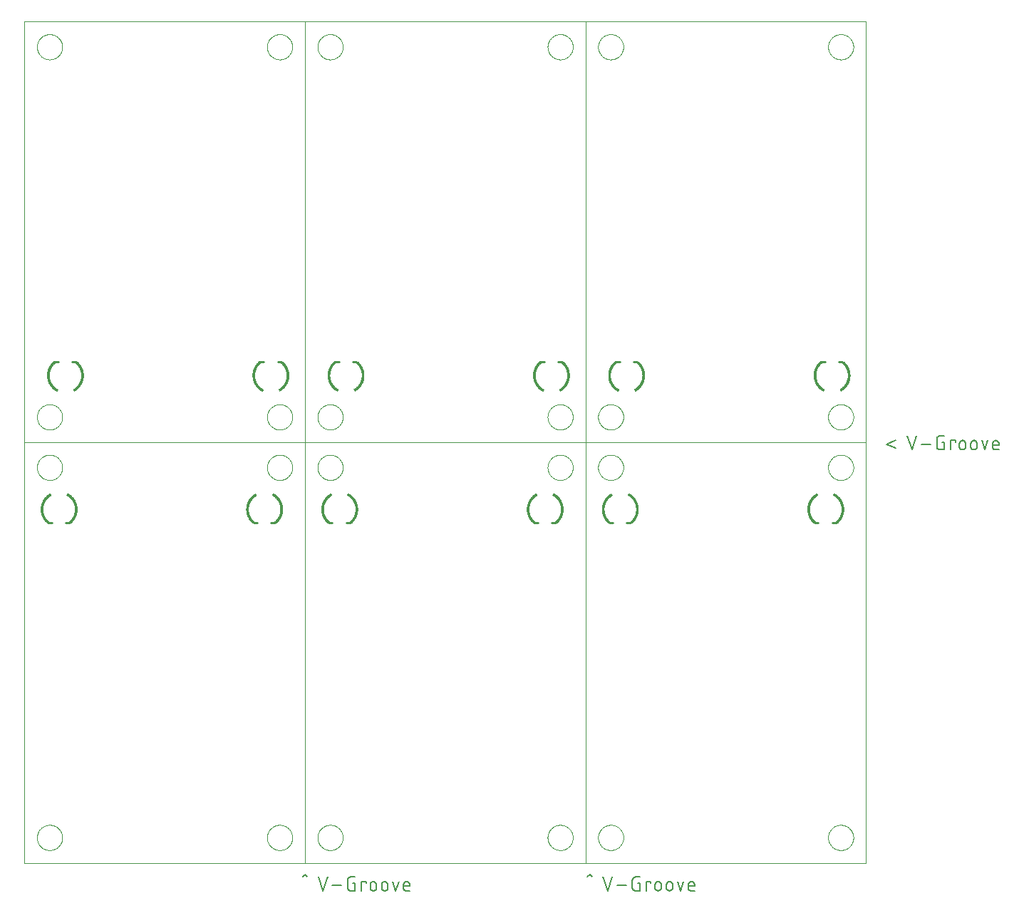
<source format=gbo>
G75*
%MOIN*%
%OFA0B0*%
%FSLAX25Y25*%
%IPPOS*%
%LPD*%
%AMOC8*
5,1,8,0,0,1.08239X$1,22.5*
%
%ADD10C,0.00600*%
%ADD11C,0.00004*%
%ADD12C,0.00100*%
%ADD13C,0.01000*%
D10*
X0131172Y0015608D02*
X0132239Y0016674D01*
X0133305Y0015608D01*
X0138516Y0015430D02*
X0140649Y0009030D01*
X0142782Y0015430D01*
X0145080Y0011519D02*
X0149347Y0011519D01*
X0152205Y0010452D02*
X0152205Y0014008D01*
X0152207Y0014082D01*
X0152213Y0014157D01*
X0152223Y0014230D01*
X0152236Y0014304D01*
X0152253Y0014376D01*
X0152275Y0014447D01*
X0152299Y0014518D01*
X0152328Y0014586D01*
X0152360Y0014654D01*
X0152396Y0014719D01*
X0152434Y0014782D01*
X0152477Y0014844D01*
X0152522Y0014903D01*
X0152570Y0014959D01*
X0152621Y0015014D01*
X0152675Y0015065D01*
X0152732Y0015113D01*
X0152791Y0015158D01*
X0152853Y0015201D01*
X0152916Y0015239D01*
X0152981Y0015275D01*
X0153049Y0015307D01*
X0153117Y0015336D01*
X0153188Y0015360D01*
X0153259Y0015382D01*
X0153331Y0015399D01*
X0153405Y0015412D01*
X0153478Y0015422D01*
X0153553Y0015428D01*
X0153627Y0015430D01*
X0155761Y0015430D01*
X0155761Y0012586D02*
X0155761Y0009030D01*
X0153627Y0009030D01*
X0153553Y0009032D01*
X0153478Y0009038D01*
X0153405Y0009048D01*
X0153331Y0009061D01*
X0153259Y0009078D01*
X0153188Y0009100D01*
X0153117Y0009124D01*
X0153049Y0009153D01*
X0152981Y0009185D01*
X0152916Y0009221D01*
X0152853Y0009259D01*
X0152791Y0009302D01*
X0152732Y0009347D01*
X0152675Y0009395D01*
X0152621Y0009446D01*
X0152570Y0009500D01*
X0152522Y0009557D01*
X0152477Y0009616D01*
X0152434Y0009678D01*
X0152396Y0009741D01*
X0152360Y0009806D01*
X0152328Y0009874D01*
X0152299Y0009942D01*
X0152275Y0010013D01*
X0152253Y0010084D01*
X0152236Y0010156D01*
X0152223Y0010230D01*
X0152213Y0010303D01*
X0152207Y0010378D01*
X0152205Y0010452D01*
X0154694Y0012586D02*
X0155761Y0012586D01*
X0158748Y0013297D02*
X0160881Y0013297D01*
X0160881Y0012586D01*
X0162817Y0011874D02*
X0162817Y0010452D01*
X0162818Y0010452D02*
X0162820Y0010378D01*
X0162826Y0010303D01*
X0162836Y0010230D01*
X0162849Y0010156D01*
X0162866Y0010084D01*
X0162888Y0010013D01*
X0162912Y0009942D01*
X0162941Y0009874D01*
X0162973Y0009806D01*
X0163009Y0009741D01*
X0163047Y0009678D01*
X0163090Y0009616D01*
X0163135Y0009557D01*
X0163183Y0009500D01*
X0163234Y0009446D01*
X0163288Y0009395D01*
X0163345Y0009347D01*
X0163404Y0009302D01*
X0163466Y0009259D01*
X0163529Y0009221D01*
X0163594Y0009185D01*
X0163662Y0009153D01*
X0163730Y0009124D01*
X0163801Y0009100D01*
X0163872Y0009078D01*
X0163944Y0009061D01*
X0164018Y0009048D01*
X0164091Y0009038D01*
X0164166Y0009032D01*
X0164240Y0009030D01*
X0164314Y0009032D01*
X0164389Y0009038D01*
X0164462Y0009048D01*
X0164536Y0009061D01*
X0164608Y0009078D01*
X0164679Y0009100D01*
X0164750Y0009124D01*
X0164818Y0009153D01*
X0164886Y0009185D01*
X0164951Y0009221D01*
X0165014Y0009259D01*
X0165076Y0009302D01*
X0165135Y0009347D01*
X0165192Y0009395D01*
X0165246Y0009446D01*
X0165297Y0009500D01*
X0165345Y0009557D01*
X0165390Y0009616D01*
X0165433Y0009678D01*
X0165471Y0009741D01*
X0165507Y0009806D01*
X0165539Y0009874D01*
X0165568Y0009942D01*
X0165592Y0010013D01*
X0165614Y0010084D01*
X0165631Y0010156D01*
X0165644Y0010230D01*
X0165654Y0010303D01*
X0165660Y0010378D01*
X0165662Y0010452D01*
X0165662Y0011874D01*
X0165660Y0011948D01*
X0165654Y0012023D01*
X0165644Y0012096D01*
X0165631Y0012170D01*
X0165614Y0012242D01*
X0165592Y0012313D01*
X0165568Y0012384D01*
X0165539Y0012452D01*
X0165507Y0012520D01*
X0165471Y0012585D01*
X0165433Y0012648D01*
X0165390Y0012710D01*
X0165345Y0012769D01*
X0165297Y0012826D01*
X0165246Y0012880D01*
X0165192Y0012931D01*
X0165135Y0012979D01*
X0165076Y0013024D01*
X0165014Y0013067D01*
X0164951Y0013105D01*
X0164886Y0013141D01*
X0164818Y0013173D01*
X0164750Y0013202D01*
X0164679Y0013226D01*
X0164608Y0013248D01*
X0164536Y0013265D01*
X0164462Y0013278D01*
X0164389Y0013288D01*
X0164314Y0013294D01*
X0164240Y0013296D01*
X0164166Y0013294D01*
X0164091Y0013288D01*
X0164018Y0013278D01*
X0163944Y0013265D01*
X0163872Y0013248D01*
X0163801Y0013226D01*
X0163730Y0013202D01*
X0163662Y0013173D01*
X0163594Y0013141D01*
X0163529Y0013105D01*
X0163466Y0013067D01*
X0163404Y0013024D01*
X0163345Y0012979D01*
X0163288Y0012931D01*
X0163234Y0012880D01*
X0163183Y0012826D01*
X0163135Y0012769D01*
X0163090Y0012710D01*
X0163047Y0012648D01*
X0163009Y0012585D01*
X0162973Y0012520D01*
X0162941Y0012452D01*
X0162912Y0012384D01*
X0162888Y0012313D01*
X0162866Y0012242D01*
X0162849Y0012170D01*
X0162836Y0012096D01*
X0162826Y0012023D01*
X0162820Y0011948D01*
X0162818Y0011874D01*
X0158748Y0013297D02*
X0158748Y0009030D01*
X0168151Y0010452D02*
X0168151Y0011874D01*
X0168153Y0011948D01*
X0168159Y0012023D01*
X0168169Y0012096D01*
X0168182Y0012170D01*
X0168199Y0012242D01*
X0168221Y0012313D01*
X0168245Y0012384D01*
X0168274Y0012452D01*
X0168306Y0012520D01*
X0168342Y0012585D01*
X0168380Y0012648D01*
X0168423Y0012710D01*
X0168468Y0012769D01*
X0168516Y0012826D01*
X0168567Y0012880D01*
X0168621Y0012931D01*
X0168678Y0012979D01*
X0168737Y0013024D01*
X0168799Y0013067D01*
X0168862Y0013105D01*
X0168927Y0013141D01*
X0168995Y0013173D01*
X0169063Y0013202D01*
X0169134Y0013226D01*
X0169205Y0013248D01*
X0169277Y0013265D01*
X0169351Y0013278D01*
X0169424Y0013288D01*
X0169499Y0013294D01*
X0169573Y0013296D01*
X0169647Y0013294D01*
X0169722Y0013288D01*
X0169795Y0013278D01*
X0169869Y0013265D01*
X0169941Y0013248D01*
X0170012Y0013226D01*
X0170083Y0013202D01*
X0170151Y0013173D01*
X0170219Y0013141D01*
X0170284Y0013105D01*
X0170347Y0013067D01*
X0170409Y0013024D01*
X0170468Y0012979D01*
X0170525Y0012931D01*
X0170579Y0012880D01*
X0170630Y0012826D01*
X0170678Y0012769D01*
X0170723Y0012710D01*
X0170766Y0012648D01*
X0170804Y0012585D01*
X0170840Y0012520D01*
X0170872Y0012452D01*
X0170901Y0012384D01*
X0170925Y0012313D01*
X0170947Y0012242D01*
X0170964Y0012170D01*
X0170977Y0012096D01*
X0170987Y0012023D01*
X0170993Y0011948D01*
X0170995Y0011874D01*
X0170995Y0010452D01*
X0170993Y0010378D01*
X0170987Y0010303D01*
X0170977Y0010230D01*
X0170964Y0010156D01*
X0170947Y0010084D01*
X0170925Y0010013D01*
X0170901Y0009942D01*
X0170872Y0009874D01*
X0170840Y0009806D01*
X0170804Y0009741D01*
X0170766Y0009678D01*
X0170723Y0009616D01*
X0170678Y0009557D01*
X0170630Y0009500D01*
X0170579Y0009446D01*
X0170525Y0009395D01*
X0170468Y0009347D01*
X0170409Y0009302D01*
X0170347Y0009259D01*
X0170284Y0009221D01*
X0170219Y0009185D01*
X0170151Y0009153D01*
X0170083Y0009124D01*
X0170012Y0009100D01*
X0169941Y0009078D01*
X0169869Y0009061D01*
X0169795Y0009048D01*
X0169722Y0009038D01*
X0169647Y0009032D01*
X0169573Y0009030D01*
X0169499Y0009032D01*
X0169424Y0009038D01*
X0169351Y0009048D01*
X0169277Y0009061D01*
X0169205Y0009078D01*
X0169134Y0009100D01*
X0169063Y0009124D01*
X0168995Y0009153D01*
X0168927Y0009185D01*
X0168862Y0009221D01*
X0168799Y0009259D01*
X0168737Y0009302D01*
X0168678Y0009347D01*
X0168621Y0009395D01*
X0168567Y0009446D01*
X0168516Y0009500D01*
X0168468Y0009557D01*
X0168423Y0009616D01*
X0168380Y0009678D01*
X0168342Y0009741D01*
X0168306Y0009806D01*
X0168274Y0009874D01*
X0168245Y0009942D01*
X0168221Y0010013D01*
X0168199Y0010084D01*
X0168182Y0010156D01*
X0168169Y0010230D01*
X0168159Y0010303D01*
X0168153Y0010378D01*
X0168151Y0010452D01*
X0173279Y0013297D02*
X0174701Y0009030D01*
X0176124Y0013297D01*
X0178408Y0011874D02*
X0178408Y0010097D01*
X0178407Y0010097D02*
X0178409Y0010033D01*
X0178415Y0009968D01*
X0178424Y0009905D01*
X0178438Y0009842D01*
X0178455Y0009780D01*
X0178476Y0009719D01*
X0178501Y0009659D01*
X0178529Y0009601D01*
X0178561Y0009545D01*
X0178596Y0009491D01*
X0178634Y0009439D01*
X0178675Y0009389D01*
X0178720Y0009343D01*
X0178766Y0009298D01*
X0178816Y0009257D01*
X0178868Y0009219D01*
X0178922Y0009184D01*
X0178978Y0009152D01*
X0179036Y0009124D01*
X0179096Y0009099D01*
X0179157Y0009078D01*
X0179219Y0009061D01*
X0179282Y0009047D01*
X0179345Y0009038D01*
X0179410Y0009032D01*
X0179474Y0009030D01*
X0181252Y0009030D01*
X0181252Y0011163D02*
X0178408Y0011163D01*
X0178408Y0011874D02*
X0178410Y0011948D01*
X0178416Y0012023D01*
X0178426Y0012096D01*
X0178439Y0012170D01*
X0178456Y0012242D01*
X0178478Y0012313D01*
X0178502Y0012384D01*
X0178531Y0012452D01*
X0178563Y0012520D01*
X0178599Y0012585D01*
X0178637Y0012648D01*
X0178680Y0012710D01*
X0178725Y0012769D01*
X0178773Y0012826D01*
X0178824Y0012880D01*
X0178878Y0012931D01*
X0178935Y0012979D01*
X0178994Y0013024D01*
X0179056Y0013067D01*
X0179119Y0013105D01*
X0179184Y0013141D01*
X0179252Y0013173D01*
X0179320Y0013202D01*
X0179391Y0013226D01*
X0179462Y0013248D01*
X0179534Y0013265D01*
X0179608Y0013278D01*
X0179681Y0013288D01*
X0179756Y0013294D01*
X0179830Y0013296D01*
X0179904Y0013294D01*
X0179979Y0013288D01*
X0180052Y0013278D01*
X0180126Y0013265D01*
X0180198Y0013248D01*
X0180269Y0013226D01*
X0180340Y0013202D01*
X0180408Y0013173D01*
X0180476Y0013141D01*
X0180541Y0013105D01*
X0180604Y0013067D01*
X0180666Y0013024D01*
X0180725Y0012979D01*
X0180782Y0012931D01*
X0180836Y0012880D01*
X0180887Y0012826D01*
X0180935Y0012769D01*
X0180980Y0012710D01*
X0181023Y0012648D01*
X0181061Y0012585D01*
X0181097Y0012520D01*
X0181129Y0012452D01*
X0181158Y0012384D01*
X0181182Y0012313D01*
X0181204Y0012242D01*
X0181221Y0012170D01*
X0181234Y0012096D01*
X0181244Y0012023D01*
X0181250Y0011948D01*
X0181252Y0011874D01*
X0181252Y0011163D01*
X0264372Y0015608D02*
X0265439Y0016674D01*
X0266505Y0015608D01*
X0271716Y0015430D02*
X0273849Y0009030D01*
X0275982Y0015430D01*
X0278280Y0011519D02*
X0282547Y0011519D01*
X0285405Y0010452D02*
X0285405Y0014008D01*
X0285407Y0014082D01*
X0285413Y0014157D01*
X0285423Y0014230D01*
X0285436Y0014304D01*
X0285453Y0014376D01*
X0285475Y0014447D01*
X0285499Y0014518D01*
X0285528Y0014586D01*
X0285560Y0014654D01*
X0285596Y0014719D01*
X0285634Y0014782D01*
X0285677Y0014844D01*
X0285722Y0014903D01*
X0285770Y0014959D01*
X0285821Y0015014D01*
X0285875Y0015065D01*
X0285932Y0015113D01*
X0285991Y0015158D01*
X0286053Y0015201D01*
X0286116Y0015239D01*
X0286181Y0015275D01*
X0286249Y0015307D01*
X0286317Y0015336D01*
X0286388Y0015360D01*
X0286459Y0015382D01*
X0286531Y0015399D01*
X0286605Y0015412D01*
X0286678Y0015422D01*
X0286753Y0015428D01*
X0286827Y0015430D01*
X0288961Y0015430D01*
X0288961Y0012586D02*
X0288961Y0009030D01*
X0286827Y0009030D01*
X0286753Y0009032D01*
X0286678Y0009038D01*
X0286605Y0009048D01*
X0286531Y0009061D01*
X0286459Y0009078D01*
X0286388Y0009100D01*
X0286317Y0009124D01*
X0286249Y0009153D01*
X0286181Y0009185D01*
X0286116Y0009221D01*
X0286053Y0009259D01*
X0285991Y0009302D01*
X0285932Y0009347D01*
X0285875Y0009395D01*
X0285821Y0009446D01*
X0285770Y0009500D01*
X0285722Y0009557D01*
X0285677Y0009616D01*
X0285634Y0009678D01*
X0285596Y0009741D01*
X0285560Y0009806D01*
X0285528Y0009874D01*
X0285499Y0009942D01*
X0285475Y0010013D01*
X0285453Y0010084D01*
X0285436Y0010156D01*
X0285423Y0010230D01*
X0285413Y0010303D01*
X0285407Y0010378D01*
X0285405Y0010452D01*
X0287894Y0012586D02*
X0288961Y0012586D01*
X0291948Y0013297D02*
X0294081Y0013297D01*
X0294081Y0012586D01*
X0296017Y0011874D02*
X0296017Y0010452D01*
X0296018Y0010452D02*
X0296020Y0010378D01*
X0296026Y0010303D01*
X0296036Y0010230D01*
X0296049Y0010156D01*
X0296066Y0010084D01*
X0296088Y0010013D01*
X0296112Y0009942D01*
X0296141Y0009874D01*
X0296173Y0009806D01*
X0296209Y0009741D01*
X0296247Y0009678D01*
X0296290Y0009616D01*
X0296335Y0009557D01*
X0296383Y0009500D01*
X0296434Y0009446D01*
X0296488Y0009395D01*
X0296545Y0009347D01*
X0296604Y0009302D01*
X0296666Y0009259D01*
X0296729Y0009221D01*
X0296794Y0009185D01*
X0296862Y0009153D01*
X0296930Y0009124D01*
X0297001Y0009100D01*
X0297072Y0009078D01*
X0297144Y0009061D01*
X0297218Y0009048D01*
X0297291Y0009038D01*
X0297366Y0009032D01*
X0297440Y0009030D01*
X0297514Y0009032D01*
X0297589Y0009038D01*
X0297662Y0009048D01*
X0297736Y0009061D01*
X0297808Y0009078D01*
X0297879Y0009100D01*
X0297950Y0009124D01*
X0298018Y0009153D01*
X0298086Y0009185D01*
X0298151Y0009221D01*
X0298214Y0009259D01*
X0298276Y0009302D01*
X0298335Y0009347D01*
X0298392Y0009395D01*
X0298446Y0009446D01*
X0298497Y0009500D01*
X0298545Y0009557D01*
X0298590Y0009616D01*
X0298633Y0009678D01*
X0298671Y0009741D01*
X0298707Y0009806D01*
X0298739Y0009874D01*
X0298768Y0009942D01*
X0298792Y0010013D01*
X0298814Y0010084D01*
X0298831Y0010156D01*
X0298844Y0010230D01*
X0298854Y0010303D01*
X0298860Y0010378D01*
X0298862Y0010452D01*
X0298862Y0011874D01*
X0298860Y0011948D01*
X0298854Y0012023D01*
X0298844Y0012096D01*
X0298831Y0012170D01*
X0298814Y0012242D01*
X0298792Y0012313D01*
X0298768Y0012384D01*
X0298739Y0012452D01*
X0298707Y0012520D01*
X0298671Y0012585D01*
X0298633Y0012648D01*
X0298590Y0012710D01*
X0298545Y0012769D01*
X0298497Y0012826D01*
X0298446Y0012880D01*
X0298392Y0012931D01*
X0298335Y0012979D01*
X0298276Y0013024D01*
X0298214Y0013067D01*
X0298151Y0013105D01*
X0298086Y0013141D01*
X0298018Y0013173D01*
X0297950Y0013202D01*
X0297879Y0013226D01*
X0297808Y0013248D01*
X0297736Y0013265D01*
X0297662Y0013278D01*
X0297589Y0013288D01*
X0297514Y0013294D01*
X0297440Y0013296D01*
X0297366Y0013294D01*
X0297291Y0013288D01*
X0297218Y0013278D01*
X0297144Y0013265D01*
X0297072Y0013248D01*
X0297001Y0013226D01*
X0296930Y0013202D01*
X0296862Y0013173D01*
X0296794Y0013141D01*
X0296729Y0013105D01*
X0296666Y0013067D01*
X0296604Y0013024D01*
X0296545Y0012979D01*
X0296488Y0012931D01*
X0296434Y0012880D01*
X0296383Y0012826D01*
X0296335Y0012769D01*
X0296290Y0012710D01*
X0296247Y0012648D01*
X0296209Y0012585D01*
X0296173Y0012520D01*
X0296141Y0012452D01*
X0296112Y0012384D01*
X0296088Y0012313D01*
X0296066Y0012242D01*
X0296049Y0012170D01*
X0296036Y0012096D01*
X0296026Y0012023D01*
X0296020Y0011948D01*
X0296018Y0011874D01*
X0291948Y0013297D02*
X0291948Y0009030D01*
X0301351Y0010452D02*
X0301351Y0011874D01*
X0301353Y0011948D01*
X0301359Y0012023D01*
X0301369Y0012096D01*
X0301382Y0012170D01*
X0301399Y0012242D01*
X0301421Y0012313D01*
X0301445Y0012384D01*
X0301474Y0012452D01*
X0301506Y0012520D01*
X0301542Y0012585D01*
X0301580Y0012648D01*
X0301623Y0012710D01*
X0301668Y0012769D01*
X0301716Y0012826D01*
X0301767Y0012880D01*
X0301821Y0012931D01*
X0301878Y0012979D01*
X0301937Y0013024D01*
X0301999Y0013067D01*
X0302062Y0013105D01*
X0302127Y0013141D01*
X0302195Y0013173D01*
X0302263Y0013202D01*
X0302334Y0013226D01*
X0302405Y0013248D01*
X0302477Y0013265D01*
X0302551Y0013278D01*
X0302624Y0013288D01*
X0302699Y0013294D01*
X0302773Y0013296D01*
X0302847Y0013294D01*
X0302922Y0013288D01*
X0302995Y0013278D01*
X0303069Y0013265D01*
X0303141Y0013248D01*
X0303212Y0013226D01*
X0303283Y0013202D01*
X0303351Y0013173D01*
X0303419Y0013141D01*
X0303484Y0013105D01*
X0303547Y0013067D01*
X0303609Y0013024D01*
X0303668Y0012979D01*
X0303725Y0012931D01*
X0303779Y0012880D01*
X0303830Y0012826D01*
X0303878Y0012769D01*
X0303923Y0012710D01*
X0303966Y0012648D01*
X0304004Y0012585D01*
X0304040Y0012520D01*
X0304072Y0012452D01*
X0304101Y0012384D01*
X0304125Y0012313D01*
X0304147Y0012242D01*
X0304164Y0012170D01*
X0304177Y0012096D01*
X0304187Y0012023D01*
X0304193Y0011948D01*
X0304195Y0011874D01*
X0304195Y0010452D01*
X0304193Y0010378D01*
X0304187Y0010303D01*
X0304177Y0010230D01*
X0304164Y0010156D01*
X0304147Y0010084D01*
X0304125Y0010013D01*
X0304101Y0009942D01*
X0304072Y0009874D01*
X0304040Y0009806D01*
X0304004Y0009741D01*
X0303966Y0009678D01*
X0303923Y0009616D01*
X0303878Y0009557D01*
X0303830Y0009500D01*
X0303779Y0009446D01*
X0303725Y0009395D01*
X0303668Y0009347D01*
X0303609Y0009302D01*
X0303547Y0009259D01*
X0303484Y0009221D01*
X0303419Y0009185D01*
X0303351Y0009153D01*
X0303283Y0009124D01*
X0303212Y0009100D01*
X0303141Y0009078D01*
X0303069Y0009061D01*
X0302995Y0009048D01*
X0302922Y0009038D01*
X0302847Y0009032D01*
X0302773Y0009030D01*
X0302699Y0009032D01*
X0302624Y0009038D01*
X0302551Y0009048D01*
X0302477Y0009061D01*
X0302405Y0009078D01*
X0302334Y0009100D01*
X0302263Y0009124D01*
X0302195Y0009153D01*
X0302127Y0009185D01*
X0302062Y0009221D01*
X0301999Y0009259D01*
X0301937Y0009302D01*
X0301878Y0009347D01*
X0301821Y0009395D01*
X0301767Y0009446D01*
X0301716Y0009500D01*
X0301668Y0009557D01*
X0301623Y0009616D01*
X0301580Y0009678D01*
X0301542Y0009741D01*
X0301506Y0009806D01*
X0301474Y0009874D01*
X0301445Y0009942D01*
X0301421Y0010013D01*
X0301399Y0010084D01*
X0301382Y0010156D01*
X0301369Y0010230D01*
X0301359Y0010303D01*
X0301353Y0010378D01*
X0301351Y0010452D01*
X0306479Y0013297D02*
X0307901Y0009030D01*
X0309324Y0013297D01*
X0311608Y0011874D02*
X0311608Y0010097D01*
X0311607Y0010097D02*
X0311609Y0010033D01*
X0311615Y0009968D01*
X0311624Y0009905D01*
X0311638Y0009842D01*
X0311655Y0009780D01*
X0311676Y0009719D01*
X0311701Y0009659D01*
X0311729Y0009601D01*
X0311761Y0009545D01*
X0311796Y0009491D01*
X0311834Y0009439D01*
X0311875Y0009389D01*
X0311920Y0009343D01*
X0311966Y0009298D01*
X0312016Y0009257D01*
X0312068Y0009219D01*
X0312122Y0009184D01*
X0312178Y0009152D01*
X0312236Y0009124D01*
X0312296Y0009099D01*
X0312357Y0009078D01*
X0312419Y0009061D01*
X0312482Y0009047D01*
X0312545Y0009038D01*
X0312610Y0009032D01*
X0312674Y0009030D01*
X0314452Y0009030D01*
X0314452Y0011163D02*
X0311608Y0011163D01*
X0311608Y0011874D02*
X0311610Y0011948D01*
X0311616Y0012023D01*
X0311626Y0012096D01*
X0311639Y0012170D01*
X0311656Y0012242D01*
X0311678Y0012313D01*
X0311702Y0012384D01*
X0311731Y0012452D01*
X0311763Y0012520D01*
X0311799Y0012585D01*
X0311837Y0012648D01*
X0311880Y0012710D01*
X0311925Y0012769D01*
X0311973Y0012826D01*
X0312024Y0012880D01*
X0312078Y0012931D01*
X0312135Y0012979D01*
X0312194Y0013024D01*
X0312256Y0013067D01*
X0312319Y0013105D01*
X0312384Y0013141D01*
X0312452Y0013173D01*
X0312520Y0013202D01*
X0312591Y0013226D01*
X0312662Y0013248D01*
X0312734Y0013265D01*
X0312808Y0013278D01*
X0312881Y0013288D01*
X0312956Y0013294D01*
X0313030Y0013296D01*
X0313104Y0013294D01*
X0313179Y0013288D01*
X0313252Y0013278D01*
X0313326Y0013265D01*
X0313398Y0013248D01*
X0313469Y0013226D01*
X0313540Y0013202D01*
X0313608Y0013173D01*
X0313676Y0013141D01*
X0313741Y0013105D01*
X0313804Y0013067D01*
X0313866Y0013024D01*
X0313925Y0012979D01*
X0313982Y0012931D01*
X0314036Y0012880D01*
X0314087Y0012826D01*
X0314135Y0012769D01*
X0314180Y0012710D01*
X0314223Y0012648D01*
X0314261Y0012585D01*
X0314297Y0012520D01*
X0314329Y0012452D01*
X0314358Y0012384D01*
X0314382Y0012313D01*
X0314404Y0012242D01*
X0314421Y0012170D01*
X0314434Y0012096D01*
X0314444Y0012023D01*
X0314450Y0011948D01*
X0314452Y0011874D01*
X0314452Y0011163D01*
X0404232Y0217979D02*
X0408499Y0216201D01*
X0408499Y0219757D02*
X0404232Y0217979D01*
X0414078Y0221890D02*
X0416212Y0215490D01*
X0418345Y0221890D01*
X0420643Y0217979D02*
X0424909Y0217979D01*
X0427768Y0216912D02*
X0427768Y0220468D01*
X0427770Y0220542D01*
X0427776Y0220617D01*
X0427786Y0220690D01*
X0427799Y0220764D01*
X0427816Y0220836D01*
X0427838Y0220907D01*
X0427862Y0220978D01*
X0427891Y0221046D01*
X0427923Y0221114D01*
X0427959Y0221179D01*
X0427997Y0221242D01*
X0428040Y0221304D01*
X0428085Y0221363D01*
X0428133Y0221419D01*
X0428184Y0221474D01*
X0428238Y0221525D01*
X0428295Y0221573D01*
X0428354Y0221618D01*
X0428416Y0221661D01*
X0428479Y0221699D01*
X0428544Y0221735D01*
X0428612Y0221767D01*
X0428680Y0221796D01*
X0428751Y0221820D01*
X0428822Y0221842D01*
X0428894Y0221859D01*
X0428968Y0221872D01*
X0429041Y0221882D01*
X0429116Y0221888D01*
X0429190Y0221890D01*
X0431323Y0221890D01*
X0431323Y0219046D02*
X0431323Y0215490D01*
X0429190Y0215490D01*
X0429116Y0215492D01*
X0429041Y0215498D01*
X0428968Y0215508D01*
X0428894Y0215521D01*
X0428822Y0215538D01*
X0428751Y0215560D01*
X0428680Y0215584D01*
X0428612Y0215613D01*
X0428544Y0215645D01*
X0428479Y0215681D01*
X0428416Y0215719D01*
X0428354Y0215762D01*
X0428295Y0215807D01*
X0428238Y0215855D01*
X0428184Y0215906D01*
X0428133Y0215960D01*
X0428085Y0216017D01*
X0428040Y0216076D01*
X0427997Y0216138D01*
X0427959Y0216201D01*
X0427923Y0216266D01*
X0427891Y0216334D01*
X0427862Y0216402D01*
X0427838Y0216473D01*
X0427816Y0216544D01*
X0427799Y0216616D01*
X0427786Y0216690D01*
X0427776Y0216763D01*
X0427770Y0216838D01*
X0427768Y0216912D01*
X0430257Y0219046D02*
X0431323Y0219046D01*
X0434311Y0219757D02*
X0434311Y0215490D01*
X0436444Y0219046D02*
X0436444Y0219757D01*
X0434311Y0219757D01*
X0438380Y0218334D02*
X0438380Y0216912D01*
X0438382Y0216838D01*
X0438388Y0216763D01*
X0438398Y0216690D01*
X0438411Y0216616D01*
X0438428Y0216544D01*
X0438450Y0216473D01*
X0438474Y0216402D01*
X0438503Y0216334D01*
X0438535Y0216266D01*
X0438571Y0216201D01*
X0438609Y0216138D01*
X0438652Y0216076D01*
X0438697Y0216017D01*
X0438745Y0215960D01*
X0438796Y0215906D01*
X0438850Y0215855D01*
X0438907Y0215807D01*
X0438966Y0215762D01*
X0439028Y0215719D01*
X0439091Y0215681D01*
X0439156Y0215645D01*
X0439224Y0215613D01*
X0439292Y0215584D01*
X0439363Y0215560D01*
X0439434Y0215538D01*
X0439506Y0215521D01*
X0439580Y0215508D01*
X0439653Y0215498D01*
X0439728Y0215492D01*
X0439802Y0215490D01*
X0439876Y0215492D01*
X0439951Y0215498D01*
X0440024Y0215508D01*
X0440098Y0215521D01*
X0440170Y0215538D01*
X0440241Y0215560D01*
X0440312Y0215584D01*
X0440380Y0215613D01*
X0440448Y0215645D01*
X0440513Y0215681D01*
X0440576Y0215719D01*
X0440638Y0215762D01*
X0440697Y0215807D01*
X0440754Y0215855D01*
X0440808Y0215906D01*
X0440859Y0215960D01*
X0440907Y0216017D01*
X0440952Y0216076D01*
X0440995Y0216138D01*
X0441033Y0216201D01*
X0441069Y0216266D01*
X0441101Y0216334D01*
X0441130Y0216402D01*
X0441154Y0216473D01*
X0441176Y0216544D01*
X0441193Y0216616D01*
X0441206Y0216690D01*
X0441216Y0216763D01*
X0441222Y0216838D01*
X0441224Y0216912D01*
X0441224Y0218334D01*
X0441222Y0218408D01*
X0441216Y0218483D01*
X0441206Y0218556D01*
X0441193Y0218630D01*
X0441176Y0218702D01*
X0441154Y0218773D01*
X0441130Y0218844D01*
X0441101Y0218912D01*
X0441069Y0218980D01*
X0441033Y0219045D01*
X0440995Y0219108D01*
X0440952Y0219170D01*
X0440907Y0219229D01*
X0440859Y0219286D01*
X0440808Y0219340D01*
X0440754Y0219391D01*
X0440697Y0219439D01*
X0440638Y0219484D01*
X0440576Y0219527D01*
X0440513Y0219565D01*
X0440448Y0219601D01*
X0440380Y0219633D01*
X0440312Y0219662D01*
X0440241Y0219686D01*
X0440170Y0219708D01*
X0440098Y0219725D01*
X0440024Y0219738D01*
X0439951Y0219748D01*
X0439876Y0219754D01*
X0439802Y0219756D01*
X0439728Y0219754D01*
X0439653Y0219748D01*
X0439580Y0219738D01*
X0439506Y0219725D01*
X0439434Y0219708D01*
X0439363Y0219686D01*
X0439292Y0219662D01*
X0439224Y0219633D01*
X0439156Y0219601D01*
X0439091Y0219565D01*
X0439028Y0219527D01*
X0438966Y0219484D01*
X0438907Y0219439D01*
X0438850Y0219391D01*
X0438796Y0219340D01*
X0438745Y0219286D01*
X0438697Y0219229D01*
X0438652Y0219170D01*
X0438609Y0219108D01*
X0438571Y0219045D01*
X0438535Y0218980D01*
X0438503Y0218912D01*
X0438474Y0218844D01*
X0438450Y0218773D01*
X0438428Y0218702D01*
X0438411Y0218630D01*
X0438398Y0218556D01*
X0438388Y0218483D01*
X0438382Y0218408D01*
X0438380Y0218334D01*
X0443713Y0218334D02*
X0443713Y0216912D01*
X0443714Y0216912D02*
X0443716Y0216838D01*
X0443722Y0216763D01*
X0443732Y0216690D01*
X0443745Y0216616D01*
X0443762Y0216544D01*
X0443784Y0216473D01*
X0443808Y0216402D01*
X0443837Y0216334D01*
X0443869Y0216266D01*
X0443905Y0216201D01*
X0443943Y0216138D01*
X0443986Y0216076D01*
X0444031Y0216017D01*
X0444079Y0215960D01*
X0444130Y0215906D01*
X0444184Y0215855D01*
X0444241Y0215807D01*
X0444300Y0215762D01*
X0444362Y0215719D01*
X0444425Y0215681D01*
X0444490Y0215645D01*
X0444558Y0215613D01*
X0444626Y0215584D01*
X0444697Y0215560D01*
X0444768Y0215538D01*
X0444840Y0215521D01*
X0444914Y0215508D01*
X0444987Y0215498D01*
X0445062Y0215492D01*
X0445136Y0215490D01*
X0445210Y0215492D01*
X0445285Y0215498D01*
X0445358Y0215508D01*
X0445432Y0215521D01*
X0445504Y0215538D01*
X0445575Y0215560D01*
X0445646Y0215584D01*
X0445714Y0215613D01*
X0445782Y0215645D01*
X0445847Y0215681D01*
X0445910Y0215719D01*
X0445972Y0215762D01*
X0446031Y0215807D01*
X0446088Y0215855D01*
X0446142Y0215906D01*
X0446193Y0215960D01*
X0446241Y0216017D01*
X0446286Y0216076D01*
X0446329Y0216138D01*
X0446367Y0216201D01*
X0446403Y0216266D01*
X0446435Y0216334D01*
X0446464Y0216402D01*
X0446488Y0216473D01*
X0446510Y0216544D01*
X0446527Y0216616D01*
X0446540Y0216690D01*
X0446550Y0216763D01*
X0446556Y0216838D01*
X0446558Y0216912D01*
X0446558Y0218334D01*
X0446556Y0218408D01*
X0446550Y0218483D01*
X0446540Y0218556D01*
X0446527Y0218630D01*
X0446510Y0218702D01*
X0446488Y0218773D01*
X0446464Y0218844D01*
X0446435Y0218912D01*
X0446403Y0218980D01*
X0446367Y0219045D01*
X0446329Y0219108D01*
X0446286Y0219170D01*
X0446241Y0219229D01*
X0446193Y0219286D01*
X0446142Y0219340D01*
X0446088Y0219391D01*
X0446031Y0219439D01*
X0445972Y0219484D01*
X0445910Y0219527D01*
X0445847Y0219565D01*
X0445782Y0219601D01*
X0445714Y0219633D01*
X0445646Y0219662D01*
X0445575Y0219686D01*
X0445504Y0219708D01*
X0445432Y0219725D01*
X0445358Y0219738D01*
X0445285Y0219748D01*
X0445210Y0219754D01*
X0445136Y0219756D01*
X0445062Y0219754D01*
X0444987Y0219748D01*
X0444914Y0219738D01*
X0444840Y0219725D01*
X0444768Y0219708D01*
X0444697Y0219686D01*
X0444626Y0219662D01*
X0444558Y0219633D01*
X0444490Y0219601D01*
X0444425Y0219565D01*
X0444362Y0219527D01*
X0444300Y0219484D01*
X0444241Y0219439D01*
X0444184Y0219391D01*
X0444130Y0219340D01*
X0444079Y0219286D01*
X0444031Y0219229D01*
X0443986Y0219170D01*
X0443943Y0219108D01*
X0443905Y0219045D01*
X0443869Y0218980D01*
X0443837Y0218912D01*
X0443808Y0218844D01*
X0443784Y0218773D01*
X0443762Y0218702D01*
X0443745Y0218630D01*
X0443732Y0218556D01*
X0443722Y0218483D01*
X0443716Y0218408D01*
X0443714Y0218334D01*
X0448842Y0219757D02*
X0450264Y0215490D01*
X0451686Y0219757D01*
X0453970Y0218334D02*
X0453970Y0216557D01*
X0453970Y0217623D02*
X0456815Y0217623D01*
X0456815Y0218334D01*
X0456814Y0218334D02*
X0456812Y0218408D01*
X0456806Y0218483D01*
X0456796Y0218556D01*
X0456783Y0218630D01*
X0456766Y0218702D01*
X0456744Y0218773D01*
X0456720Y0218844D01*
X0456691Y0218912D01*
X0456659Y0218980D01*
X0456623Y0219045D01*
X0456585Y0219108D01*
X0456542Y0219170D01*
X0456497Y0219229D01*
X0456449Y0219286D01*
X0456398Y0219340D01*
X0456344Y0219391D01*
X0456287Y0219439D01*
X0456228Y0219484D01*
X0456166Y0219527D01*
X0456103Y0219565D01*
X0456038Y0219601D01*
X0455970Y0219633D01*
X0455902Y0219662D01*
X0455831Y0219686D01*
X0455760Y0219708D01*
X0455688Y0219725D01*
X0455614Y0219738D01*
X0455541Y0219748D01*
X0455466Y0219754D01*
X0455392Y0219756D01*
X0455318Y0219754D01*
X0455243Y0219748D01*
X0455170Y0219738D01*
X0455096Y0219725D01*
X0455024Y0219708D01*
X0454953Y0219686D01*
X0454882Y0219662D01*
X0454814Y0219633D01*
X0454746Y0219601D01*
X0454681Y0219565D01*
X0454618Y0219527D01*
X0454556Y0219484D01*
X0454497Y0219439D01*
X0454440Y0219391D01*
X0454386Y0219340D01*
X0454335Y0219286D01*
X0454287Y0219229D01*
X0454242Y0219170D01*
X0454199Y0219108D01*
X0454161Y0219045D01*
X0454125Y0218980D01*
X0454093Y0218912D01*
X0454064Y0218844D01*
X0454040Y0218773D01*
X0454018Y0218702D01*
X0454001Y0218630D01*
X0453988Y0218556D01*
X0453978Y0218483D01*
X0453972Y0218408D01*
X0453970Y0218334D01*
X0453970Y0216557D02*
X0453972Y0216493D01*
X0453978Y0216428D01*
X0453987Y0216365D01*
X0454001Y0216302D01*
X0454018Y0216240D01*
X0454039Y0216179D01*
X0454064Y0216119D01*
X0454092Y0216061D01*
X0454124Y0216005D01*
X0454159Y0215951D01*
X0454197Y0215899D01*
X0454238Y0215849D01*
X0454283Y0215803D01*
X0454329Y0215758D01*
X0454379Y0215717D01*
X0454431Y0215679D01*
X0454485Y0215644D01*
X0454541Y0215612D01*
X0454599Y0215584D01*
X0454659Y0215559D01*
X0454720Y0215538D01*
X0454782Y0215521D01*
X0454845Y0215507D01*
X0454908Y0215498D01*
X0454973Y0215492D01*
X0455037Y0215490D01*
X0456815Y0215490D01*
D11*
X0394703Y0022050D02*
X0001002Y0022050D01*
X0001002Y0415751D01*
X0394703Y0415751D01*
X0394703Y0022050D01*
X0387086Y0029703D02*
X0386939Y0029560D01*
X0386787Y0029422D01*
X0386631Y0029290D01*
X0386470Y0029163D01*
X0386305Y0029042D01*
X0386135Y0028926D01*
X0385962Y0028816D01*
X0385785Y0028713D01*
X0385605Y0028616D01*
X0385421Y0028525D01*
X0385234Y0028440D01*
X0385045Y0028362D01*
X0384853Y0028291D01*
X0384658Y0028226D01*
X0384461Y0028168D01*
X0384263Y0028117D01*
X0384063Y0028073D01*
X0383861Y0028036D01*
X0383658Y0028005D01*
X0383455Y0027982D01*
X0383250Y0027966D01*
X0383045Y0027958D01*
X0382840Y0027956D01*
X0382636Y0027961D01*
X0382431Y0027973D01*
X0382227Y0027993D01*
X0382024Y0028020D01*
X0381821Y0028053D01*
X0381621Y0028094D01*
X0381421Y0028142D01*
X0381223Y0028196D01*
X0381028Y0028257D01*
X0380835Y0028325D01*
X0380644Y0028400D01*
X0380455Y0028481D01*
X0380270Y0028569D01*
X0380088Y0028663D01*
X0379909Y0028764D01*
X0379734Y0028870D01*
X0379563Y0028983D01*
X0379396Y0029102D01*
X0379233Y0029226D01*
X0379074Y0029356D01*
X0378920Y0029491D01*
X0378771Y0029631D01*
X0378626Y0029777D01*
X0378487Y0029927D01*
X0378353Y0030083D01*
X0378225Y0030242D01*
X0378102Y0030406D01*
X0377985Y0030575D01*
X0377874Y0030747D01*
X0377769Y0030923D01*
X0377670Y0031103D01*
X0377577Y0031286D01*
X0377491Y0031472D01*
X0377412Y0031660D01*
X0377338Y0031852D01*
X0377272Y0032046D01*
X0377212Y0032242D01*
X0377160Y0032440D01*
X0377114Y0032640D01*
X0377075Y0032841D01*
X0377043Y0033044D01*
X0377018Y0033247D01*
X0377000Y0033451D01*
X0376990Y0033656D01*
X0376986Y0033861D01*
X0376990Y0034066D01*
X0377000Y0034271D01*
X0377018Y0034475D01*
X0377043Y0034678D01*
X0377075Y0034881D01*
X0377114Y0035082D01*
X0377160Y0035282D01*
X0377212Y0035480D01*
X0377272Y0035676D01*
X0377338Y0035870D01*
X0377412Y0036062D01*
X0377491Y0036251D01*
X0377577Y0036436D01*
X0377670Y0036619D01*
X0377769Y0036799D01*
X0377874Y0036975D01*
X0377985Y0037147D01*
X0378102Y0037316D01*
X0378225Y0037480D01*
X0378353Y0037640D01*
X0378487Y0037795D01*
X0378626Y0037945D01*
X0378771Y0038091D01*
X0378920Y0038231D01*
X0379074Y0038367D01*
X0379233Y0038496D01*
X0379396Y0038621D01*
X0379563Y0038739D01*
X0379734Y0038852D01*
X0379909Y0038958D01*
X0380088Y0039059D01*
X0380270Y0039153D01*
X0380455Y0039241D01*
X0380644Y0039322D01*
X0380835Y0039397D01*
X0381028Y0039465D01*
X0381223Y0039526D01*
X0381421Y0039581D01*
X0381621Y0039628D01*
X0381821Y0039669D01*
X0382024Y0039702D01*
X0382227Y0039729D01*
X0382431Y0039749D01*
X0382636Y0039761D01*
X0382840Y0039766D01*
X0383045Y0039765D01*
X0383250Y0039756D01*
X0383455Y0039740D01*
X0383658Y0039717D01*
X0383861Y0039686D01*
X0384063Y0039649D01*
X0384263Y0039605D01*
X0384461Y0039554D01*
X0384658Y0039496D01*
X0384853Y0039431D01*
X0385045Y0039360D01*
X0385234Y0039282D01*
X0385421Y0039197D01*
X0385605Y0039106D01*
X0385785Y0039009D01*
X0385962Y0038906D01*
X0386135Y0038796D01*
X0386305Y0038681D01*
X0386470Y0038559D01*
X0386631Y0038432D01*
X0386787Y0038300D01*
X0386939Y0038162D01*
X0387086Y0038019D01*
X0387227Y0037871D01*
X0387364Y0037718D01*
X0387495Y0037560D01*
X0387621Y0037398D01*
X0387741Y0037232D01*
X0387855Y0037062D01*
X0387963Y0036887D01*
X0388065Y0036710D01*
X0388161Y0036528D01*
X0388250Y0036344D01*
X0388333Y0036156D01*
X0388409Y0035966D01*
X0388479Y0035773D01*
X0388542Y0035578D01*
X0388598Y0035381D01*
X0388648Y0035182D01*
X0388690Y0034982D01*
X0388725Y0034780D01*
X0388754Y0034577D01*
X0388775Y0034373D01*
X0388789Y0034168D01*
X0388796Y0033964D01*
X0388796Y0033759D01*
X0388789Y0033554D01*
X0388775Y0033349D01*
X0388754Y0033145D01*
X0388725Y0032942D01*
X0388690Y0032740D01*
X0388648Y0032540D01*
X0388598Y0032341D01*
X0388542Y0032144D01*
X0388479Y0031949D01*
X0388409Y0031756D01*
X0388333Y0031566D01*
X0388250Y0031378D01*
X0388161Y0031194D01*
X0388065Y0031012D01*
X0387963Y0030835D01*
X0387855Y0030660D01*
X0387741Y0030490D01*
X0387621Y0030324D01*
X0387495Y0030162D01*
X0387364Y0030004D01*
X0387227Y0029851D01*
X0387086Y0029703D01*
X0281182Y0033656D02*
X0281186Y0033861D01*
X0281182Y0034066D01*
X0281171Y0034271D01*
X0281154Y0034475D01*
X0281129Y0034678D01*
X0281097Y0034881D01*
X0281058Y0035082D01*
X0281012Y0035282D01*
X0280959Y0035480D01*
X0280900Y0035676D01*
X0280833Y0035870D01*
X0280760Y0036062D01*
X0280681Y0036251D01*
X0280594Y0036436D01*
X0280502Y0036619D01*
X0280403Y0036799D01*
X0280298Y0036975D01*
X0280187Y0037147D01*
X0280070Y0037316D01*
X0279947Y0037480D01*
X0279819Y0037640D01*
X0279685Y0037795D01*
X0279546Y0037945D01*
X0279401Y0038091D01*
X0279252Y0038231D01*
X0279098Y0038367D01*
X0278939Y0038496D01*
X0278776Y0038621D01*
X0278609Y0038739D01*
X0278438Y0038852D01*
X0278262Y0038958D01*
X0278084Y0039059D01*
X0277902Y0039153D01*
X0277716Y0039241D01*
X0277528Y0039322D01*
X0277337Y0039397D01*
X0277144Y0039465D01*
X0276948Y0039526D01*
X0276751Y0039581D01*
X0276551Y0039628D01*
X0276351Y0039669D01*
X0276148Y0039702D01*
X0275945Y0039729D01*
X0275741Y0039749D01*
X0275536Y0039761D01*
X0275331Y0039766D01*
X0275126Y0039765D01*
X0274922Y0039756D01*
X0274717Y0039740D01*
X0274514Y0039717D01*
X0274311Y0039686D01*
X0274109Y0039649D01*
X0273909Y0039605D01*
X0273711Y0039554D01*
X0273514Y0039496D01*
X0273319Y0039431D01*
X0273127Y0039360D01*
X0272938Y0039282D01*
X0272751Y0039197D01*
X0272567Y0039106D01*
X0272387Y0039009D01*
X0272210Y0038906D01*
X0272037Y0038796D01*
X0271867Y0038681D01*
X0271702Y0038559D01*
X0271541Y0038432D01*
X0271385Y0038300D01*
X0271233Y0038162D01*
X0271086Y0038019D01*
X0270944Y0037871D01*
X0270808Y0037718D01*
X0270677Y0037560D01*
X0270551Y0037398D01*
X0270431Y0037232D01*
X0270317Y0037062D01*
X0270209Y0036887D01*
X0270107Y0036710D01*
X0270011Y0036528D01*
X0269922Y0036344D01*
X0269839Y0036156D01*
X0269763Y0035966D01*
X0269693Y0035773D01*
X0269630Y0035578D01*
X0269574Y0035381D01*
X0269524Y0035182D01*
X0269482Y0034982D01*
X0269447Y0034780D01*
X0269418Y0034577D01*
X0269397Y0034373D01*
X0269383Y0034168D01*
X0269376Y0033964D01*
X0269376Y0033759D01*
X0269383Y0033554D01*
X0269397Y0033349D01*
X0269418Y0033145D01*
X0269447Y0032942D01*
X0269482Y0032740D01*
X0269524Y0032540D01*
X0269574Y0032341D01*
X0269630Y0032144D01*
X0269693Y0031949D01*
X0269763Y0031756D01*
X0269839Y0031566D01*
X0269922Y0031378D01*
X0270011Y0031194D01*
X0270107Y0031012D01*
X0270209Y0030835D01*
X0270317Y0030660D01*
X0270431Y0030490D01*
X0270551Y0030324D01*
X0270677Y0030162D01*
X0270808Y0030004D01*
X0270944Y0029851D01*
X0271086Y0029703D01*
X0271233Y0029560D01*
X0271385Y0029422D01*
X0271541Y0029290D01*
X0271702Y0029163D01*
X0271867Y0029042D01*
X0272037Y0028926D01*
X0272210Y0028816D01*
X0272387Y0028713D01*
X0272567Y0028616D01*
X0272751Y0028525D01*
X0272938Y0028440D01*
X0273127Y0028362D01*
X0273319Y0028291D01*
X0273514Y0028226D01*
X0273711Y0028168D01*
X0273909Y0028117D01*
X0274109Y0028073D01*
X0274311Y0028036D01*
X0274514Y0028005D01*
X0274717Y0027982D01*
X0274922Y0027966D01*
X0275126Y0027958D01*
X0275331Y0027956D01*
X0275536Y0027961D01*
X0275741Y0027973D01*
X0275945Y0027993D01*
X0276148Y0028020D01*
X0276351Y0028053D01*
X0276551Y0028094D01*
X0276751Y0028142D01*
X0276948Y0028196D01*
X0277144Y0028257D01*
X0277337Y0028325D01*
X0277528Y0028400D01*
X0277716Y0028481D01*
X0277902Y0028569D01*
X0278084Y0028663D01*
X0278262Y0028764D01*
X0278438Y0028870D01*
X0278609Y0028983D01*
X0278776Y0029102D01*
X0278939Y0029226D01*
X0279098Y0029356D01*
X0279252Y0029491D01*
X0279401Y0029631D01*
X0279546Y0029777D01*
X0279685Y0029927D01*
X0279819Y0030083D01*
X0279947Y0030242D01*
X0280070Y0030406D01*
X0280187Y0030575D01*
X0280298Y0030747D01*
X0280403Y0030923D01*
X0280502Y0031103D01*
X0280594Y0031286D01*
X0280681Y0031472D01*
X0280760Y0031660D01*
X0280833Y0031852D01*
X0280900Y0032046D01*
X0280959Y0032242D01*
X0281012Y0032440D01*
X0281058Y0032640D01*
X0281097Y0032841D01*
X0281129Y0033044D01*
X0281154Y0033247D01*
X0281171Y0033451D01*
X0281182Y0033656D01*
X0263469Y0022050D02*
X0263469Y0415751D01*
X0271086Y0408097D02*
X0271233Y0408240D01*
X0271385Y0408378D01*
X0271541Y0408511D01*
X0271702Y0408638D01*
X0271867Y0408759D01*
X0272037Y0408875D01*
X0272210Y0408984D01*
X0272387Y0409088D01*
X0272567Y0409185D01*
X0272751Y0409276D01*
X0272938Y0409361D01*
X0273127Y0409439D01*
X0273319Y0409510D01*
X0273514Y0409575D01*
X0273711Y0409633D01*
X0273909Y0409684D01*
X0274109Y0409728D01*
X0274311Y0409765D01*
X0274514Y0409795D01*
X0274717Y0409818D01*
X0274922Y0409834D01*
X0275126Y0409843D01*
X0275331Y0409845D01*
X0275536Y0409840D01*
X0275741Y0409827D01*
X0275945Y0409808D01*
X0276148Y0409781D01*
X0276351Y0409747D01*
X0276551Y0409707D01*
X0276751Y0409659D01*
X0276948Y0409605D01*
X0277144Y0409543D01*
X0277337Y0409475D01*
X0277528Y0409401D01*
X0277716Y0409319D01*
X0277902Y0409232D01*
X0278084Y0409137D01*
X0278262Y0409037D01*
X0278438Y0408930D01*
X0278609Y0408818D01*
X0278776Y0408699D01*
X0278939Y0408575D01*
X0279098Y0408445D01*
X0279252Y0408310D01*
X0279401Y0408170D01*
X0279546Y0408024D01*
X0279685Y0407873D01*
X0279819Y0407718D01*
X0279947Y0407558D01*
X0280070Y0407394D01*
X0280187Y0407226D01*
X0280298Y0407054D01*
X0280403Y0406878D01*
X0280502Y0406698D01*
X0280594Y0406515D01*
X0280681Y0406329D01*
X0280760Y0406140D01*
X0280833Y0405949D01*
X0280900Y0405755D01*
X0280959Y0405559D01*
X0281012Y0405361D01*
X0281058Y0405161D01*
X0281097Y0404960D01*
X0281129Y0404757D01*
X0281154Y0404554D01*
X0281171Y0404349D01*
X0281182Y0404145D01*
X0281186Y0403940D01*
X0281182Y0403735D01*
X0281171Y0403530D01*
X0281154Y0403326D01*
X0281129Y0403122D01*
X0281097Y0402920D01*
X0281058Y0402719D01*
X0281012Y0402519D01*
X0280959Y0402321D01*
X0280900Y0402125D01*
X0280833Y0401931D01*
X0280760Y0401739D01*
X0280681Y0401550D01*
X0280594Y0401364D01*
X0280502Y0401181D01*
X0280403Y0401002D01*
X0280298Y0400826D01*
X0280187Y0400654D01*
X0280070Y0400485D01*
X0279947Y0400321D01*
X0279819Y0400161D01*
X0279685Y0400006D01*
X0279546Y0399856D01*
X0279401Y0399710D01*
X0279252Y0399569D01*
X0279098Y0399434D01*
X0278939Y0399304D01*
X0278776Y0399180D01*
X0278609Y0399062D01*
X0278438Y0398949D01*
X0278262Y0398843D01*
X0278084Y0398742D01*
X0277902Y0398648D01*
X0277716Y0398560D01*
X0277528Y0398479D01*
X0277337Y0398404D01*
X0277144Y0398336D01*
X0276948Y0398275D01*
X0276751Y0398220D01*
X0276551Y0398173D01*
X0276351Y0398132D01*
X0276148Y0398098D01*
X0275945Y0398072D01*
X0275741Y0398052D01*
X0275536Y0398040D01*
X0275331Y0398034D01*
X0275126Y0398036D01*
X0274922Y0398045D01*
X0274717Y0398061D01*
X0274514Y0398084D01*
X0274311Y0398114D01*
X0274109Y0398152D01*
X0273909Y0398196D01*
X0273711Y0398247D01*
X0273514Y0398305D01*
X0273319Y0398369D01*
X0273127Y0398441D01*
X0272938Y0398519D01*
X0272751Y0398603D01*
X0272567Y0398694D01*
X0272387Y0398792D01*
X0272210Y0398895D01*
X0272037Y0399005D01*
X0271867Y0399120D01*
X0271702Y0399242D01*
X0271541Y0399369D01*
X0271385Y0399501D01*
X0271233Y0399639D01*
X0271086Y0399782D01*
X0270944Y0399930D01*
X0270808Y0400083D01*
X0270677Y0400241D01*
X0270551Y0400403D01*
X0270431Y0400569D01*
X0270317Y0400739D01*
X0270209Y0400913D01*
X0270107Y0401091D01*
X0270011Y0401272D01*
X0269922Y0401457D01*
X0269839Y0401644D01*
X0269763Y0401835D01*
X0269693Y0402027D01*
X0269630Y0402222D01*
X0269574Y0402420D01*
X0269524Y0402619D01*
X0269482Y0402819D01*
X0269447Y0403021D01*
X0269418Y0403224D01*
X0269397Y0403428D01*
X0269383Y0403632D01*
X0269376Y0403837D01*
X0269376Y0404042D01*
X0269383Y0404247D01*
X0269397Y0404452D01*
X0269418Y0404656D01*
X0269447Y0404859D01*
X0269482Y0405060D01*
X0269524Y0405261D01*
X0269574Y0405460D01*
X0269630Y0405657D01*
X0269693Y0405852D01*
X0269763Y0406045D01*
X0269839Y0406235D01*
X0269922Y0406423D01*
X0270011Y0406607D01*
X0270107Y0406788D01*
X0270209Y0406966D01*
X0270317Y0407140D01*
X0270431Y0407311D01*
X0270551Y0407477D01*
X0270677Y0407639D01*
X0270808Y0407796D01*
X0270944Y0407949D01*
X0271086Y0408097D01*
X0257414Y0405261D02*
X0257365Y0405460D01*
X0257308Y0405657D01*
X0257245Y0405852D01*
X0257176Y0406045D01*
X0257099Y0406235D01*
X0257016Y0406423D01*
X0256927Y0406607D01*
X0256831Y0406788D01*
X0256729Y0406966D01*
X0256621Y0407140D01*
X0256507Y0407311D01*
X0256387Y0407477D01*
X0256262Y0407639D01*
X0256130Y0407796D01*
X0255994Y0407949D01*
X0255852Y0408097D01*
X0255705Y0408240D01*
X0255554Y0408378D01*
X0255397Y0408511D01*
X0255236Y0408638D01*
X0255071Y0408759D01*
X0254902Y0408875D01*
X0254728Y0408984D01*
X0254552Y0409088D01*
X0254371Y0409185D01*
X0254187Y0409276D01*
X0254001Y0409361D01*
X0253811Y0409439D01*
X0253619Y0409510D01*
X0253424Y0409575D01*
X0253228Y0409633D01*
X0253029Y0409684D01*
X0252829Y0409728D01*
X0252627Y0409765D01*
X0252425Y0409795D01*
X0252221Y0409818D01*
X0252017Y0409834D01*
X0251812Y0409843D01*
X0251607Y0409845D01*
X0251402Y0409840D01*
X0251197Y0409827D01*
X0250993Y0409808D01*
X0250790Y0409781D01*
X0250588Y0409747D01*
X0250387Y0409707D01*
X0250188Y0409659D01*
X0249990Y0409605D01*
X0249794Y0409543D01*
X0249601Y0409475D01*
X0249410Y0409401D01*
X0249222Y0409319D01*
X0249037Y0409232D01*
X0248855Y0409137D01*
X0248676Y0409037D01*
X0248501Y0408930D01*
X0248329Y0408818D01*
X0248162Y0408699D01*
X0247999Y0408575D01*
X0247840Y0408445D01*
X0247686Y0408310D01*
X0247537Y0408170D01*
X0247393Y0408024D01*
X0247254Y0407873D01*
X0247120Y0407718D01*
X0246991Y0407558D01*
X0246868Y0407394D01*
X0246751Y0407226D01*
X0246640Y0407054D01*
X0246535Y0406878D01*
X0246436Y0406698D01*
X0246344Y0406515D01*
X0246258Y0406329D01*
X0246178Y0406140D01*
X0246105Y0405949D01*
X0246039Y0405755D01*
X0245979Y0405559D01*
X0245926Y0405361D01*
X0245880Y0405161D01*
X0245841Y0404960D01*
X0245809Y0404757D01*
X0245785Y0404554D01*
X0245767Y0404349D01*
X0245756Y0404145D01*
X0245753Y0403940D01*
X0245756Y0403735D01*
X0245767Y0403530D01*
X0245785Y0403326D01*
X0245809Y0403122D01*
X0245841Y0402920D01*
X0245880Y0402719D01*
X0245926Y0402519D01*
X0245979Y0402321D01*
X0246039Y0402125D01*
X0246105Y0401931D01*
X0246178Y0401739D01*
X0246258Y0401550D01*
X0246344Y0401364D01*
X0246436Y0401181D01*
X0246535Y0401002D01*
X0246640Y0400826D01*
X0246751Y0400654D01*
X0246868Y0400485D01*
X0246991Y0400321D01*
X0247120Y0400161D01*
X0247254Y0400006D01*
X0247393Y0399856D01*
X0247537Y0399710D01*
X0247686Y0399569D01*
X0247840Y0399434D01*
X0247999Y0399304D01*
X0248162Y0399180D01*
X0248329Y0399062D01*
X0248501Y0398949D01*
X0248676Y0398843D01*
X0248855Y0398742D01*
X0249037Y0398648D01*
X0249222Y0398560D01*
X0249410Y0398479D01*
X0249601Y0398404D01*
X0249794Y0398336D01*
X0249990Y0398275D01*
X0250188Y0398220D01*
X0250387Y0398173D01*
X0250588Y0398132D01*
X0250790Y0398098D01*
X0250993Y0398072D01*
X0251197Y0398052D01*
X0251402Y0398040D01*
X0251607Y0398034D01*
X0251812Y0398036D01*
X0252017Y0398045D01*
X0252221Y0398061D01*
X0252425Y0398084D01*
X0252627Y0398114D01*
X0252829Y0398152D01*
X0253029Y0398196D01*
X0253228Y0398247D01*
X0253424Y0398305D01*
X0253619Y0398369D01*
X0253811Y0398441D01*
X0254001Y0398519D01*
X0254187Y0398603D01*
X0254371Y0398694D01*
X0254552Y0398792D01*
X0254728Y0398895D01*
X0254902Y0399005D01*
X0255071Y0399120D01*
X0255236Y0399242D01*
X0255397Y0399369D01*
X0255554Y0399501D01*
X0255705Y0399639D01*
X0255852Y0399782D01*
X0255994Y0399930D01*
X0256130Y0400083D01*
X0256262Y0400241D01*
X0256387Y0400403D01*
X0256507Y0400569D01*
X0256621Y0400739D01*
X0256729Y0400913D01*
X0256831Y0401091D01*
X0256927Y0401272D01*
X0257016Y0401457D01*
X0257099Y0401644D01*
X0257176Y0401835D01*
X0257245Y0402027D01*
X0257308Y0402222D01*
X0257365Y0402420D01*
X0257414Y0402619D01*
X0257456Y0402819D01*
X0257492Y0403021D01*
X0257520Y0403224D01*
X0257541Y0403428D01*
X0257556Y0403632D01*
X0257563Y0403837D01*
X0257563Y0404042D01*
X0257556Y0404247D01*
X0257541Y0404452D01*
X0257520Y0404656D01*
X0257492Y0404859D01*
X0257456Y0405060D01*
X0257414Y0405261D01*
X0149949Y0404145D02*
X0149952Y0403940D01*
X0149949Y0403735D01*
X0149938Y0403530D01*
X0149920Y0403326D01*
X0149895Y0403122D01*
X0149863Y0402920D01*
X0149824Y0402719D01*
X0149779Y0402519D01*
X0149726Y0402321D01*
X0149666Y0402125D01*
X0149600Y0401931D01*
X0149527Y0401739D01*
X0149447Y0401550D01*
X0149361Y0401364D01*
X0149268Y0401181D01*
X0149169Y0401002D01*
X0149064Y0400826D01*
X0148953Y0400654D01*
X0148836Y0400485D01*
X0148714Y0400321D01*
X0148585Y0400161D01*
X0148451Y0400006D01*
X0148312Y0399856D01*
X0148168Y0399710D01*
X0148018Y0399569D01*
X0147864Y0399434D01*
X0147706Y0399304D01*
X0147543Y0399180D01*
X0147375Y0399062D01*
X0147204Y0398949D01*
X0147029Y0398843D01*
X0146850Y0398742D01*
X0146668Y0398648D01*
X0146483Y0398560D01*
X0146295Y0398479D01*
X0146104Y0398404D01*
X0145910Y0398336D01*
X0145715Y0398275D01*
X0145517Y0398220D01*
X0145318Y0398173D01*
X0145117Y0398132D01*
X0144915Y0398098D01*
X0144711Y0398072D01*
X0144507Y0398052D01*
X0144303Y0398040D01*
X0144098Y0398034D01*
X0143893Y0398036D01*
X0143688Y0398045D01*
X0143484Y0398061D01*
X0143280Y0398084D01*
X0143077Y0398114D01*
X0142876Y0398152D01*
X0142675Y0398196D01*
X0142477Y0398247D01*
X0142280Y0398305D01*
X0142086Y0398369D01*
X0141894Y0398441D01*
X0141704Y0398519D01*
X0141517Y0398603D01*
X0141334Y0398694D01*
X0141153Y0398792D01*
X0140976Y0398895D01*
X0140803Y0399005D01*
X0140634Y0399120D01*
X0140469Y0399242D01*
X0140308Y0399369D01*
X0140151Y0399501D01*
X0139999Y0399639D01*
X0139853Y0399782D01*
X0139711Y0399930D01*
X0139574Y0400083D01*
X0139443Y0400241D01*
X0139318Y0400403D01*
X0139198Y0400569D01*
X0139084Y0400739D01*
X0138976Y0400913D01*
X0138874Y0401091D01*
X0138778Y0401272D01*
X0138688Y0401457D01*
X0138605Y0401644D01*
X0138529Y0401835D01*
X0138459Y0402027D01*
X0138396Y0402222D01*
X0138340Y0402420D01*
X0138291Y0402619D01*
X0138248Y0402819D01*
X0138213Y0403021D01*
X0138185Y0403224D01*
X0138163Y0403428D01*
X0138149Y0403632D01*
X0138142Y0403837D01*
X0138142Y0404042D01*
X0138149Y0404247D01*
X0138163Y0404452D01*
X0138185Y0404656D01*
X0138213Y0404859D01*
X0138248Y0405060D01*
X0138291Y0405261D01*
X0138340Y0405460D01*
X0138396Y0405657D01*
X0138459Y0405852D01*
X0138529Y0406045D01*
X0138605Y0406235D01*
X0138688Y0406423D01*
X0138778Y0406607D01*
X0138874Y0406788D01*
X0138976Y0406966D01*
X0139084Y0407140D01*
X0139198Y0407311D01*
X0139318Y0407477D01*
X0139443Y0407639D01*
X0139574Y0407796D01*
X0139711Y0407949D01*
X0139853Y0408097D01*
X0139999Y0408240D01*
X0140151Y0408378D01*
X0140308Y0408511D01*
X0140469Y0408638D01*
X0140634Y0408759D01*
X0140803Y0408875D01*
X0140976Y0408984D01*
X0141153Y0409088D01*
X0141334Y0409185D01*
X0141517Y0409276D01*
X0141704Y0409361D01*
X0141894Y0409439D01*
X0142086Y0409510D01*
X0142280Y0409575D01*
X0142477Y0409633D01*
X0142675Y0409684D01*
X0142876Y0409728D01*
X0143077Y0409765D01*
X0143280Y0409795D01*
X0143484Y0409818D01*
X0143688Y0409834D01*
X0143893Y0409843D01*
X0144098Y0409845D01*
X0144303Y0409840D01*
X0144507Y0409827D01*
X0144711Y0409808D01*
X0144915Y0409781D01*
X0145117Y0409747D01*
X0145318Y0409707D01*
X0145517Y0409659D01*
X0145715Y0409605D01*
X0145910Y0409543D01*
X0146104Y0409475D01*
X0146295Y0409401D01*
X0146483Y0409319D01*
X0146668Y0409232D01*
X0146850Y0409137D01*
X0147029Y0409037D01*
X0147204Y0408930D01*
X0147375Y0408818D01*
X0147543Y0408699D01*
X0147706Y0408575D01*
X0147864Y0408445D01*
X0148018Y0408310D01*
X0148168Y0408170D01*
X0148312Y0408024D01*
X0148451Y0407873D01*
X0148585Y0407718D01*
X0148714Y0407558D01*
X0148836Y0407394D01*
X0148953Y0407226D01*
X0149064Y0407054D01*
X0149169Y0406878D01*
X0149268Y0406698D01*
X0149361Y0406515D01*
X0149447Y0406329D01*
X0149527Y0406140D01*
X0149600Y0405949D01*
X0149666Y0405755D01*
X0149726Y0405559D01*
X0149779Y0405361D01*
X0149824Y0405161D01*
X0149863Y0404960D01*
X0149895Y0404757D01*
X0149920Y0404554D01*
X0149938Y0404349D01*
X0149949Y0404145D01*
X0132236Y0415751D02*
X0132236Y0218900D01*
X0394703Y0218900D01*
X0387086Y0211247D02*
X0386939Y0211390D01*
X0386787Y0211528D01*
X0386631Y0211660D01*
X0386470Y0211787D01*
X0386305Y0211909D01*
X0386135Y0212024D01*
X0385962Y0212134D01*
X0385785Y0212238D01*
X0385605Y0212335D01*
X0385421Y0212426D01*
X0385234Y0212510D01*
X0385045Y0212588D01*
X0384853Y0212660D01*
X0384658Y0212725D01*
X0384461Y0212782D01*
X0384263Y0212834D01*
X0384063Y0212878D01*
X0383861Y0212915D01*
X0383658Y0212945D01*
X0383455Y0212968D01*
X0383250Y0212984D01*
X0383045Y0212993D01*
X0382840Y0212995D01*
X0382636Y0212989D01*
X0382431Y0212977D01*
X0382227Y0212957D01*
X0382024Y0212931D01*
X0381821Y0212897D01*
X0381621Y0212856D01*
X0381421Y0212809D01*
X0381223Y0212754D01*
X0381028Y0212693D01*
X0380835Y0212625D01*
X0380644Y0212550D01*
X0380455Y0212469D01*
X0380270Y0212381D01*
X0380088Y0212287D01*
X0379909Y0212187D01*
X0379734Y0212080D01*
X0379563Y0211967D01*
X0379396Y0211849D01*
X0379233Y0211725D01*
X0379074Y0211595D01*
X0378920Y0211460D01*
X0378771Y0211319D01*
X0378626Y0211174D01*
X0378487Y0211023D01*
X0378353Y0210868D01*
X0378225Y0210708D01*
X0378102Y0210544D01*
X0377985Y0210376D01*
X0377874Y0210203D01*
X0377769Y0210027D01*
X0377670Y0209848D01*
X0377577Y0209665D01*
X0377491Y0209479D01*
X0377412Y0209290D01*
X0377338Y0209098D01*
X0377272Y0208905D01*
X0377212Y0208708D01*
X0377160Y0208510D01*
X0377114Y0208311D01*
X0377075Y0208109D01*
X0377043Y0207907D01*
X0377018Y0207703D01*
X0377000Y0207499D01*
X0376990Y0207294D01*
X0376986Y0207089D01*
X0376990Y0206884D01*
X0377000Y0206680D01*
X0377018Y0206475D01*
X0377043Y0206272D01*
X0377075Y0206069D01*
X0377114Y0205868D01*
X0377160Y0205668D01*
X0377212Y0205470D01*
X0377272Y0205274D01*
X0377338Y0205080D01*
X0377412Y0204889D01*
X0377491Y0204700D01*
X0377577Y0204514D01*
X0377670Y0204331D01*
X0377769Y0204151D01*
X0377874Y0203975D01*
X0377985Y0203803D01*
X0378102Y0203635D01*
X0378225Y0203471D01*
X0378353Y0203311D01*
X0378487Y0203156D01*
X0378626Y0203005D01*
X0378771Y0202860D01*
X0378920Y0202719D01*
X0379074Y0202584D01*
X0379233Y0202454D01*
X0379396Y0202330D01*
X0379563Y0202211D01*
X0379734Y0202099D01*
X0379909Y0201992D01*
X0380088Y0201892D01*
X0380270Y0201798D01*
X0380455Y0201710D01*
X0380644Y0201629D01*
X0380835Y0201554D01*
X0381028Y0201486D01*
X0381223Y0201424D01*
X0381421Y0201370D01*
X0381621Y0201322D01*
X0381821Y0201282D01*
X0382024Y0201248D01*
X0382227Y0201221D01*
X0382431Y0201202D01*
X0382636Y0201189D01*
X0382840Y0201184D01*
X0383045Y0201186D01*
X0383250Y0201195D01*
X0383455Y0201211D01*
X0383658Y0201234D01*
X0383861Y0201264D01*
X0384063Y0201301D01*
X0384263Y0201345D01*
X0384461Y0201396D01*
X0384658Y0201454D01*
X0384853Y0201519D01*
X0385045Y0201590D01*
X0385234Y0201668D01*
X0385421Y0201753D01*
X0385605Y0201844D01*
X0385785Y0201941D01*
X0385962Y0202045D01*
X0386135Y0202154D01*
X0386305Y0202270D01*
X0386470Y0202391D01*
X0386631Y0202518D01*
X0386787Y0202651D01*
X0386939Y0202789D01*
X0387086Y0202932D01*
X0387227Y0203080D01*
X0387364Y0203233D01*
X0387495Y0203390D01*
X0387621Y0203552D01*
X0387741Y0203718D01*
X0387855Y0203889D01*
X0387963Y0204063D01*
X0388065Y0204241D01*
X0388161Y0204422D01*
X0388250Y0204606D01*
X0388333Y0204794D01*
X0388409Y0204984D01*
X0388479Y0205177D01*
X0388542Y0205372D01*
X0388598Y0205569D01*
X0388648Y0205768D01*
X0388690Y0205969D01*
X0388725Y0206171D01*
X0388754Y0206374D01*
X0388775Y0206578D01*
X0388789Y0206782D01*
X0388796Y0206987D01*
X0388796Y0207192D01*
X0388789Y0207397D01*
X0388775Y0207601D01*
X0388754Y0207805D01*
X0388725Y0208008D01*
X0388690Y0208210D01*
X0388648Y0208411D01*
X0388598Y0208610D01*
X0388542Y0208807D01*
X0388479Y0209002D01*
X0388409Y0209195D01*
X0388333Y0209385D01*
X0388250Y0209572D01*
X0388161Y0209757D01*
X0388065Y0209938D01*
X0387963Y0210116D01*
X0387855Y0210290D01*
X0387741Y0210460D01*
X0387621Y0210627D01*
X0387495Y0210789D01*
X0387364Y0210946D01*
X0387227Y0211099D01*
X0387086Y0211247D01*
X0384063Y0224923D02*
X0383861Y0224886D01*
X0383658Y0224856D01*
X0383455Y0224833D01*
X0383250Y0224817D01*
X0383045Y0224808D01*
X0382840Y0224806D01*
X0382636Y0224811D01*
X0382431Y0224824D01*
X0382227Y0224843D01*
X0382024Y0224870D01*
X0381821Y0224904D01*
X0381621Y0224944D01*
X0381421Y0224992D01*
X0381223Y0225046D01*
X0381028Y0225108D01*
X0380835Y0225176D01*
X0380644Y0225251D01*
X0380455Y0225332D01*
X0380270Y0225420D01*
X0380088Y0225514D01*
X0379909Y0225614D01*
X0379734Y0225721D01*
X0379563Y0225833D01*
X0379396Y0225952D01*
X0379233Y0226076D01*
X0379074Y0226206D01*
X0378920Y0226341D01*
X0378771Y0226482D01*
X0378626Y0226627D01*
X0378487Y0226778D01*
X0378353Y0226933D01*
X0378225Y0227093D01*
X0378102Y0227257D01*
X0377985Y0227425D01*
X0377874Y0227597D01*
X0377769Y0227773D01*
X0377670Y0227953D01*
X0377577Y0228136D01*
X0377491Y0228322D01*
X0377412Y0228511D01*
X0377338Y0228702D01*
X0377272Y0228896D01*
X0377212Y0229092D01*
X0377160Y0229290D01*
X0377114Y0229490D01*
X0377075Y0229692D01*
X0377043Y0229894D01*
X0377018Y0230098D01*
X0377000Y0230302D01*
X0376990Y0230506D01*
X0376986Y0230711D01*
X0376990Y0230916D01*
X0377000Y0231121D01*
X0377018Y0231325D01*
X0377043Y0231529D01*
X0377075Y0231731D01*
X0377114Y0231933D01*
X0377160Y0232132D01*
X0377212Y0232330D01*
X0377272Y0232527D01*
X0377338Y0232721D01*
X0377412Y0232912D01*
X0377491Y0233101D01*
X0377577Y0233287D01*
X0377670Y0233470D01*
X0377769Y0233649D01*
X0377874Y0233825D01*
X0377985Y0233998D01*
X0378102Y0234166D01*
X0378225Y0234330D01*
X0378353Y0234490D01*
X0378487Y0234645D01*
X0378626Y0234796D01*
X0378771Y0234941D01*
X0378920Y0235082D01*
X0379074Y0235217D01*
X0379233Y0235347D01*
X0379396Y0235471D01*
X0379563Y0235589D01*
X0379734Y0235702D01*
X0379909Y0235809D01*
X0380088Y0235909D01*
X0380270Y0236003D01*
X0380455Y0236091D01*
X0380644Y0236172D01*
X0380835Y0236247D01*
X0381028Y0236315D01*
X0381223Y0236376D01*
X0381421Y0236431D01*
X0381621Y0236478D01*
X0381821Y0236519D01*
X0382024Y0236553D01*
X0382227Y0236579D01*
X0382431Y0236599D01*
X0382636Y0236611D01*
X0382840Y0236617D01*
X0383045Y0236615D01*
X0383250Y0236606D01*
X0383455Y0236590D01*
X0383658Y0236567D01*
X0383861Y0236537D01*
X0384063Y0236500D01*
X0384263Y0236456D01*
X0384461Y0236404D01*
X0384658Y0236347D01*
X0384853Y0236282D01*
X0385045Y0236210D01*
X0385234Y0236132D01*
X0385421Y0236048D01*
X0385605Y0235957D01*
X0385785Y0235860D01*
X0385962Y0235756D01*
X0386135Y0235646D01*
X0386305Y0235531D01*
X0386470Y0235410D01*
X0386631Y0235283D01*
X0386787Y0235150D01*
X0386939Y0235012D01*
X0387086Y0234869D01*
X0387227Y0234721D01*
X0387364Y0234568D01*
X0387495Y0234411D01*
X0387621Y0234249D01*
X0387741Y0234082D01*
X0387855Y0233912D01*
X0387963Y0233738D01*
X0388065Y0233560D01*
X0388161Y0233379D01*
X0388250Y0233194D01*
X0388333Y0233007D01*
X0388409Y0232817D01*
X0388479Y0232624D01*
X0388542Y0232429D01*
X0388598Y0232232D01*
X0388648Y0232033D01*
X0388690Y0231832D01*
X0388725Y0231630D01*
X0388754Y0231427D01*
X0388775Y0231223D01*
X0388789Y0231019D01*
X0388796Y0230814D01*
X0388796Y0230609D01*
X0388789Y0230404D01*
X0388775Y0230200D01*
X0388754Y0229996D01*
X0388725Y0229793D01*
X0388690Y0229591D01*
X0388648Y0229390D01*
X0388598Y0229191D01*
X0388542Y0228994D01*
X0388479Y0228799D01*
X0388409Y0228606D01*
X0388333Y0228416D01*
X0388250Y0228229D01*
X0388161Y0228044D01*
X0388065Y0227863D01*
X0387963Y0227685D01*
X0387855Y0227511D01*
X0387741Y0227341D01*
X0387621Y0227174D01*
X0387495Y0227012D01*
X0387364Y0226855D01*
X0387227Y0226702D01*
X0387086Y0226554D01*
X0386939Y0226411D01*
X0386787Y0226273D01*
X0386631Y0226140D01*
X0386470Y0226013D01*
X0386305Y0225892D01*
X0386135Y0225776D01*
X0385962Y0225667D01*
X0385785Y0225563D01*
X0385605Y0225466D01*
X0385421Y0225375D01*
X0385234Y0225290D01*
X0385045Y0225212D01*
X0384853Y0225141D01*
X0384658Y0225076D01*
X0384461Y0225018D01*
X0384263Y0224967D01*
X0384063Y0224923D01*
X0281171Y0230302D02*
X0281182Y0230506D01*
X0281186Y0230711D01*
X0281182Y0230916D01*
X0281171Y0231121D01*
X0281154Y0231325D01*
X0281129Y0231529D01*
X0281097Y0231731D01*
X0281058Y0231933D01*
X0281012Y0232132D01*
X0280959Y0232330D01*
X0280900Y0232527D01*
X0280833Y0232721D01*
X0280760Y0232912D01*
X0280681Y0233101D01*
X0280594Y0233287D01*
X0280502Y0233470D01*
X0280403Y0233649D01*
X0280298Y0233825D01*
X0280187Y0233998D01*
X0280070Y0234166D01*
X0279947Y0234330D01*
X0279819Y0234490D01*
X0279685Y0234645D01*
X0279546Y0234796D01*
X0279401Y0234941D01*
X0279252Y0235082D01*
X0279098Y0235217D01*
X0278939Y0235347D01*
X0278776Y0235471D01*
X0278609Y0235589D01*
X0278438Y0235702D01*
X0278262Y0235809D01*
X0278084Y0235909D01*
X0277902Y0236003D01*
X0277716Y0236091D01*
X0277528Y0236172D01*
X0277337Y0236247D01*
X0277144Y0236315D01*
X0276948Y0236376D01*
X0276751Y0236431D01*
X0276551Y0236478D01*
X0276351Y0236519D01*
X0276148Y0236553D01*
X0275945Y0236579D01*
X0275741Y0236599D01*
X0275536Y0236611D01*
X0275331Y0236617D01*
X0275126Y0236615D01*
X0274922Y0236606D01*
X0274717Y0236590D01*
X0274514Y0236567D01*
X0274311Y0236537D01*
X0274109Y0236500D01*
X0273909Y0236456D01*
X0273711Y0236404D01*
X0273514Y0236347D01*
X0273319Y0236282D01*
X0273127Y0236210D01*
X0272938Y0236132D01*
X0272751Y0236048D01*
X0272567Y0235957D01*
X0272387Y0235860D01*
X0272210Y0235756D01*
X0272037Y0235646D01*
X0271867Y0235531D01*
X0271702Y0235410D01*
X0271541Y0235283D01*
X0271385Y0235150D01*
X0271233Y0235012D01*
X0271086Y0234869D01*
X0270944Y0234721D01*
X0270808Y0234568D01*
X0270677Y0234411D01*
X0270551Y0234249D01*
X0270431Y0234082D01*
X0270317Y0233912D01*
X0270209Y0233738D01*
X0270107Y0233560D01*
X0270011Y0233379D01*
X0269922Y0233194D01*
X0269839Y0233007D01*
X0269763Y0232817D01*
X0269693Y0232624D01*
X0269630Y0232429D01*
X0269574Y0232232D01*
X0269524Y0232033D01*
X0269482Y0231832D01*
X0269447Y0231630D01*
X0269418Y0231427D01*
X0269397Y0231223D01*
X0269383Y0231019D01*
X0269376Y0230814D01*
X0269376Y0230609D01*
X0269383Y0230404D01*
X0269397Y0230200D01*
X0269418Y0229996D01*
X0269447Y0229793D01*
X0269482Y0229591D01*
X0269524Y0229390D01*
X0269574Y0229191D01*
X0269630Y0228994D01*
X0269693Y0228799D01*
X0269763Y0228606D01*
X0269839Y0228416D01*
X0269922Y0228229D01*
X0270011Y0228044D01*
X0270107Y0227863D01*
X0270209Y0227685D01*
X0270317Y0227511D01*
X0270431Y0227341D01*
X0270551Y0227174D01*
X0270677Y0227012D01*
X0270808Y0226855D01*
X0270944Y0226702D01*
X0271086Y0226554D01*
X0271233Y0226411D01*
X0271385Y0226273D01*
X0271541Y0226140D01*
X0271702Y0226013D01*
X0271867Y0225892D01*
X0272037Y0225776D01*
X0272210Y0225667D01*
X0272387Y0225563D01*
X0272567Y0225466D01*
X0272751Y0225375D01*
X0272938Y0225290D01*
X0273127Y0225212D01*
X0273319Y0225141D01*
X0273514Y0225076D01*
X0273711Y0225018D01*
X0273909Y0224967D01*
X0274109Y0224923D01*
X0274311Y0224886D01*
X0274514Y0224856D01*
X0274717Y0224833D01*
X0274922Y0224817D01*
X0275126Y0224808D01*
X0275331Y0224806D01*
X0275536Y0224811D01*
X0275741Y0224824D01*
X0275945Y0224843D01*
X0276148Y0224870D01*
X0276351Y0224904D01*
X0276551Y0224944D01*
X0276751Y0224992D01*
X0276948Y0225046D01*
X0277144Y0225108D01*
X0277337Y0225176D01*
X0277528Y0225251D01*
X0277716Y0225332D01*
X0277902Y0225420D01*
X0278084Y0225514D01*
X0278262Y0225614D01*
X0278438Y0225721D01*
X0278609Y0225833D01*
X0278776Y0225952D01*
X0278939Y0226076D01*
X0279098Y0226206D01*
X0279252Y0226341D01*
X0279401Y0226482D01*
X0279546Y0226627D01*
X0279685Y0226778D01*
X0279819Y0226933D01*
X0279947Y0227093D01*
X0280070Y0227257D01*
X0280187Y0227425D01*
X0280298Y0227597D01*
X0280403Y0227773D01*
X0280502Y0227953D01*
X0280594Y0228136D01*
X0280681Y0228322D01*
X0280760Y0228511D01*
X0280833Y0228702D01*
X0280900Y0228896D01*
X0280959Y0229092D01*
X0281012Y0229290D01*
X0281058Y0229490D01*
X0281097Y0229692D01*
X0281129Y0229894D01*
X0281154Y0230098D01*
X0281171Y0230302D01*
X0276751Y0212809D02*
X0276948Y0212754D01*
X0277144Y0212693D01*
X0277337Y0212625D01*
X0277528Y0212550D01*
X0277716Y0212469D01*
X0277902Y0212381D01*
X0278084Y0212287D01*
X0278262Y0212187D01*
X0278438Y0212080D01*
X0278609Y0211967D01*
X0278776Y0211849D01*
X0278939Y0211725D01*
X0279098Y0211595D01*
X0279252Y0211460D01*
X0279401Y0211319D01*
X0279546Y0211174D01*
X0279685Y0211023D01*
X0279819Y0210868D01*
X0279947Y0210708D01*
X0280070Y0210544D01*
X0280187Y0210376D01*
X0280298Y0210203D01*
X0280403Y0210027D01*
X0280502Y0209848D01*
X0280594Y0209665D01*
X0280681Y0209479D01*
X0280760Y0209290D01*
X0280833Y0209098D01*
X0280900Y0208905D01*
X0280959Y0208708D01*
X0281012Y0208510D01*
X0281058Y0208311D01*
X0281097Y0208109D01*
X0281129Y0207907D01*
X0281154Y0207703D01*
X0281171Y0207499D01*
X0281182Y0207294D01*
X0281186Y0207089D01*
X0281182Y0206884D01*
X0281171Y0206680D01*
X0281154Y0206475D01*
X0281129Y0206272D01*
X0281097Y0206069D01*
X0281058Y0205868D01*
X0281012Y0205668D01*
X0280959Y0205470D01*
X0280900Y0205274D01*
X0280833Y0205080D01*
X0280760Y0204889D01*
X0280681Y0204700D01*
X0280594Y0204514D01*
X0280502Y0204331D01*
X0280403Y0204151D01*
X0280298Y0203975D01*
X0280187Y0203803D01*
X0280070Y0203635D01*
X0279947Y0203471D01*
X0279819Y0203311D01*
X0279685Y0203156D01*
X0279546Y0203005D01*
X0279401Y0202860D01*
X0279252Y0202719D01*
X0279098Y0202584D01*
X0278939Y0202454D01*
X0278776Y0202330D01*
X0278609Y0202211D01*
X0278438Y0202099D01*
X0278262Y0201992D01*
X0278084Y0201892D01*
X0277902Y0201798D01*
X0277716Y0201710D01*
X0277528Y0201629D01*
X0277337Y0201554D01*
X0277144Y0201486D01*
X0276948Y0201424D01*
X0276751Y0201370D01*
X0276551Y0201322D01*
X0276351Y0201282D01*
X0276148Y0201248D01*
X0275945Y0201221D01*
X0275741Y0201202D01*
X0275536Y0201189D01*
X0275331Y0201184D01*
X0275126Y0201186D01*
X0274922Y0201195D01*
X0274717Y0201211D01*
X0274514Y0201234D01*
X0274311Y0201264D01*
X0274109Y0201301D01*
X0273909Y0201345D01*
X0273711Y0201396D01*
X0273514Y0201454D01*
X0273319Y0201519D01*
X0273127Y0201590D01*
X0272938Y0201668D01*
X0272751Y0201753D01*
X0272567Y0201844D01*
X0272387Y0201941D01*
X0272210Y0202045D01*
X0272037Y0202154D01*
X0271867Y0202270D01*
X0271702Y0202391D01*
X0271541Y0202518D01*
X0271385Y0202651D01*
X0271233Y0202789D01*
X0271086Y0202932D01*
X0270944Y0203080D01*
X0270808Y0203233D01*
X0270677Y0203390D01*
X0270551Y0203552D01*
X0270431Y0203718D01*
X0270317Y0203889D01*
X0270209Y0204063D01*
X0270107Y0204241D01*
X0270011Y0204422D01*
X0269922Y0204606D01*
X0269839Y0204794D01*
X0269763Y0204984D01*
X0269693Y0205177D01*
X0269630Y0205372D01*
X0269574Y0205569D01*
X0269524Y0205768D01*
X0269482Y0205969D01*
X0269447Y0206171D01*
X0269418Y0206374D01*
X0269397Y0206578D01*
X0269383Y0206782D01*
X0269376Y0206987D01*
X0269376Y0207192D01*
X0269383Y0207397D01*
X0269397Y0207601D01*
X0269418Y0207805D01*
X0269447Y0208008D01*
X0269482Y0208210D01*
X0269524Y0208411D01*
X0269574Y0208610D01*
X0269630Y0208807D01*
X0269693Y0209002D01*
X0269763Y0209195D01*
X0269839Y0209385D01*
X0269922Y0209572D01*
X0270011Y0209757D01*
X0270107Y0209938D01*
X0270209Y0210116D01*
X0270317Y0210290D01*
X0270431Y0210460D01*
X0270551Y0210627D01*
X0270677Y0210789D01*
X0270808Y0210946D01*
X0270944Y0211099D01*
X0271086Y0211247D01*
X0271233Y0211390D01*
X0271385Y0211528D01*
X0271541Y0211660D01*
X0271702Y0211787D01*
X0271867Y0211909D01*
X0272037Y0212024D01*
X0272210Y0212134D01*
X0272387Y0212238D01*
X0272567Y0212335D01*
X0272751Y0212426D01*
X0272938Y0212510D01*
X0273127Y0212588D01*
X0273319Y0212660D01*
X0273514Y0212725D01*
X0273711Y0212782D01*
X0273909Y0212834D01*
X0274109Y0212878D01*
X0274311Y0212915D01*
X0274514Y0212945D01*
X0274717Y0212968D01*
X0274922Y0212984D01*
X0275126Y0212993D01*
X0275331Y0212995D01*
X0275536Y0212989D01*
X0275741Y0212977D01*
X0275945Y0212957D01*
X0276148Y0212931D01*
X0276351Y0212897D01*
X0276551Y0212856D01*
X0276751Y0212809D01*
X0257414Y0208411D02*
X0257365Y0208610D01*
X0257308Y0208807D01*
X0257245Y0209002D01*
X0257176Y0209195D01*
X0257099Y0209385D01*
X0257016Y0209572D01*
X0256927Y0209757D01*
X0256831Y0209938D01*
X0256729Y0210116D01*
X0256621Y0210290D01*
X0256507Y0210460D01*
X0256387Y0210627D01*
X0256262Y0210789D01*
X0256130Y0210946D01*
X0255994Y0211099D01*
X0255852Y0211247D01*
X0255705Y0211390D01*
X0255554Y0211528D01*
X0255397Y0211660D01*
X0255236Y0211787D01*
X0255071Y0211909D01*
X0254902Y0212024D01*
X0254728Y0212134D01*
X0254552Y0212238D01*
X0254371Y0212335D01*
X0254187Y0212426D01*
X0254001Y0212510D01*
X0253811Y0212588D01*
X0253619Y0212660D01*
X0253424Y0212725D01*
X0253228Y0212782D01*
X0253029Y0212834D01*
X0252829Y0212878D01*
X0252627Y0212915D01*
X0252425Y0212945D01*
X0252221Y0212968D01*
X0252017Y0212984D01*
X0251812Y0212993D01*
X0251607Y0212995D01*
X0251402Y0212989D01*
X0251197Y0212977D01*
X0250993Y0212957D01*
X0250790Y0212931D01*
X0250588Y0212897D01*
X0250387Y0212856D01*
X0250188Y0212809D01*
X0249990Y0212754D01*
X0249794Y0212693D01*
X0249601Y0212625D01*
X0249410Y0212550D01*
X0249222Y0212469D01*
X0249037Y0212381D01*
X0248855Y0212287D01*
X0248676Y0212187D01*
X0248501Y0212080D01*
X0248329Y0211967D01*
X0248162Y0211849D01*
X0247999Y0211725D01*
X0247840Y0211595D01*
X0247686Y0211460D01*
X0247537Y0211319D01*
X0247393Y0211174D01*
X0247254Y0211023D01*
X0247120Y0210868D01*
X0246991Y0210708D01*
X0246868Y0210544D01*
X0246751Y0210376D01*
X0246640Y0210203D01*
X0246535Y0210027D01*
X0246436Y0209848D01*
X0246344Y0209665D01*
X0246258Y0209479D01*
X0246178Y0209290D01*
X0246105Y0209098D01*
X0246039Y0208905D01*
X0245979Y0208708D01*
X0245926Y0208510D01*
X0245880Y0208311D01*
X0245841Y0208109D01*
X0245809Y0207907D01*
X0245785Y0207703D01*
X0245767Y0207499D01*
X0245756Y0207294D01*
X0245753Y0207089D01*
X0245756Y0206884D01*
X0245767Y0206680D01*
X0245785Y0206475D01*
X0245809Y0206272D01*
X0245841Y0206069D01*
X0245880Y0205868D01*
X0245926Y0205668D01*
X0245979Y0205470D01*
X0246039Y0205274D01*
X0246105Y0205080D01*
X0246178Y0204889D01*
X0246258Y0204700D01*
X0246344Y0204514D01*
X0246436Y0204331D01*
X0246535Y0204151D01*
X0246640Y0203975D01*
X0246751Y0203803D01*
X0246868Y0203635D01*
X0246991Y0203471D01*
X0247120Y0203311D01*
X0247254Y0203156D01*
X0247393Y0203005D01*
X0247537Y0202860D01*
X0247686Y0202719D01*
X0247840Y0202584D01*
X0247999Y0202454D01*
X0248162Y0202330D01*
X0248329Y0202211D01*
X0248501Y0202099D01*
X0248676Y0201992D01*
X0248855Y0201892D01*
X0249037Y0201798D01*
X0249222Y0201710D01*
X0249410Y0201629D01*
X0249601Y0201554D01*
X0249794Y0201486D01*
X0249990Y0201424D01*
X0250188Y0201370D01*
X0250387Y0201322D01*
X0250588Y0201282D01*
X0250790Y0201248D01*
X0250993Y0201221D01*
X0251197Y0201202D01*
X0251402Y0201189D01*
X0251607Y0201184D01*
X0251812Y0201186D01*
X0252017Y0201195D01*
X0252221Y0201211D01*
X0252425Y0201234D01*
X0252627Y0201264D01*
X0252829Y0201301D01*
X0253029Y0201345D01*
X0253228Y0201396D01*
X0253424Y0201454D01*
X0253619Y0201519D01*
X0253811Y0201590D01*
X0254001Y0201668D01*
X0254187Y0201753D01*
X0254371Y0201844D01*
X0254552Y0201941D01*
X0254728Y0202045D01*
X0254902Y0202154D01*
X0255071Y0202270D01*
X0255236Y0202391D01*
X0255397Y0202518D01*
X0255554Y0202651D01*
X0255705Y0202789D01*
X0255852Y0202932D01*
X0255994Y0203080D01*
X0256130Y0203233D01*
X0256262Y0203390D01*
X0256387Y0203552D01*
X0256507Y0203718D01*
X0256621Y0203889D01*
X0256729Y0204063D01*
X0256831Y0204241D01*
X0256927Y0204422D01*
X0257016Y0204606D01*
X0257099Y0204794D01*
X0257176Y0204984D01*
X0257245Y0205177D01*
X0257308Y0205372D01*
X0257365Y0205569D01*
X0257414Y0205768D01*
X0257456Y0205969D01*
X0257492Y0206171D01*
X0257520Y0206374D01*
X0257541Y0206578D01*
X0257556Y0206782D01*
X0257563Y0206987D01*
X0257563Y0207192D01*
X0257556Y0207397D01*
X0257541Y0207601D01*
X0257520Y0207805D01*
X0257492Y0208008D01*
X0257456Y0208210D01*
X0257414Y0208411D01*
X0253228Y0225018D02*
X0253029Y0224967D01*
X0252829Y0224923D01*
X0252627Y0224886D01*
X0252425Y0224856D01*
X0252221Y0224833D01*
X0252017Y0224817D01*
X0251812Y0224808D01*
X0251607Y0224806D01*
X0251402Y0224811D01*
X0251197Y0224824D01*
X0250993Y0224843D01*
X0250790Y0224870D01*
X0250588Y0224904D01*
X0250387Y0224944D01*
X0250188Y0224992D01*
X0249990Y0225046D01*
X0249794Y0225108D01*
X0249601Y0225176D01*
X0249410Y0225251D01*
X0249222Y0225332D01*
X0249037Y0225420D01*
X0248855Y0225514D01*
X0248676Y0225614D01*
X0248501Y0225721D01*
X0248329Y0225833D01*
X0248162Y0225952D01*
X0247999Y0226076D01*
X0247840Y0226206D01*
X0247686Y0226341D01*
X0247537Y0226482D01*
X0247393Y0226627D01*
X0247254Y0226778D01*
X0247120Y0226933D01*
X0246991Y0227093D01*
X0246868Y0227257D01*
X0246751Y0227425D01*
X0246640Y0227597D01*
X0246535Y0227773D01*
X0246436Y0227953D01*
X0246344Y0228136D01*
X0246258Y0228322D01*
X0246178Y0228511D01*
X0246105Y0228702D01*
X0246039Y0228896D01*
X0245979Y0229092D01*
X0245926Y0229290D01*
X0245880Y0229490D01*
X0245841Y0229692D01*
X0245809Y0229894D01*
X0245785Y0230098D01*
X0245767Y0230302D01*
X0245756Y0230506D01*
X0245753Y0230711D01*
X0245756Y0230916D01*
X0245767Y0231121D01*
X0245785Y0231325D01*
X0245809Y0231529D01*
X0245841Y0231731D01*
X0245880Y0231933D01*
X0245926Y0232132D01*
X0245979Y0232330D01*
X0246039Y0232527D01*
X0246105Y0232721D01*
X0246178Y0232912D01*
X0246258Y0233101D01*
X0246344Y0233287D01*
X0246436Y0233470D01*
X0246535Y0233649D01*
X0246640Y0233825D01*
X0246751Y0233998D01*
X0246868Y0234166D01*
X0246991Y0234330D01*
X0247120Y0234490D01*
X0247254Y0234645D01*
X0247393Y0234796D01*
X0247537Y0234941D01*
X0247686Y0235082D01*
X0247840Y0235217D01*
X0247999Y0235347D01*
X0248162Y0235471D01*
X0248329Y0235589D01*
X0248501Y0235702D01*
X0248676Y0235809D01*
X0248855Y0235909D01*
X0249037Y0236003D01*
X0249222Y0236091D01*
X0249410Y0236172D01*
X0249601Y0236247D01*
X0249794Y0236315D01*
X0249990Y0236376D01*
X0250188Y0236431D01*
X0250387Y0236478D01*
X0250588Y0236519D01*
X0250790Y0236553D01*
X0250993Y0236579D01*
X0251197Y0236599D01*
X0251402Y0236611D01*
X0251607Y0236617D01*
X0251812Y0236615D01*
X0252017Y0236606D01*
X0252221Y0236590D01*
X0252425Y0236567D01*
X0252627Y0236537D01*
X0252829Y0236500D01*
X0253029Y0236456D01*
X0253228Y0236404D01*
X0253424Y0236347D01*
X0253619Y0236282D01*
X0253811Y0236210D01*
X0254001Y0236132D01*
X0254187Y0236048D01*
X0254371Y0235957D01*
X0254552Y0235860D01*
X0254728Y0235756D01*
X0254902Y0235646D01*
X0255071Y0235531D01*
X0255236Y0235410D01*
X0255397Y0235283D01*
X0255554Y0235150D01*
X0255705Y0235012D01*
X0255852Y0234869D01*
X0255994Y0234721D01*
X0256130Y0234568D01*
X0256262Y0234411D01*
X0256387Y0234249D01*
X0256507Y0234082D01*
X0256621Y0233912D01*
X0256729Y0233738D01*
X0256831Y0233560D01*
X0256927Y0233379D01*
X0257016Y0233194D01*
X0257099Y0233007D01*
X0257176Y0232817D01*
X0257245Y0232624D01*
X0257308Y0232429D01*
X0257365Y0232232D01*
X0257414Y0232033D01*
X0257456Y0231832D01*
X0257492Y0231630D01*
X0257520Y0231427D01*
X0257541Y0231223D01*
X0257556Y0231019D01*
X0257563Y0230814D01*
X0257563Y0230609D01*
X0257556Y0230404D01*
X0257541Y0230200D01*
X0257520Y0229996D01*
X0257492Y0229793D01*
X0257456Y0229591D01*
X0257414Y0229390D01*
X0257365Y0229191D01*
X0257308Y0228994D01*
X0257245Y0228799D01*
X0257176Y0228606D01*
X0257099Y0228416D01*
X0257016Y0228229D01*
X0256927Y0228044D01*
X0256831Y0227863D01*
X0256729Y0227685D01*
X0256621Y0227511D01*
X0256507Y0227341D01*
X0256387Y0227174D01*
X0256262Y0227012D01*
X0256130Y0226855D01*
X0255994Y0226702D01*
X0255852Y0226554D01*
X0255705Y0226411D01*
X0255554Y0226273D01*
X0255397Y0226140D01*
X0255236Y0226013D01*
X0255071Y0225892D01*
X0254902Y0225776D01*
X0254728Y0225667D01*
X0254552Y0225563D01*
X0254371Y0225466D01*
X0254187Y0225375D01*
X0254001Y0225290D01*
X0253811Y0225212D01*
X0253619Y0225141D01*
X0253424Y0225076D01*
X0253228Y0225018D01*
X0149949Y0230506D02*
X0149952Y0230711D01*
X0149949Y0230916D01*
X0149938Y0231121D01*
X0149920Y0231325D01*
X0149895Y0231529D01*
X0149863Y0231731D01*
X0149824Y0231933D01*
X0149779Y0232132D01*
X0149726Y0232330D01*
X0149666Y0232527D01*
X0149600Y0232721D01*
X0149527Y0232912D01*
X0149447Y0233101D01*
X0149361Y0233287D01*
X0149268Y0233470D01*
X0149169Y0233649D01*
X0149064Y0233825D01*
X0148953Y0233998D01*
X0148836Y0234166D01*
X0148714Y0234330D01*
X0148585Y0234490D01*
X0148451Y0234645D01*
X0148312Y0234796D01*
X0148168Y0234941D01*
X0148018Y0235082D01*
X0147864Y0235217D01*
X0147706Y0235347D01*
X0147543Y0235471D01*
X0147375Y0235589D01*
X0147204Y0235702D01*
X0147029Y0235809D01*
X0146850Y0235909D01*
X0146668Y0236003D01*
X0146483Y0236091D01*
X0146295Y0236172D01*
X0146104Y0236247D01*
X0145910Y0236315D01*
X0145715Y0236376D01*
X0145517Y0236431D01*
X0145318Y0236478D01*
X0145117Y0236519D01*
X0144915Y0236553D01*
X0144711Y0236579D01*
X0144507Y0236599D01*
X0144303Y0236611D01*
X0144098Y0236617D01*
X0143893Y0236615D01*
X0143688Y0236606D01*
X0143484Y0236590D01*
X0143280Y0236567D01*
X0143077Y0236537D01*
X0142876Y0236500D01*
X0142675Y0236456D01*
X0142477Y0236404D01*
X0142280Y0236347D01*
X0142086Y0236282D01*
X0141894Y0236210D01*
X0141704Y0236132D01*
X0141517Y0236048D01*
X0141334Y0235957D01*
X0141153Y0235860D01*
X0140976Y0235756D01*
X0140803Y0235646D01*
X0140634Y0235531D01*
X0140469Y0235410D01*
X0140308Y0235283D01*
X0140151Y0235150D01*
X0139999Y0235012D01*
X0139853Y0234869D01*
X0139711Y0234721D01*
X0139574Y0234568D01*
X0139443Y0234411D01*
X0139318Y0234249D01*
X0139198Y0234082D01*
X0139084Y0233912D01*
X0138976Y0233738D01*
X0138874Y0233560D01*
X0138778Y0233379D01*
X0138688Y0233194D01*
X0138605Y0233007D01*
X0138529Y0232817D01*
X0138459Y0232624D01*
X0138396Y0232429D01*
X0138340Y0232232D01*
X0138291Y0232033D01*
X0138248Y0231832D01*
X0138213Y0231630D01*
X0138185Y0231427D01*
X0138163Y0231223D01*
X0138149Y0231019D01*
X0138142Y0230814D01*
X0138142Y0230609D01*
X0138149Y0230404D01*
X0138163Y0230200D01*
X0138185Y0229996D01*
X0138213Y0229793D01*
X0138248Y0229591D01*
X0138291Y0229390D01*
X0138340Y0229191D01*
X0138396Y0228994D01*
X0138459Y0228799D01*
X0138529Y0228606D01*
X0138605Y0228416D01*
X0138688Y0228229D01*
X0138778Y0228044D01*
X0138874Y0227863D01*
X0138976Y0227685D01*
X0139084Y0227511D01*
X0139198Y0227341D01*
X0139318Y0227174D01*
X0139443Y0227012D01*
X0139574Y0226855D01*
X0139711Y0226702D01*
X0139853Y0226554D01*
X0139999Y0226411D01*
X0140151Y0226273D01*
X0140308Y0226140D01*
X0140469Y0226013D01*
X0140634Y0225892D01*
X0140803Y0225776D01*
X0140976Y0225667D01*
X0141153Y0225563D01*
X0141334Y0225466D01*
X0141517Y0225375D01*
X0141704Y0225290D01*
X0141894Y0225212D01*
X0142086Y0225141D01*
X0142280Y0225076D01*
X0142477Y0225018D01*
X0142675Y0224967D01*
X0142876Y0224923D01*
X0143077Y0224886D01*
X0143280Y0224856D01*
X0143484Y0224833D01*
X0143688Y0224817D01*
X0143893Y0224808D01*
X0144098Y0224806D01*
X0144303Y0224811D01*
X0144507Y0224824D01*
X0144711Y0224843D01*
X0144915Y0224870D01*
X0145117Y0224904D01*
X0145318Y0224944D01*
X0145517Y0224992D01*
X0145715Y0225046D01*
X0145910Y0225108D01*
X0146104Y0225176D01*
X0146295Y0225251D01*
X0146483Y0225332D01*
X0146668Y0225420D01*
X0146850Y0225514D01*
X0147029Y0225614D01*
X0147204Y0225721D01*
X0147375Y0225833D01*
X0147543Y0225952D01*
X0147706Y0226076D01*
X0147864Y0226206D01*
X0148018Y0226341D01*
X0148168Y0226482D01*
X0148312Y0226627D01*
X0148451Y0226778D01*
X0148585Y0226933D01*
X0148714Y0227093D01*
X0148836Y0227257D01*
X0148953Y0227425D01*
X0149064Y0227597D01*
X0149169Y0227773D01*
X0149268Y0227953D01*
X0149361Y0228136D01*
X0149447Y0228322D01*
X0149527Y0228511D01*
X0149600Y0228702D01*
X0149666Y0228896D01*
X0149726Y0229092D01*
X0149779Y0229290D01*
X0149824Y0229490D01*
X0149863Y0229692D01*
X0149895Y0229894D01*
X0149920Y0230098D01*
X0149938Y0230302D01*
X0149949Y0230506D01*
X0145517Y0212809D02*
X0145715Y0212754D01*
X0145910Y0212693D01*
X0146104Y0212625D01*
X0146295Y0212550D01*
X0146483Y0212469D01*
X0146668Y0212381D01*
X0146850Y0212287D01*
X0147029Y0212187D01*
X0147204Y0212080D01*
X0147375Y0211967D01*
X0147543Y0211849D01*
X0147706Y0211725D01*
X0147864Y0211595D01*
X0148018Y0211460D01*
X0148168Y0211319D01*
X0148312Y0211174D01*
X0148451Y0211023D01*
X0148585Y0210868D01*
X0148714Y0210708D01*
X0148836Y0210544D01*
X0148953Y0210376D01*
X0149064Y0210203D01*
X0149169Y0210027D01*
X0149268Y0209848D01*
X0149361Y0209665D01*
X0149447Y0209479D01*
X0149527Y0209290D01*
X0149600Y0209098D01*
X0149666Y0208905D01*
X0149726Y0208708D01*
X0149779Y0208510D01*
X0149824Y0208311D01*
X0149863Y0208109D01*
X0149895Y0207907D01*
X0149920Y0207703D01*
X0149938Y0207499D01*
X0149949Y0207294D01*
X0149952Y0207089D01*
X0149949Y0206884D01*
X0149938Y0206680D01*
X0149920Y0206475D01*
X0149895Y0206272D01*
X0149863Y0206069D01*
X0149824Y0205868D01*
X0149779Y0205668D01*
X0149726Y0205470D01*
X0149666Y0205274D01*
X0149600Y0205080D01*
X0149527Y0204889D01*
X0149447Y0204700D01*
X0149361Y0204514D01*
X0149268Y0204331D01*
X0149169Y0204151D01*
X0149064Y0203975D01*
X0148953Y0203803D01*
X0148836Y0203635D01*
X0148714Y0203471D01*
X0148585Y0203311D01*
X0148451Y0203156D01*
X0148312Y0203005D01*
X0148168Y0202860D01*
X0148018Y0202719D01*
X0147864Y0202584D01*
X0147706Y0202454D01*
X0147543Y0202330D01*
X0147375Y0202211D01*
X0147204Y0202099D01*
X0147029Y0201992D01*
X0146850Y0201892D01*
X0146668Y0201798D01*
X0146483Y0201710D01*
X0146295Y0201629D01*
X0146104Y0201554D01*
X0145910Y0201486D01*
X0145715Y0201424D01*
X0145517Y0201370D01*
X0145318Y0201322D01*
X0145117Y0201282D01*
X0144915Y0201248D01*
X0144711Y0201221D01*
X0144507Y0201202D01*
X0144303Y0201189D01*
X0144098Y0201184D01*
X0143893Y0201186D01*
X0143688Y0201195D01*
X0143484Y0201211D01*
X0143280Y0201234D01*
X0143077Y0201264D01*
X0142876Y0201301D01*
X0142675Y0201345D01*
X0142477Y0201396D01*
X0142280Y0201454D01*
X0142086Y0201519D01*
X0141894Y0201590D01*
X0141704Y0201668D01*
X0141517Y0201753D01*
X0141334Y0201844D01*
X0141153Y0201941D01*
X0140976Y0202045D01*
X0140803Y0202154D01*
X0140634Y0202270D01*
X0140469Y0202391D01*
X0140308Y0202518D01*
X0140151Y0202651D01*
X0139999Y0202789D01*
X0139853Y0202932D01*
X0139711Y0203080D01*
X0139574Y0203233D01*
X0139443Y0203390D01*
X0139318Y0203552D01*
X0139198Y0203718D01*
X0139084Y0203889D01*
X0138976Y0204063D01*
X0138874Y0204241D01*
X0138778Y0204422D01*
X0138688Y0204606D01*
X0138605Y0204794D01*
X0138529Y0204984D01*
X0138459Y0205177D01*
X0138396Y0205372D01*
X0138340Y0205569D01*
X0138291Y0205768D01*
X0138248Y0205969D01*
X0138213Y0206171D01*
X0138185Y0206374D01*
X0138163Y0206578D01*
X0138149Y0206782D01*
X0138142Y0206987D01*
X0138142Y0207192D01*
X0138149Y0207397D01*
X0138163Y0207601D01*
X0138185Y0207805D01*
X0138213Y0208008D01*
X0138248Y0208210D01*
X0138291Y0208411D01*
X0138340Y0208610D01*
X0138396Y0208807D01*
X0138459Y0209002D01*
X0138529Y0209195D01*
X0138605Y0209385D01*
X0138688Y0209572D01*
X0138778Y0209757D01*
X0138874Y0209938D01*
X0138976Y0210116D01*
X0139084Y0210290D01*
X0139198Y0210460D01*
X0139318Y0210627D01*
X0139443Y0210789D01*
X0139574Y0210946D01*
X0139711Y0211099D01*
X0139853Y0211247D01*
X0139999Y0211390D01*
X0140151Y0211528D01*
X0140308Y0211660D01*
X0140469Y0211787D01*
X0140634Y0211909D01*
X0140803Y0212024D01*
X0140976Y0212134D01*
X0141153Y0212238D01*
X0141334Y0212335D01*
X0141517Y0212426D01*
X0141704Y0212510D01*
X0141894Y0212588D01*
X0142086Y0212660D01*
X0142280Y0212725D01*
X0142477Y0212782D01*
X0142675Y0212834D01*
X0142876Y0212878D01*
X0143077Y0212915D01*
X0143280Y0212945D01*
X0143484Y0212968D01*
X0143688Y0212984D01*
X0143893Y0212993D01*
X0144098Y0212995D01*
X0144303Y0212989D01*
X0144507Y0212977D01*
X0144711Y0212957D01*
X0144915Y0212931D01*
X0145117Y0212897D01*
X0145318Y0212856D01*
X0145517Y0212809D01*
X0132236Y0218900D02*
X0001002Y0218900D01*
X0008619Y0211247D02*
X0008766Y0211390D01*
X0008918Y0211528D01*
X0009074Y0211660D01*
X0009235Y0211787D01*
X0009400Y0211909D01*
X0009569Y0212024D01*
X0009743Y0212134D01*
X0009920Y0212238D01*
X0010100Y0212335D01*
X0010284Y0212426D01*
X0010470Y0212510D01*
X0010660Y0212588D01*
X0010852Y0212660D01*
X0011047Y0212725D01*
X0011243Y0212782D01*
X0011442Y0212834D01*
X0011642Y0212878D01*
X0011844Y0212915D01*
X0012046Y0212945D01*
X0012250Y0212968D01*
X0012454Y0212984D01*
X0012659Y0212993D01*
X0012864Y0212995D01*
X0013069Y0212989D01*
X0013274Y0212977D01*
X0013478Y0212957D01*
X0013681Y0212931D01*
X0013883Y0212897D01*
X0014084Y0212856D01*
X0014284Y0212809D01*
X0014481Y0212754D01*
X0014677Y0212693D01*
X0014870Y0212625D01*
X0015061Y0212550D01*
X0015249Y0212469D01*
X0015434Y0212381D01*
X0015617Y0212287D01*
X0015795Y0212187D01*
X0015970Y0212080D01*
X0016142Y0211967D01*
X0016309Y0211849D01*
X0016472Y0211725D01*
X0016631Y0211595D01*
X0016785Y0211460D01*
X0016934Y0211319D01*
X0017078Y0211174D01*
X0017218Y0211023D01*
X0017352Y0210868D01*
X0017480Y0210708D01*
X0017603Y0210544D01*
X0017720Y0210376D01*
X0017831Y0210203D01*
X0017936Y0210027D01*
X0018035Y0209848D01*
X0018127Y0209665D01*
X0018214Y0209479D01*
X0018293Y0209290D01*
X0018366Y0209098D01*
X0018433Y0208905D01*
X0018492Y0208708D01*
X0018545Y0208510D01*
X0018591Y0208311D01*
X0018630Y0208109D01*
X0018662Y0207907D01*
X0018686Y0207703D01*
X0018704Y0207499D01*
X0018715Y0207294D01*
X0018719Y0207089D01*
X0018715Y0206884D01*
X0018704Y0206680D01*
X0018686Y0206475D01*
X0018662Y0206272D01*
X0018630Y0206069D01*
X0018591Y0205868D01*
X0018545Y0205668D01*
X0018492Y0205470D01*
X0018433Y0205274D01*
X0018366Y0205080D01*
X0018293Y0204889D01*
X0018214Y0204700D01*
X0018127Y0204514D01*
X0018035Y0204331D01*
X0017936Y0204151D01*
X0017831Y0203975D01*
X0017720Y0203803D01*
X0017603Y0203635D01*
X0017480Y0203471D01*
X0017352Y0203311D01*
X0017218Y0203156D01*
X0017078Y0203005D01*
X0016934Y0202860D01*
X0016785Y0202719D01*
X0016631Y0202584D01*
X0016472Y0202454D01*
X0016309Y0202330D01*
X0016142Y0202211D01*
X0015970Y0202099D01*
X0015795Y0201992D01*
X0015617Y0201892D01*
X0015434Y0201798D01*
X0015249Y0201710D01*
X0015061Y0201629D01*
X0014870Y0201554D01*
X0014677Y0201486D01*
X0014481Y0201424D01*
X0014284Y0201370D01*
X0014084Y0201322D01*
X0013883Y0201282D01*
X0013681Y0201248D01*
X0013478Y0201221D01*
X0013274Y0201202D01*
X0013069Y0201189D01*
X0012864Y0201184D01*
X0012659Y0201186D01*
X0012454Y0201195D01*
X0012250Y0201211D01*
X0012046Y0201234D01*
X0011844Y0201264D01*
X0011642Y0201301D01*
X0011442Y0201345D01*
X0011243Y0201396D01*
X0011047Y0201454D01*
X0010852Y0201519D01*
X0010660Y0201590D01*
X0010470Y0201668D01*
X0010284Y0201753D01*
X0010100Y0201844D01*
X0009920Y0201941D01*
X0009743Y0202045D01*
X0009569Y0202154D01*
X0009400Y0202270D01*
X0009235Y0202391D01*
X0009074Y0202518D01*
X0008918Y0202651D01*
X0008766Y0202789D01*
X0008619Y0202932D01*
X0008477Y0203080D01*
X0008341Y0203233D01*
X0008210Y0203390D01*
X0008084Y0203552D01*
X0007964Y0203718D01*
X0007850Y0203889D01*
X0007742Y0204063D01*
X0007640Y0204241D01*
X0007544Y0204422D01*
X0007455Y0204606D01*
X0007372Y0204794D01*
X0007295Y0204984D01*
X0007226Y0205177D01*
X0007163Y0205372D01*
X0007106Y0205569D01*
X0007057Y0205768D01*
X0007015Y0205969D01*
X0006979Y0206171D01*
X0006951Y0206374D01*
X0006930Y0206578D01*
X0006915Y0206782D01*
X0006908Y0206987D01*
X0006908Y0207192D01*
X0006915Y0207397D01*
X0006930Y0207601D01*
X0006951Y0207805D01*
X0006979Y0208008D01*
X0007015Y0208210D01*
X0007057Y0208411D01*
X0007106Y0208610D01*
X0007163Y0208807D01*
X0007226Y0209002D01*
X0007295Y0209195D01*
X0007372Y0209385D01*
X0007455Y0209572D01*
X0007544Y0209757D01*
X0007640Y0209938D01*
X0007742Y0210116D01*
X0007850Y0210290D01*
X0007964Y0210460D01*
X0008084Y0210627D01*
X0008210Y0210789D01*
X0008341Y0210946D01*
X0008477Y0211099D01*
X0008619Y0211247D01*
X0011642Y0224923D02*
X0011844Y0224886D01*
X0012046Y0224856D01*
X0012250Y0224833D01*
X0012454Y0224817D01*
X0012659Y0224808D01*
X0012864Y0224806D01*
X0013069Y0224811D01*
X0013274Y0224824D01*
X0013478Y0224843D01*
X0013681Y0224870D01*
X0013883Y0224904D01*
X0014084Y0224944D01*
X0014284Y0224992D01*
X0014481Y0225046D01*
X0014677Y0225108D01*
X0014870Y0225176D01*
X0015061Y0225251D01*
X0015249Y0225332D01*
X0015434Y0225420D01*
X0015617Y0225514D01*
X0015795Y0225614D01*
X0015970Y0225721D01*
X0016142Y0225833D01*
X0016309Y0225952D01*
X0016472Y0226076D01*
X0016631Y0226206D01*
X0016785Y0226341D01*
X0016934Y0226482D01*
X0017078Y0226627D01*
X0017218Y0226778D01*
X0017352Y0226933D01*
X0017480Y0227093D01*
X0017603Y0227257D01*
X0017720Y0227425D01*
X0017831Y0227597D01*
X0017936Y0227773D01*
X0018035Y0227953D01*
X0018127Y0228136D01*
X0018214Y0228322D01*
X0018293Y0228511D01*
X0018366Y0228702D01*
X0018433Y0228896D01*
X0018492Y0229092D01*
X0018545Y0229290D01*
X0018591Y0229490D01*
X0018630Y0229692D01*
X0018662Y0229894D01*
X0018686Y0230098D01*
X0018704Y0230302D01*
X0018715Y0230506D01*
X0018719Y0230711D01*
X0018715Y0230916D01*
X0018704Y0231121D01*
X0018686Y0231325D01*
X0018662Y0231529D01*
X0018630Y0231731D01*
X0018591Y0231933D01*
X0018545Y0232132D01*
X0018492Y0232330D01*
X0018433Y0232527D01*
X0018366Y0232721D01*
X0018293Y0232912D01*
X0018214Y0233101D01*
X0018127Y0233287D01*
X0018035Y0233470D01*
X0017936Y0233649D01*
X0017831Y0233825D01*
X0017720Y0233998D01*
X0017603Y0234166D01*
X0017480Y0234330D01*
X0017352Y0234490D01*
X0017218Y0234645D01*
X0017078Y0234796D01*
X0016934Y0234941D01*
X0016785Y0235082D01*
X0016631Y0235217D01*
X0016472Y0235347D01*
X0016309Y0235471D01*
X0016142Y0235589D01*
X0015970Y0235702D01*
X0015795Y0235809D01*
X0015617Y0235909D01*
X0015434Y0236003D01*
X0015249Y0236091D01*
X0015061Y0236172D01*
X0014870Y0236247D01*
X0014677Y0236315D01*
X0014481Y0236376D01*
X0014284Y0236431D01*
X0014084Y0236478D01*
X0013883Y0236519D01*
X0013681Y0236553D01*
X0013478Y0236579D01*
X0013274Y0236599D01*
X0013069Y0236611D01*
X0012864Y0236617D01*
X0012659Y0236615D01*
X0012454Y0236606D01*
X0012250Y0236590D01*
X0012046Y0236567D01*
X0011844Y0236537D01*
X0011642Y0236500D01*
X0011442Y0236456D01*
X0011243Y0236404D01*
X0011047Y0236347D01*
X0010852Y0236282D01*
X0010660Y0236210D01*
X0010470Y0236132D01*
X0010284Y0236048D01*
X0010100Y0235957D01*
X0009920Y0235860D01*
X0009743Y0235756D01*
X0009569Y0235646D01*
X0009400Y0235531D01*
X0009235Y0235410D01*
X0009074Y0235283D01*
X0008918Y0235150D01*
X0008766Y0235012D01*
X0008619Y0234869D01*
X0008477Y0234721D01*
X0008341Y0234568D01*
X0008210Y0234411D01*
X0008084Y0234249D01*
X0007964Y0234082D01*
X0007850Y0233912D01*
X0007742Y0233738D01*
X0007640Y0233560D01*
X0007544Y0233379D01*
X0007455Y0233194D01*
X0007372Y0233007D01*
X0007295Y0232817D01*
X0007226Y0232624D01*
X0007163Y0232429D01*
X0007106Y0232232D01*
X0007057Y0232033D01*
X0007015Y0231832D01*
X0006979Y0231630D01*
X0006951Y0231427D01*
X0006930Y0231223D01*
X0006915Y0231019D01*
X0006908Y0230814D01*
X0006908Y0230609D01*
X0006915Y0230404D01*
X0006930Y0230200D01*
X0006951Y0229996D01*
X0006979Y0229793D01*
X0007015Y0229591D01*
X0007057Y0229390D01*
X0007106Y0229191D01*
X0007163Y0228994D01*
X0007226Y0228799D01*
X0007295Y0228606D01*
X0007372Y0228416D01*
X0007455Y0228229D01*
X0007544Y0228044D01*
X0007640Y0227863D01*
X0007742Y0227685D01*
X0007850Y0227511D01*
X0007964Y0227341D01*
X0008084Y0227174D01*
X0008210Y0227012D01*
X0008341Y0226855D01*
X0008477Y0226702D01*
X0008619Y0226554D01*
X0008766Y0226411D01*
X0008918Y0226273D01*
X0009074Y0226140D01*
X0009235Y0226013D01*
X0009400Y0225892D01*
X0009569Y0225776D01*
X0009743Y0225667D01*
X0009920Y0225563D01*
X0010100Y0225466D01*
X0010284Y0225375D01*
X0010470Y0225290D01*
X0010660Y0225212D01*
X0010852Y0225141D01*
X0011047Y0225076D01*
X0011243Y0225018D01*
X0011442Y0224967D01*
X0011642Y0224923D01*
X0114533Y0230302D02*
X0114523Y0230506D01*
X0114519Y0230711D01*
X0114523Y0230916D01*
X0114533Y0231121D01*
X0114551Y0231325D01*
X0114576Y0231529D01*
X0114608Y0231731D01*
X0114647Y0231933D01*
X0114693Y0232132D01*
X0114745Y0232330D01*
X0114805Y0232527D01*
X0114871Y0232721D01*
X0114944Y0232912D01*
X0115024Y0233101D01*
X0115110Y0233287D01*
X0115203Y0233470D01*
X0115302Y0233649D01*
X0115407Y0233825D01*
X0115518Y0233998D01*
X0115635Y0234166D01*
X0115758Y0234330D01*
X0115886Y0234490D01*
X0116020Y0234645D01*
X0116159Y0234796D01*
X0116303Y0234941D01*
X0116453Y0235082D01*
X0116607Y0235217D01*
X0116765Y0235347D01*
X0116929Y0235471D01*
X0117096Y0235589D01*
X0117267Y0235702D01*
X0117442Y0235809D01*
X0117621Y0235909D01*
X0117803Y0236003D01*
X0117988Y0236091D01*
X0118176Y0236172D01*
X0118367Y0236247D01*
X0118561Y0236315D01*
X0118756Y0236376D01*
X0118954Y0236431D01*
X0119153Y0236478D01*
X0119354Y0236519D01*
X0119556Y0236553D01*
X0119760Y0236579D01*
X0119964Y0236599D01*
X0120168Y0236611D01*
X0120373Y0236617D01*
X0120578Y0236615D01*
X0120783Y0236606D01*
X0120987Y0236590D01*
X0121191Y0236567D01*
X0121394Y0236537D01*
X0121596Y0236500D01*
X0121796Y0236456D01*
X0121994Y0236404D01*
X0122191Y0236347D01*
X0122385Y0236282D01*
X0122578Y0236210D01*
X0122767Y0236132D01*
X0122954Y0236048D01*
X0123138Y0235957D01*
X0123318Y0235860D01*
X0123495Y0235756D01*
X0123668Y0235646D01*
X0123837Y0235531D01*
X0124003Y0235410D01*
X0124164Y0235283D01*
X0124320Y0235150D01*
X0124472Y0235012D01*
X0124618Y0234869D01*
X0124760Y0234721D01*
X0124897Y0234568D01*
X0125028Y0234411D01*
X0125154Y0234249D01*
X0125273Y0234082D01*
X0125388Y0233912D01*
X0125496Y0233738D01*
X0125598Y0233560D01*
X0125693Y0233379D01*
X0125783Y0233194D01*
X0125866Y0233007D01*
X0125942Y0232817D01*
X0126012Y0232624D01*
X0126075Y0232429D01*
X0126131Y0232232D01*
X0126180Y0232033D01*
X0126223Y0231832D01*
X0126258Y0231630D01*
X0126287Y0231427D01*
X0126308Y0231223D01*
X0126322Y0231019D01*
X0126329Y0230814D01*
X0126329Y0230609D01*
X0126322Y0230404D01*
X0126308Y0230200D01*
X0126287Y0229996D01*
X0126258Y0229793D01*
X0126223Y0229591D01*
X0126180Y0229390D01*
X0126131Y0229191D01*
X0126075Y0228994D01*
X0126012Y0228799D01*
X0125942Y0228606D01*
X0125866Y0228416D01*
X0125783Y0228229D01*
X0125693Y0228044D01*
X0125598Y0227863D01*
X0125496Y0227685D01*
X0125388Y0227511D01*
X0125273Y0227341D01*
X0125154Y0227174D01*
X0125028Y0227012D01*
X0124897Y0226855D01*
X0124760Y0226702D01*
X0124618Y0226554D01*
X0124472Y0226411D01*
X0124320Y0226273D01*
X0124164Y0226140D01*
X0124003Y0226013D01*
X0123837Y0225892D01*
X0123668Y0225776D01*
X0123495Y0225667D01*
X0123318Y0225563D01*
X0123138Y0225466D01*
X0122954Y0225375D01*
X0122767Y0225290D01*
X0122578Y0225212D01*
X0122385Y0225141D01*
X0122191Y0225076D01*
X0121994Y0225018D01*
X0121796Y0224967D01*
X0121596Y0224923D01*
X0121394Y0224886D01*
X0121191Y0224856D01*
X0120987Y0224833D01*
X0120783Y0224817D01*
X0120578Y0224808D01*
X0120373Y0224806D01*
X0120168Y0224811D01*
X0119964Y0224824D01*
X0119760Y0224843D01*
X0119556Y0224870D01*
X0119354Y0224904D01*
X0119153Y0224944D01*
X0118954Y0224992D01*
X0118756Y0225046D01*
X0118561Y0225108D01*
X0118367Y0225176D01*
X0118176Y0225251D01*
X0117988Y0225332D01*
X0117803Y0225420D01*
X0117621Y0225514D01*
X0117442Y0225614D01*
X0117267Y0225721D01*
X0117096Y0225833D01*
X0116929Y0225952D01*
X0116765Y0226076D01*
X0116607Y0226206D01*
X0116453Y0226341D01*
X0116303Y0226482D01*
X0116159Y0226627D01*
X0116020Y0226778D01*
X0115886Y0226933D01*
X0115758Y0227093D01*
X0115635Y0227257D01*
X0115518Y0227425D01*
X0115407Y0227597D01*
X0115302Y0227773D01*
X0115203Y0227953D01*
X0115110Y0228136D01*
X0115024Y0228322D01*
X0114944Y0228511D01*
X0114871Y0228702D01*
X0114805Y0228896D01*
X0114745Y0229092D01*
X0114693Y0229290D01*
X0114647Y0229490D01*
X0114608Y0229692D01*
X0114576Y0229894D01*
X0114551Y0230098D01*
X0114533Y0230302D01*
X0118954Y0212809D02*
X0118756Y0212754D01*
X0118561Y0212693D01*
X0118367Y0212625D01*
X0118176Y0212550D01*
X0117988Y0212469D01*
X0117803Y0212381D01*
X0117621Y0212287D01*
X0117442Y0212187D01*
X0117267Y0212080D01*
X0117096Y0211967D01*
X0116929Y0211849D01*
X0116765Y0211725D01*
X0116607Y0211595D01*
X0116453Y0211460D01*
X0116303Y0211319D01*
X0116159Y0211174D01*
X0116020Y0211023D01*
X0115886Y0210868D01*
X0115758Y0210708D01*
X0115635Y0210544D01*
X0115518Y0210376D01*
X0115407Y0210203D01*
X0115302Y0210027D01*
X0115203Y0209848D01*
X0115110Y0209665D01*
X0115024Y0209479D01*
X0114944Y0209290D01*
X0114871Y0209098D01*
X0114805Y0208905D01*
X0114745Y0208708D01*
X0114693Y0208510D01*
X0114647Y0208311D01*
X0114608Y0208109D01*
X0114576Y0207907D01*
X0114551Y0207703D01*
X0114533Y0207499D01*
X0114523Y0207294D01*
X0114519Y0207089D01*
X0114523Y0206884D01*
X0114533Y0206680D01*
X0114551Y0206475D01*
X0114576Y0206272D01*
X0114608Y0206069D01*
X0114647Y0205868D01*
X0114693Y0205668D01*
X0114745Y0205470D01*
X0114805Y0205274D01*
X0114871Y0205080D01*
X0114944Y0204889D01*
X0115024Y0204700D01*
X0115110Y0204514D01*
X0115203Y0204331D01*
X0115302Y0204151D01*
X0115407Y0203975D01*
X0115518Y0203803D01*
X0115635Y0203635D01*
X0115758Y0203471D01*
X0115886Y0203311D01*
X0116020Y0203156D01*
X0116159Y0203005D01*
X0116303Y0202860D01*
X0116453Y0202719D01*
X0116607Y0202584D01*
X0116765Y0202454D01*
X0116929Y0202330D01*
X0117096Y0202211D01*
X0117267Y0202099D01*
X0117442Y0201992D01*
X0117621Y0201892D01*
X0117803Y0201798D01*
X0117988Y0201710D01*
X0118176Y0201629D01*
X0118367Y0201554D01*
X0118561Y0201486D01*
X0118756Y0201424D01*
X0118954Y0201370D01*
X0119153Y0201322D01*
X0119354Y0201282D01*
X0119556Y0201248D01*
X0119760Y0201221D01*
X0119964Y0201202D01*
X0120168Y0201189D01*
X0120373Y0201184D01*
X0120578Y0201186D01*
X0120783Y0201195D01*
X0120987Y0201211D01*
X0121191Y0201234D01*
X0121394Y0201264D01*
X0121596Y0201301D01*
X0121796Y0201345D01*
X0121994Y0201396D01*
X0122191Y0201454D01*
X0122385Y0201519D01*
X0122578Y0201590D01*
X0122767Y0201668D01*
X0122954Y0201753D01*
X0123138Y0201844D01*
X0123318Y0201941D01*
X0123495Y0202045D01*
X0123668Y0202154D01*
X0123837Y0202270D01*
X0124003Y0202391D01*
X0124164Y0202518D01*
X0124320Y0202651D01*
X0124472Y0202789D01*
X0124618Y0202932D01*
X0124760Y0203080D01*
X0124897Y0203233D01*
X0125028Y0203390D01*
X0125154Y0203552D01*
X0125273Y0203718D01*
X0125388Y0203889D01*
X0125496Y0204063D01*
X0125598Y0204241D01*
X0125693Y0204422D01*
X0125783Y0204606D01*
X0125866Y0204794D01*
X0125942Y0204984D01*
X0126012Y0205177D01*
X0126075Y0205372D01*
X0126131Y0205569D01*
X0126180Y0205768D01*
X0126223Y0205969D01*
X0126258Y0206171D01*
X0126287Y0206374D01*
X0126308Y0206578D01*
X0126322Y0206782D01*
X0126329Y0206987D01*
X0126329Y0207192D01*
X0126322Y0207397D01*
X0126308Y0207601D01*
X0126287Y0207805D01*
X0126258Y0208008D01*
X0126223Y0208210D01*
X0126180Y0208411D01*
X0126131Y0208610D01*
X0126075Y0208807D01*
X0126012Y0209002D01*
X0125942Y0209195D01*
X0125866Y0209385D01*
X0125783Y0209572D01*
X0125693Y0209757D01*
X0125598Y0209938D01*
X0125496Y0210116D01*
X0125388Y0210290D01*
X0125273Y0210460D01*
X0125154Y0210627D01*
X0125028Y0210789D01*
X0124897Y0210946D01*
X0124760Y0211099D01*
X0124618Y0211247D01*
X0124472Y0211390D01*
X0124320Y0211528D01*
X0124164Y0211660D01*
X0124003Y0211787D01*
X0123837Y0211909D01*
X0123668Y0212024D01*
X0123495Y0212134D01*
X0123318Y0212238D01*
X0123138Y0212335D01*
X0122954Y0212426D01*
X0122767Y0212510D01*
X0122578Y0212588D01*
X0122385Y0212660D01*
X0122191Y0212725D01*
X0121994Y0212782D01*
X0121796Y0212834D01*
X0121596Y0212878D01*
X0121394Y0212915D01*
X0121191Y0212945D01*
X0120987Y0212968D01*
X0120783Y0212984D01*
X0120578Y0212993D01*
X0120373Y0212995D01*
X0120168Y0212989D01*
X0119964Y0212977D01*
X0119760Y0212957D01*
X0119556Y0212931D01*
X0119354Y0212897D01*
X0119153Y0212856D01*
X0118954Y0212809D01*
X0132236Y0218900D02*
X0132236Y0022050D01*
X0124618Y0029703D02*
X0124472Y0029560D01*
X0124320Y0029422D01*
X0124164Y0029290D01*
X0124003Y0029163D01*
X0123837Y0029042D01*
X0123668Y0028926D01*
X0123495Y0028816D01*
X0123318Y0028713D01*
X0123138Y0028616D01*
X0122954Y0028525D01*
X0122767Y0028440D01*
X0122578Y0028362D01*
X0122385Y0028291D01*
X0122191Y0028226D01*
X0121994Y0028168D01*
X0121796Y0028117D01*
X0121596Y0028073D01*
X0121394Y0028036D01*
X0121191Y0028005D01*
X0120987Y0027982D01*
X0120783Y0027966D01*
X0120578Y0027958D01*
X0120373Y0027956D01*
X0120168Y0027961D01*
X0119964Y0027973D01*
X0119760Y0027993D01*
X0119556Y0028020D01*
X0119354Y0028053D01*
X0119153Y0028094D01*
X0118954Y0028142D01*
X0118756Y0028196D01*
X0118561Y0028257D01*
X0118367Y0028325D01*
X0118176Y0028400D01*
X0117988Y0028481D01*
X0117803Y0028569D01*
X0117621Y0028663D01*
X0117442Y0028764D01*
X0117267Y0028870D01*
X0117096Y0028983D01*
X0116929Y0029102D01*
X0116765Y0029226D01*
X0116607Y0029356D01*
X0116453Y0029491D01*
X0116303Y0029631D01*
X0116159Y0029777D01*
X0116020Y0029927D01*
X0115886Y0030083D01*
X0115758Y0030242D01*
X0115635Y0030406D01*
X0115518Y0030575D01*
X0115407Y0030747D01*
X0115302Y0030923D01*
X0115203Y0031103D01*
X0115110Y0031286D01*
X0115024Y0031472D01*
X0114944Y0031660D01*
X0114871Y0031852D01*
X0114805Y0032046D01*
X0114745Y0032242D01*
X0114693Y0032440D01*
X0114647Y0032640D01*
X0114608Y0032841D01*
X0114576Y0033044D01*
X0114551Y0033247D01*
X0114533Y0033451D01*
X0114523Y0033656D01*
X0114519Y0033861D01*
X0114523Y0034066D01*
X0114533Y0034271D01*
X0114551Y0034475D01*
X0114576Y0034678D01*
X0114608Y0034881D01*
X0114647Y0035082D01*
X0114693Y0035282D01*
X0114745Y0035480D01*
X0114805Y0035676D01*
X0114871Y0035870D01*
X0114944Y0036062D01*
X0115024Y0036251D01*
X0115110Y0036436D01*
X0115203Y0036619D01*
X0115302Y0036799D01*
X0115407Y0036975D01*
X0115518Y0037147D01*
X0115635Y0037316D01*
X0115758Y0037480D01*
X0115886Y0037640D01*
X0116020Y0037795D01*
X0116159Y0037945D01*
X0116303Y0038091D01*
X0116453Y0038231D01*
X0116607Y0038367D01*
X0116765Y0038496D01*
X0116929Y0038621D01*
X0117096Y0038739D01*
X0117267Y0038852D01*
X0117442Y0038958D01*
X0117621Y0039059D01*
X0117803Y0039153D01*
X0117988Y0039241D01*
X0118176Y0039322D01*
X0118367Y0039397D01*
X0118561Y0039465D01*
X0118756Y0039526D01*
X0118954Y0039581D01*
X0119153Y0039628D01*
X0119354Y0039669D01*
X0119556Y0039702D01*
X0119760Y0039729D01*
X0119964Y0039749D01*
X0120168Y0039761D01*
X0120373Y0039766D01*
X0120578Y0039765D01*
X0120783Y0039756D01*
X0120987Y0039740D01*
X0121191Y0039717D01*
X0121394Y0039686D01*
X0121596Y0039649D01*
X0121796Y0039605D01*
X0121994Y0039554D01*
X0122191Y0039496D01*
X0122385Y0039431D01*
X0122578Y0039360D01*
X0122767Y0039282D01*
X0122954Y0039197D01*
X0123138Y0039106D01*
X0123318Y0039009D01*
X0123495Y0038906D01*
X0123668Y0038796D01*
X0123837Y0038681D01*
X0124003Y0038559D01*
X0124164Y0038432D01*
X0124320Y0038300D01*
X0124472Y0038162D01*
X0124618Y0038019D01*
X0124760Y0037871D01*
X0124897Y0037718D01*
X0125028Y0037560D01*
X0125154Y0037398D01*
X0125273Y0037232D01*
X0125388Y0037062D01*
X0125496Y0036887D01*
X0125598Y0036710D01*
X0125693Y0036528D01*
X0125783Y0036344D01*
X0125866Y0036156D01*
X0125942Y0035966D01*
X0126012Y0035773D01*
X0126075Y0035578D01*
X0126131Y0035381D01*
X0126180Y0035182D01*
X0126223Y0034982D01*
X0126258Y0034780D01*
X0126287Y0034577D01*
X0126308Y0034373D01*
X0126322Y0034168D01*
X0126329Y0033964D01*
X0126329Y0033759D01*
X0126322Y0033554D01*
X0126308Y0033349D01*
X0126287Y0033145D01*
X0126258Y0032942D01*
X0126223Y0032740D01*
X0126180Y0032540D01*
X0126131Y0032341D01*
X0126075Y0032144D01*
X0126012Y0031949D01*
X0125942Y0031756D01*
X0125866Y0031566D01*
X0125783Y0031378D01*
X0125693Y0031194D01*
X0125598Y0031012D01*
X0125496Y0030835D01*
X0125388Y0030660D01*
X0125273Y0030490D01*
X0125154Y0030324D01*
X0125028Y0030162D01*
X0124897Y0030004D01*
X0124760Y0029851D01*
X0124618Y0029703D01*
X0138291Y0032540D02*
X0138340Y0032341D01*
X0138396Y0032144D01*
X0138459Y0031949D01*
X0138529Y0031756D01*
X0138605Y0031566D01*
X0138688Y0031378D01*
X0138778Y0031194D01*
X0138874Y0031012D01*
X0138976Y0030835D01*
X0139084Y0030660D01*
X0139198Y0030490D01*
X0139318Y0030324D01*
X0139443Y0030162D01*
X0139574Y0030004D01*
X0139711Y0029851D01*
X0139853Y0029703D01*
X0139999Y0029560D01*
X0140151Y0029422D01*
X0140308Y0029290D01*
X0140469Y0029163D01*
X0140634Y0029042D01*
X0140803Y0028926D01*
X0140976Y0028816D01*
X0141153Y0028713D01*
X0141334Y0028616D01*
X0141517Y0028525D01*
X0141704Y0028440D01*
X0141894Y0028362D01*
X0142086Y0028291D01*
X0142280Y0028226D01*
X0142477Y0028168D01*
X0142675Y0028117D01*
X0142876Y0028073D01*
X0143077Y0028036D01*
X0143280Y0028005D01*
X0143484Y0027982D01*
X0143688Y0027966D01*
X0143893Y0027958D01*
X0144098Y0027956D01*
X0144303Y0027961D01*
X0144507Y0027973D01*
X0144711Y0027993D01*
X0144915Y0028020D01*
X0145117Y0028053D01*
X0145318Y0028094D01*
X0145517Y0028142D01*
X0145715Y0028196D01*
X0145910Y0028257D01*
X0146104Y0028325D01*
X0146295Y0028400D01*
X0146483Y0028481D01*
X0146668Y0028569D01*
X0146850Y0028663D01*
X0147029Y0028764D01*
X0147204Y0028870D01*
X0147375Y0028983D01*
X0147543Y0029102D01*
X0147706Y0029226D01*
X0147864Y0029356D01*
X0148018Y0029491D01*
X0148168Y0029631D01*
X0148312Y0029777D01*
X0148451Y0029927D01*
X0148585Y0030083D01*
X0148714Y0030242D01*
X0148836Y0030406D01*
X0148953Y0030575D01*
X0149064Y0030747D01*
X0149169Y0030923D01*
X0149268Y0031103D01*
X0149361Y0031286D01*
X0149447Y0031472D01*
X0149527Y0031660D01*
X0149600Y0031852D01*
X0149666Y0032046D01*
X0149726Y0032242D01*
X0149779Y0032440D01*
X0149824Y0032640D01*
X0149863Y0032841D01*
X0149895Y0033044D01*
X0149920Y0033247D01*
X0149938Y0033451D01*
X0149949Y0033656D01*
X0149952Y0033861D01*
X0149949Y0034066D01*
X0149938Y0034271D01*
X0149920Y0034475D01*
X0149895Y0034678D01*
X0149863Y0034881D01*
X0149824Y0035082D01*
X0149779Y0035282D01*
X0149726Y0035480D01*
X0149666Y0035676D01*
X0149600Y0035870D01*
X0149527Y0036062D01*
X0149447Y0036251D01*
X0149361Y0036436D01*
X0149268Y0036619D01*
X0149169Y0036799D01*
X0149064Y0036975D01*
X0148953Y0037147D01*
X0148836Y0037316D01*
X0148714Y0037480D01*
X0148585Y0037640D01*
X0148451Y0037795D01*
X0148312Y0037945D01*
X0148168Y0038091D01*
X0148018Y0038231D01*
X0147864Y0038367D01*
X0147706Y0038496D01*
X0147543Y0038621D01*
X0147375Y0038739D01*
X0147204Y0038852D01*
X0147029Y0038958D01*
X0146850Y0039059D01*
X0146668Y0039153D01*
X0146483Y0039241D01*
X0146295Y0039322D01*
X0146104Y0039397D01*
X0145910Y0039465D01*
X0145715Y0039526D01*
X0145517Y0039581D01*
X0145318Y0039628D01*
X0145117Y0039669D01*
X0144915Y0039702D01*
X0144711Y0039729D01*
X0144507Y0039749D01*
X0144303Y0039761D01*
X0144098Y0039766D01*
X0143893Y0039765D01*
X0143688Y0039756D01*
X0143484Y0039740D01*
X0143280Y0039717D01*
X0143077Y0039686D01*
X0142876Y0039649D01*
X0142675Y0039605D01*
X0142477Y0039554D01*
X0142280Y0039496D01*
X0142086Y0039431D01*
X0141894Y0039360D01*
X0141704Y0039282D01*
X0141517Y0039197D01*
X0141334Y0039106D01*
X0141153Y0039009D01*
X0140976Y0038906D01*
X0140803Y0038796D01*
X0140634Y0038681D01*
X0140469Y0038559D01*
X0140308Y0038432D01*
X0140151Y0038300D01*
X0139999Y0038162D01*
X0139853Y0038019D01*
X0139711Y0037871D01*
X0139574Y0037718D01*
X0139443Y0037560D01*
X0139318Y0037398D01*
X0139198Y0037232D01*
X0139084Y0037062D01*
X0138976Y0036887D01*
X0138874Y0036710D01*
X0138778Y0036528D01*
X0138688Y0036344D01*
X0138605Y0036156D01*
X0138529Y0035966D01*
X0138459Y0035773D01*
X0138396Y0035578D01*
X0138340Y0035381D01*
X0138291Y0035182D01*
X0138248Y0034982D01*
X0138213Y0034780D01*
X0138185Y0034577D01*
X0138163Y0034373D01*
X0138149Y0034168D01*
X0138142Y0033964D01*
X0138142Y0033759D01*
X0138149Y0033554D01*
X0138163Y0033349D01*
X0138185Y0033145D01*
X0138213Y0032942D01*
X0138248Y0032740D01*
X0138291Y0032540D01*
X0245756Y0033656D02*
X0245753Y0033861D01*
X0245756Y0034066D01*
X0245767Y0034271D01*
X0245785Y0034475D01*
X0245809Y0034678D01*
X0245841Y0034881D01*
X0245880Y0035082D01*
X0245926Y0035282D01*
X0245979Y0035480D01*
X0246039Y0035676D01*
X0246105Y0035870D01*
X0246178Y0036062D01*
X0246258Y0036251D01*
X0246344Y0036436D01*
X0246436Y0036619D01*
X0246535Y0036799D01*
X0246640Y0036975D01*
X0246751Y0037147D01*
X0246868Y0037316D01*
X0246991Y0037480D01*
X0247120Y0037640D01*
X0247254Y0037795D01*
X0247393Y0037945D01*
X0247537Y0038091D01*
X0247686Y0038231D01*
X0247840Y0038367D01*
X0247999Y0038496D01*
X0248162Y0038621D01*
X0248329Y0038739D01*
X0248501Y0038852D01*
X0248676Y0038958D01*
X0248855Y0039059D01*
X0249037Y0039153D01*
X0249222Y0039241D01*
X0249410Y0039322D01*
X0249601Y0039397D01*
X0249794Y0039465D01*
X0249990Y0039526D01*
X0250188Y0039581D01*
X0250387Y0039628D01*
X0250588Y0039669D01*
X0250790Y0039702D01*
X0250993Y0039729D01*
X0251197Y0039749D01*
X0251402Y0039761D01*
X0251607Y0039766D01*
X0251812Y0039765D01*
X0252017Y0039756D01*
X0252221Y0039740D01*
X0252425Y0039717D01*
X0252627Y0039686D01*
X0252829Y0039649D01*
X0253029Y0039605D01*
X0253228Y0039554D01*
X0253424Y0039496D01*
X0253619Y0039431D01*
X0253811Y0039360D01*
X0254001Y0039282D01*
X0254187Y0039197D01*
X0254371Y0039106D01*
X0254552Y0039009D01*
X0254728Y0038906D01*
X0254902Y0038796D01*
X0255071Y0038681D01*
X0255236Y0038559D01*
X0255397Y0038432D01*
X0255554Y0038300D01*
X0255705Y0038162D01*
X0255852Y0038019D01*
X0255994Y0037871D01*
X0256130Y0037718D01*
X0256262Y0037560D01*
X0256387Y0037398D01*
X0256507Y0037232D01*
X0256621Y0037062D01*
X0256729Y0036887D01*
X0256831Y0036710D01*
X0256927Y0036528D01*
X0257016Y0036344D01*
X0257099Y0036156D01*
X0257176Y0035966D01*
X0257245Y0035773D01*
X0257308Y0035578D01*
X0257365Y0035381D01*
X0257414Y0035182D01*
X0257456Y0034982D01*
X0257492Y0034780D01*
X0257520Y0034577D01*
X0257541Y0034373D01*
X0257556Y0034168D01*
X0257563Y0033964D01*
X0257563Y0033759D01*
X0257556Y0033554D01*
X0257541Y0033349D01*
X0257520Y0033145D01*
X0257492Y0032942D01*
X0257456Y0032740D01*
X0257414Y0032540D01*
X0257365Y0032341D01*
X0257308Y0032144D01*
X0257245Y0031949D01*
X0257176Y0031756D01*
X0257099Y0031566D01*
X0257016Y0031378D01*
X0256927Y0031194D01*
X0256831Y0031012D01*
X0256729Y0030835D01*
X0256621Y0030660D01*
X0256507Y0030490D01*
X0256387Y0030324D01*
X0256262Y0030162D01*
X0256130Y0030004D01*
X0255994Y0029851D01*
X0255852Y0029703D01*
X0255705Y0029560D01*
X0255554Y0029422D01*
X0255397Y0029290D01*
X0255236Y0029163D01*
X0255071Y0029042D01*
X0254902Y0028926D01*
X0254728Y0028816D01*
X0254552Y0028713D01*
X0254371Y0028616D01*
X0254187Y0028525D01*
X0254001Y0028440D01*
X0253811Y0028362D01*
X0253619Y0028291D01*
X0253424Y0028226D01*
X0253228Y0028168D01*
X0253029Y0028117D01*
X0252829Y0028073D01*
X0252627Y0028036D01*
X0252425Y0028005D01*
X0252221Y0027982D01*
X0252017Y0027966D01*
X0251812Y0027958D01*
X0251607Y0027956D01*
X0251402Y0027961D01*
X0251197Y0027973D01*
X0250993Y0027993D01*
X0250790Y0028020D01*
X0250588Y0028053D01*
X0250387Y0028094D01*
X0250188Y0028142D01*
X0249990Y0028196D01*
X0249794Y0028257D01*
X0249601Y0028325D01*
X0249410Y0028400D01*
X0249222Y0028481D01*
X0249037Y0028569D01*
X0248855Y0028663D01*
X0248676Y0028764D01*
X0248501Y0028870D01*
X0248329Y0028983D01*
X0248162Y0029102D01*
X0247999Y0029226D01*
X0247840Y0029356D01*
X0247686Y0029491D01*
X0247537Y0029631D01*
X0247393Y0029777D01*
X0247254Y0029927D01*
X0247120Y0030083D01*
X0246991Y0030242D01*
X0246868Y0030406D01*
X0246751Y0030575D01*
X0246640Y0030747D01*
X0246535Y0030923D01*
X0246436Y0031103D01*
X0246344Y0031286D01*
X0246258Y0031472D01*
X0246178Y0031660D01*
X0246105Y0031852D01*
X0246039Y0032046D01*
X0245979Y0032242D01*
X0245926Y0032440D01*
X0245880Y0032640D01*
X0245841Y0032841D01*
X0245809Y0033044D01*
X0245785Y0033247D01*
X0245767Y0033451D01*
X0245756Y0033656D01*
X0018719Y0033861D02*
X0018715Y0033656D01*
X0018704Y0033451D01*
X0018686Y0033247D01*
X0018662Y0033044D01*
X0018630Y0032841D01*
X0018591Y0032640D01*
X0018545Y0032440D01*
X0018492Y0032242D01*
X0018433Y0032046D01*
X0018366Y0031852D01*
X0018293Y0031660D01*
X0018214Y0031472D01*
X0018127Y0031286D01*
X0018035Y0031103D01*
X0017936Y0030923D01*
X0017831Y0030747D01*
X0017720Y0030575D01*
X0017603Y0030406D01*
X0017480Y0030242D01*
X0017352Y0030083D01*
X0017218Y0029927D01*
X0017078Y0029777D01*
X0016934Y0029631D01*
X0016785Y0029491D01*
X0016631Y0029356D01*
X0016472Y0029226D01*
X0016309Y0029102D01*
X0016142Y0028983D01*
X0015970Y0028870D01*
X0015795Y0028764D01*
X0015617Y0028663D01*
X0015434Y0028569D01*
X0015249Y0028481D01*
X0015061Y0028400D01*
X0014870Y0028325D01*
X0014677Y0028257D01*
X0014481Y0028196D01*
X0014284Y0028142D01*
X0014084Y0028094D01*
X0013883Y0028053D01*
X0013681Y0028020D01*
X0013478Y0027993D01*
X0013274Y0027973D01*
X0013069Y0027961D01*
X0012864Y0027956D01*
X0012659Y0027958D01*
X0012454Y0027966D01*
X0012250Y0027982D01*
X0012046Y0028005D01*
X0011844Y0028036D01*
X0011642Y0028073D01*
X0011442Y0028117D01*
X0011243Y0028168D01*
X0011047Y0028226D01*
X0010852Y0028291D01*
X0010660Y0028362D01*
X0010470Y0028440D01*
X0010284Y0028525D01*
X0010100Y0028616D01*
X0009920Y0028713D01*
X0009743Y0028816D01*
X0009569Y0028926D01*
X0009400Y0029042D01*
X0009235Y0029163D01*
X0009074Y0029290D01*
X0008918Y0029422D01*
X0008766Y0029560D01*
X0008619Y0029703D01*
X0008477Y0029851D01*
X0008341Y0030004D01*
X0008210Y0030162D01*
X0008084Y0030324D01*
X0007964Y0030490D01*
X0007850Y0030660D01*
X0007742Y0030835D01*
X0007640Y0031012D01*
X0007544Y0031194D01*
X0007455Y0031378D01*
X0007372Y0031566D01*
X0007295Y0031756D01*
X0007226Y0031949D01*
X0007163Y0032144D01*
X0007106Y0032341D01*
X0007057Y0032540D01*
X0007015Y0032740D01*
X0006979Y0032942D01*
X0006951Y0033145D01*
X0006930Y0033349D01*
X0006915Y0033554D01*
X0006908Y0033759D01*
X0006908Y0033964D01*
X0006915Y0034168D01*
X0006930Y0034373D01*
X0006951Y0034577D01*
X0006979Y0034780D01*
X0007015Y0034982D01*
X0007057Y0035182D01*
X0007106Y0035381D01*
X0007163Y0035578D01*
X0007226Y0035773D01*
X0007295Y0035966D01*
X0007372Y0036156D01*
X0007455Y0036344D01*
X0007544Y0036528D01*
X0007640Y0036710D01*
X0007742Y0036887D01*
X0007850Y0037062D01*
X0007964Y0037232D01*
X0008084Y0037398D01*
X0008210Y0037560D01*
X0008341Y0037718D01*
X0008477Y0037871D01*
X0008619Y0038019D01*
X0008766Y0038162D01*
X0008918Y0038300D01*
X0009074Y0038432D01*
X0009235Y0038559D01*
X0009400Y0038681D01*
X0009569Y0038796D01*
X0009743Y0038906D01*
X0009920Y0039009D01*
X0010100Y0039106D01*
X0010284Y0039197D01*
X0010470Y0039282D01*
X0010660Y0039360D01*
X0010852Y0039431D01*
X0011047Y0039496D01*
X0011243Y0039554D01*
X0011442Y0039605D01*
X0011642Y0039649D01*
X0011844Y0039686D01*
X0012046Y0039717D01*
X0012250Y0039740D01*
X0012454Y0039756D01*
X0012659Y0039765D01*
X0012864Y0039766D01*
X0013069Y0039761D01*
X0013274Y0039749D01*
X0013478Y0039729D01*
X0013681Y0039702D01*
X0013883Y0039669D01*
X0014084Y0039628D01*
X0014284Y0039581D01*
X0014481Y0039526D01*
X0014677Y0039465D01*
X0014870Y0039397D01*
X0015061Y0039322D01*
X0015249Y0039241D01*
X0015434Y0039153D01*
X0015617Y0039059D01*
X0015795Y0038958D01*
X0015970Y0038852D01*
X0016142Y0038739D01*
X0016309Y0038621D01*
X0016472Y0038496D01*
X0016631Y0038367D01*
X0016785Y0038231D01*
X0016934Y0038091D01*
X0017078Y0037945D01*
X0017218Y0037795D01*
X0017352Y0037640D01*
X0017480Y0037480D01*
X0017603Y0037316D01*
X0017720Y0037147D01*
X0017831Y0036975D01*
X0017936Y0036799D01*
X0018035Y0036619D01*
X0018127Y0036436D01*
X0018214Y0036251D01*
X0018293Y0036062D01*
X0018366Y0035870D01*
X0018433Y0035676D01*
X0018492Y0035480D01*
X0018545Y0035282D01*
X0018591Y0035082D01*
X0018630Y0034881D01*
X0018662Y0034678D01*
X0018686Y0034475D01*
X0018704Y0034271D01*
X0018715Y0034066D01*
X0018719Y0033861D01*
X0012864Y0398034D02*
X0012659Y0398036D01*
X0012454Y0398045D01*
X0012250Y0398061D01*
X0012046Y0398084D01*
X0011844Y0398114D01*
X0011642Y0398152D01*
X0011442Y0398196D01*
X0011243Y0398247D01*
X0011047Y0398305D01*
X0010852Y0398369D01*
X0010660Y0398441D01*
X0010470Y0398519D01*
X0010284Y0398603D01*
X0010100Y0398694D01*
X0009920Y0398792D01*
X0009743Y0398895D01*
X0009569Y0399005D01*
X0009400Y0399120D01*
X0009235Y0399242D01*
X0009074Y0399369D01*
X0008918Y0399501D01*
X0008766Y0399639D01*
X0008619Y0399782D01*
X0008477Y0399930D01*
X0008341Y0400083D01*
X0008210Y0400241D01*
X0008084Y0400403D01*
X0007964Y0400569D01*
X0007850Y0400739D01*
X0007742Y0400913D01*
X0007640Y0401091D01*
X0007544Y0401272D01*
X0007455Y0401457D01*
X0007372Y0401644D01*
X0007295Y0401835D01*
X0007226Y0402027D01*
X0007163Y0402222D01*
X0007106Y0402420D01*
X0007057Y0402619D01*
X0007015Y0402819D01*
X0006979Y0403021D01*
X0006951Y0403224D01*
X0006930Y0403428D01*
X0006915Y0403632D01*
X0006908Y0403837D01*
X0006908Y0404042D01*
X0006915Y0404247D01*
X0006930Y0404452D01*
X0006951Y0404656D01*
X0006979Y0404859D01*
X0007015Y0405060D01*
X0007057Y0405261D01*
X0007106Y0405460D01*
X0007163Y0405657D01*
X0007226Y0405852D01*
X0007295Y0406045D01*
X0007372Y0406235D01*
X0007455Y0406423D01*
X0007544Y0406607D01*
X0007640Y0406788D01*
X0007742Y0406966D01*
X0007850Y0407140D01*
X0007964Y0407311D01*
X0008084Y0407477D01*
X0008210Y0407639D01*
X0008341Y0407796D01*
X0008477Y0407949D01*
X0008619Y0408097D01*
X0008766Y0408240D01*
X0008918Y0408378D01*
X0009074Y0408511D01*
X0009235Y0408638D01*
X0009400Y0408759D01*
X0009569Y0408875D01*
X0009743Y0408984D01*
X0009920Y0409088D01*
X0010100Y0409185D01*
X0010284Y0409276D01*
X0010470Y0409361D01*
X0010660Y0409439D01*
X0010852Y0409510D01*
X0011047Y0409575D01*
X0011243Y0409633D01*
X0011442Y0409684D01*
X0011642Y0409728D01*
X0011844Y0409765D01*
X0012046Y0409795D01*
X0012250Y0409818D01*
X0012454Y0409834D01*
X0012659Y0409843D01*
X0012864Y0409845D01*
X0013069Y0409840D01*
X0013274Y0409827D01*
X0013478Y0409808D01*
X0013681Y0409781D01*
X0013883Y0409747D01*
X0014084Y0409707D01*
X0014284Y0409659D01*
X0014481Y0409605D01*
X0014677Y0409543D01*
X0014870Y0409475D01*
X0015061Y0409401D01*
X0015249Y0409319D01*
X0015434Y0409232D01*
X0015617Y0409137D01*
X0015795Y0409037D01*
X0015970Y0408930D01*
X0016142Y0408818D01*
X0016309Y0408699D01*
X0016472Y0408575D01*
X0016631Y0408445D01*
X0016785Y0408310D01*
X0016934Y0408170D01*
X0017078Y0408024D01*
X0017218Y0407873D01*
X0017352Y0407718D01*
X0017480Y0407558D01*
X0017603Y0407394D01*
X0017720Y0407226D01*
X0017831Y0407054D01*
X0017936Y0406878D01*
X0018035Y0406698D01*
X0018127Y0406515D01*
X0018214Y0406329D01*
X0018293Y0406140D01*
X0018366Y0405949D01*
X0018433Y0405755D01*
X0018492Y0405559D01*
X0018545Y0405361D01*
X0018591Y0405161D01*
X0018630Y0404960D01*
X0018662Y0404757D01*
X0018686Y0404554D01*
X0018704Y0404349D01*
X0018715Y0404145D01*
X0018719Y0403940D01*
X0018715Y0403735D01*
X0018704Y0403530D01*
X0018686Y0403326D01*
X0018662Y0403122D01*
X0018630Y0402920D01*
X0018591Y0402719D01*
X0018545Y0402519D01*
X0018492Y0402321D01*
X0018433Y0402125D01*
X0018366Y0401931D01*
X0018293Y0401739D01*
X0018214Y0401550D01*
X0018127Y0401364D01*
X0018035Y0401181D01*
X0017936Y0401002D01*
X0017831Y0400826D01*
X0017720Y0400654D01*
X0017603Y0400485D01*
X0017480Y0400321D01*
X0017352Y0400161D01*
X0017218Y0400006D01*
X0017078Y0399856D01*
X0016934Y0399710D01*
X0016785Y0399569D01*
X0016631Y0399434D01*
X0016472Y0399304D01*
X0016309Y0399180D01*
X0016142Y0399062D01*
X0015970Y0398949D01*
X0015795Y0398843D01*
X0015617Y0398742D01*
X0015434Y0398648D01*
X0015249Y0398560D01*
X0015061Y0398479D01*
X0014870Y0398404D01*
X0014677Y0398336D01*
X0014481Y0398275D01*
X0014284Y0398220D01*
X0014084Y0398173D01*
X0013883Y0398132D01*
X0013681Y0398098D01*
X0013478Y0398072D01*
X0013274Y0398052D01*
X0013069Y0398040D01*
X0012864Y0398034D01*
X0114533Y0403530D02*
X0114551Y0403326D01*
X0114576Y0403122D01*
X0114608Y0402920D01*
X0114647Y0402719D01*
X0114693Y0402519D01*
X0114745Y0402321D01*
X0114805Y0402125D01*
X0114871Y0401931D01*
X0114944Y0401739D01*
X0115024Y0401550D01*
X0115110Y0401364D01*
X0115203Y0401181D01*
X0115302Y0401002D01*
X0115407Y0400826D01*
X0115518Y0400654D01*
X0115635Y0400485D01*
X0115758Y0400321D01*
X0115886Y0400161D01*
X0116020Y0400006D01*
X0116159Y0399856D01*
X0116303Y0399710D01*
X0116453Y0399569D01*
X0116607Y0399434D01*
X0116765Y0399304D01*
X0116929Y0399180D01*
X0117096Y0399062D01*
X0117267Y0398949D01*
X0117442Y0398843D01*
X0117621Y0398742D01*
X0117803Y0398648D01*
X0117988Y0398560D01*
X0118176Y0398479D01*
X0118367Y0398404D01*
X0118561Y0398336D01*
X0118756Y0398275D01*
X0118954Y0398220D01*
X0119153Y0398173D01*
X0119354Y0398132D01*
X0119556Y0398098D01*
X0119760Y0398072D01*
X0119964Y0398052D01*
X0120168Y0398040D01*
X0120373Y0398034D01*
X0120578Y0398036D01*
X0120783Y0398045D01*
X0120987Y0398061D01*
X0121191Y0398084D01*
X0121394Y0398114D01*
X0121596Y0398152D01*
X0121796Y0398196D01*
X0121994Y0398247D01*
X0122191Y0398305D01*
X0122385Y0398369D01*
X0122578Y0398441D01*
X0122767Y0398519D01*
X0122954Y0398603D01*
X0123138Y0398694D01*
X0123318Y0398792D01*
X0123495Y0398895D01*
X0123668Y0399005D01*
X0123837Y0399120D01*
X0124003Y0399242D01*
X0124164Y0399369D01*
X0124320Y0399501D01*
X0124472Y0399639D01*
X0124618Y0399782D01*
X0124760Y0399930D01*
X0124897Y0400083D01*
X0125028Y0400241D01*
X0125154Y0400403D01*
X0125273Y0400569D01*
X0125388Y0400739D01*
X0125496Y0400913D01*
X0125598Y0401091D01*
X0125693Y0401272D01*
X0125783Y0401457D01*
X0125866Y0401644D01*
X0125942Y0401835D01*
X0126012Y0402027D01*
X0126075Y0402222D01*
X0126131Y0402420D01*
X0126180Y0402619D01*
X0126223Y0402819D01*
X0126258Y0403021D01*
X0126287Y0403224D01*
X0126308Y0403428D01*
X0126322Y0403632D01*
X0126329Y0403837D01*
X0126329Y0404042D01*
X0126322Y0404247D01*
X0126308Y0404452D01*
X0126287Y0404656D01*
X0126258Y0404859D01*
X0126223Y0405060D01*
X0126180Y0405261D01*
X0126131Y0405460D01*
X0126075Y0405657D01*
X0126012Y0405852D01*
X0125942Y0406045D01*
X0125866Y0406235D01*
X0125783Y0406423D01*
X0125693Y0406607D01*
X0125598Y0406788D01*
X0125496Y0406966D01*
X0125388Y0407140D01*
X0125273Y0407311D01*
X0125154Y0407477D01*
X0125028Y0407639D01*
X0124897Y0407796D01*
X0124760Y0407949D01*
X0124618Y0408097D01*
X0124472Y0408240D01*
X0124320Y0408378D01*
X0124164Y0408511D01*
X0124003Y0408638D01*
X0123837Y0408759D01*
X0123668Y0408875D01*
X0123495Y0408984D01*
X0123318Y0409088D01*
X0123138Y0409185D01*
X0122954Y0409276D01*
X0122767Y0409361D01*
X0122578Y0409439D01*
X0122385Y0409510D01*
X0122191Y0409575D01*
X0121994Y0409633D01*
X0121796Y0409684D01*
X0121596Y0409728D01*
X0121394Y0409765D01*
X0121191Y0409795D01*
X0120987Y0409818D01*
X0120783Y0409834D01*
X0120578Y0409843D01*
X0120373Y0409845D01*
X0120168Y0409840D01*
X0119964Y0409827D01*
X0119760Y0409808D01*
X0119556Y0409781D01*
X0119354Y0409747D01*
X0119153Y0409707D01*
X0118954Y0409659D01*
X0118756Y0409605D01*
X0118561Y0409543D01*
X0118367Y0409475D01*
X0118176Y0409401D01*
X0117988Y0409319D01*
X0117803Y0409232D01*
X0117621Y0409137D01*
X0117442Y0409037D01*
X0117267Y0408930D01*
X0117096Y0408818D01*
X0116929Y0408699D01*
X0116765Y0408575D01*
X0116607Y0408445D01*
X0116453Y0408310D01*
X0116303Y0408170D01*
X0116159Y0408024D01*
X0116020Y0407873D01*
X0115886Y0407718D01*
X0115758Y0407558D01*
X0115635Y0407394D01*
X0115518Y0407226D01*
X0115407Y0407054D01*
X0115302Y0406878D01*
X0115203Y0406698D01*
X0115110Y0406515D01*
X0115024Y0406329D01*
X0114944Y0406140D01*
X0114871Y0405949D01*
X0114805Y0405755D01*
X0114745Y0405559D01*
X0114693Y0405361D01*
X0114647Y0405161D01*
X0114608Y0404960D01*
X0114576Y0404757D01*
X0114551Y0404554D01*
X0114533Y0404349D01*
X0114523Y0404145D01*
X0114519Y0403940D01*
X0114523Y0403735D01*
X0114533Y0403530D01*
X0376986Y0403940D02*
X0376990Y0404145D01*
X0377000Y0404349D01*
X0377018Y0404554D01*
X0377043Y0404757D01*
X0377075Y0404960D01*
X0377114Y0405161D01*
X0377160Y0405361D01*
X0377212Y0405559D01*
X0377272Y0405755D01*
X0377338Y0405949D01*
X0377412Y0406140D01*
X0377491Y0406329D01*
X0377577Y0406515D01*
X0377670Y0406698D01*
X0377769Y0406878D01*
X0377874Y0407054D01*
X0377985Y0407226D01*
X0378102Y0407394D01*
X0378225Y0407558D01*
X0378353Y0407718D01*
X0378487Y0407873D01*
X0378626Y0408024D01*
X0378771Y0408170D01*
X0378920Y0408310D01*
X0379074Y0408445D01*
X0379233Y0408575D01*
X0379396Y0408699D01*
X0379563Y0408818D01*
X0379734Y0408930D01*
X0379909Y0409037D01*
X0380088Y0409137D01*
X0380270Y0409232D01*
X0380455Y0409319D01*
X0380644Y0409401D01*
X0380835Y0409475D01*
X0381028Y0409543D01*
X0381223Y0409605D01*
X0381421Y0409659D01*
X0381621Y0409707D01*
X0381821Y0409747D01*
X0382024Y0409781D01*
X0382227Y0409808D01*
X0382431Y0409827D01*
X0382636Y0409840D01*
X0382840Y0409845D01*
X0383045Y0409843D01*
X0383250Y0409834D01*
X0383455Y0409818D01*
X0383658Y0409795D01*
X0383861Y0409765D01*
X0384063Y0409728D01*
X0384263Y0409684D01*
X0384461Y0409633D01*
X0384658Y0409575D01*
X0384853Y0409510D01*
X0385045Y0409439D01*
X0385234Y0409361D01*
X0385421Y0409276D01*
X0385605Y0409185D01*
X0385785Y0409088D01*
X0385962Y0408984D01*
X0386135Y0408875D01*
X0386305Y0408759D01*
X0386470Y0408638D01*
X0386631Y0408511D01*
X0386787Y0408378D01*
X0386939Y0408240D01*
X0387086Y0408097D01*
X0387227Y0407949D01*
X0387364Y0407796D01*
X0387495Y0407639D01*
X0387621Y0407477D01*
X0387741Y0407311D01*
X0387855Y0407140D01*
X0387963Y0406966D01*
X0388065Y0406788D01*
X0388161Y0406607D01*
X0388250Y0406423D01*
X0388333Y0406235D01*
X0388409Y0406045D01*
X0388479Y0405852D01*
X0388542Y0405657D01*
X0388598Y0405460D01*
X0388648Y0405261D01*
X0388690Y0405060D01*
X0388725Y0404859D01*
X0388754Y0404656D01*
X0388775Y0404452D01*
X0388789Y0404247D01*
X0388796Y0404042D01*
X0388796Y0403837D01*
X0388789Y0403632D01*
X0388775Y0403428D01*
X0388754Y0403224D01*
X0388725Y0403021D01*
X0388690Y0402819D01*
X0388648Y0402619D01*
X0388598Y0402420D01*
X0388542Y0402222D01*
X0388479Y0402027D01*
X0388409Y0401835D01*
X0388333Y0401644D01*
X0388250Y0401457D01*
X0388161Y0401272D01*
X0388065Y0401091D01*
X0387963Y0400913D01*
X0387855Y0400739D01*
X0387741Y0400569D01*
X0387621Y0400403D01*
X0387495Y0400241D01*
X0387364Y0400083D01*
X0387227Y0399930D01*
X0387086Y0399782D01*
X0386939Y0399639D01*
X0386787Y0399501D01*
X0386631Y0399369D01*
X0386470Y0399242D01*
X0386305Y0399120D01*
X0386135Y0399005D01*
X0385962Y0398895D01*
X0385785Y0398792D01*
X0385605Y0398694D01*
X0385421Y0398603D01*
X0385234Y0398519D01*
X0385045Y0398441D01*
X0384853Y0398369D01*
X0384658Y0398305D01*
X0384461Y0398247D01*
X0384263Y0398196D01*
X0384063Y0398152D01*
X0383861Y0398114D01*
X0383658Y0398084D01*
X0383455Y0398061D01*
X0383250Y0398045D01*
X0383045Y0398036D01*
X0382840Y0398034D01*
X0382636Y0398040D01*
X0382431Y0398052D01*
X0382227Y0398072D01*
X0382024Y0398098D01*
X0381821Y0398132D01*
X0381621Y0398173D01*
X0381421Y0398220D01*
X0381223Y0398275D01*
X0381028Y0398336D01*
X0380835Y0398404D01*
X0380644Y0398479D01*
X0380455Y0398560D01*
X0380270Y0398648D01*
X0380088Y0398742D01*
X0379909Y0398843D01*
X0379734Y0398949D01*
X0379563Y0399062D01*
X0379396Y0399180D01*
X0379233Y0399304D01*
X0379074Y0399434D01*
X0378920Y0399569D01*
X0378771Y0399710D01*
X0378626Y0399856D01*
X0378487Y0400006D01*
X0378353Y0400161D01*
X0378225Y0400321D01*
X0378102Y0400485D01*
X0377985Y0400654D01*
X0377874Y0400826D01*
X0377769Y0401002D01*
X0377670Y0401181D01*
X0377577Y0401364D01*
X0377491Y0401550D01*
X0377412Y0401739D01*
X0377338Y0401931D01*
X0377272Y0402125D01*
X0377212Y0402321D01*
X0377160Y0402519D01*
X0377114Y0402719D01*
X0377075Y0402920D01*
X0377043Y0403122D01*
X0377018Y0403326D01*
X0377000Y0403530D01*
X0376990Y0403735D01*
X0376986Y0403940D01*
D12*
X0370201Y0250231D02*
X0371101Y0250231D01*
X0371100Y0250231D02*
X0371104Y0250048D01*
X0371111Y0249865D01*
X0371124Y0249682D01*
X0371141Y0249499D01*
X0371162Y0249317D01*
X0371187Y0249136D01*
X0371217Y0248955D01*
X0371252Y0248775D01*
X0371290Y0248596D01*
X0371333Y0248418D01*
X0371381Y0248241D01*
X0371432Y0248066D01*
X0371488Y0247891D01*
X0371548Y0247718D01*
X0371613Y0247547D01*
X0371681Y0247377D01*
X0371753Y0247208D01*
X0371830Y0247042D01*
X0371911Y0246878D01*
X0371995Y0246715D01*
X0372084Y0246555D01*
X0372176Y0246396D01*
X0372272Y0246240D01*
X0372372Y0246087D01*
X0372476Y0245936D01*
X0372583Y0245787D01*
X0372694Y0245641D01*
X0372808Y0245498D01*
X0372926Y0245358D01*
X0373047Y0245221D01*
X0373171Y0245086D01*
X0373299Y0244955D01*
X0373430Y0244826D01*
X0373564Y0244701D01*
X0373700Y0244580D01*
X0373840Y0244461D01*
X0373983Y0244346D01*
X0374128Y0244235D01*
X0374276Y0244127D01*
X0374427Y0244023D01*
X0374580Y0243922D01*
X0374735Y0243825D01*
X0374893Y0243732D01*
X0375053Y0243643D01*
X0374630Y0242849D01*
X0374450Y0242949D01*
X0374273Y0243053D01*
X0374099Y0243161D01*
X0373927Y0243274D01*
X0373759Y0243391D01*
X0373593Y0243512D01*
X0373430Y0243636D01*
X0373270Y0243765D01*
X0373113Y0243898D01*
X0372960Y0244034D01*
X0372810Y0244174D01*
X0372663Y0244318D01*
X0372520Y0244465D01*
X0372380Y0244616D01*
X0372245Y0244770D01*
X0372113Y0244927D01*
X0371985Y0245087D01*
X0371860Y0245251D01*
X0371740Y0245417D01*
X0371624Y0245587D01*
X0371512Y0245759D01*
X0371404Y0245933D01*
X0371301Y0246111D01*
X0371202Y0246290D01*
X0371107Y0246473D01*
X0371017Y0246657D01*
X0370931Y0246843D01*
X0370850Y0247032D01*
X0370773Y0247222D01*
X0370701Y0247415D01*
X0370634Y0247609D01*
X0370571Y0247804D01*
X0370513Y0248001D01*
X0370460Y0248199D01*
X0370412Y0248399D01*
X0370369Y0248600D01*
X0370331Y0248801D01*
X0370297Y0249004D01*
X0370269Y0249207D01*
X0370245Y0249411D01*
X0370226Y0249616D01*
X0370213Y0249820D01*
X0370204Y0250025D01*
X0370200Y0250231D01*
X0370294Y0250231D01*
X0370298Y0250028D01*
X0370306Y0249825D01*
X0370320Y0249622D01*
X0370338Y0249420D01*
X0370362Y0249219D01*
X0370390Y0249018D01*
X0370423Y0248817D01*
X0370461Y0248618D01*
X0370504Y0248420D01*
X0370552Y0248222D01*
X0370604Y0248026D01*
X0370661Y0247831D01*
X0370723Y0247638D01*
X0370790Y0247446D01*
X0370861Y0247256D01*
X0370936Y0247068D01*
X0371017Y0246882D01*
X0371102Y0246697D01*
X0371191Y0246515D01*
X0371285Y0246335D01*
X0371383Y0246157D01*
X0371485Y0245982D01*
X0371591Y0245809D01*
X0371702Y0245639D01*
X0371817Y0245471D01*
X0371936Y0245307D01*
X0372059Y0245145D01*
X0372185Y0244987D01*
X0372316Y0244831D01*
X0372450Y0244679D01*
X0372588Y0244530D01*
X0372729Y0244384D01*
X0372874Y0244242D01*
X0373023Y0244104D01*
X0373174Y0243969D01*
X0373329Y0243838D01*
X0373487Y0243711D01*
X0373649Y0243587D01*
X0373813Y0243468D01*
X0373980Y0243352D01*
X0374149Y0243241D01*
X0374322Y0243133D01*
X0374497Y0243030D01*
X0374674Y0242932D01*
X0374718Y0243015D01*
X0374543Y0243112D01*
X0374370Y0243214D01*
X0374200Y0243320D01*
X0374032Y0243430D01*
X0373867Y0243544D01*
X0373705Y0243663D01*
X0373545Y0243785D01*
X0373389Y0243911D01*
X0373236Y0244040D01*
X0373086Y0244174D01*
X0372939Y0244310D01*
X0372796Y0244451D01*
X0372656Y0244595D01*
X0372520Y0244742D01*
X0372387Y0244893D01*
X0372258Y0245046D01*
X0372133Y0245203D01*
X0372011Y0245363D01*
X0371894Y0245526D01*
X0371780Y0245691D01*
X0371671Y0245859D01*
X0371565Y0246030D01*
X0371464Y0246203D01*
X0371367Y0246379D01*
X0371275Y0246557D01*
X0371187Y0246737D01*
X0371103Y0246920D01*
X0371023Y0247104D01*
X0370948Y0247290D01*
X0370878Y0247478D01*
X0370812Y0247668D01*
X0370751Y0247859D01*
X0370695Y0248051D01*
X0370643Y0248245D01*
X0370596Y0248440D01*
X0370553Y0248636D01*
X0370516Y0248834D01*
X0370483Y0249032D01*
X0370455Y0249230D01*
X0370432Y0249430D01*
X0370414Y0249629D01*
X0370400Y0249830D01*
X0370392Y0250030D01*
X0370388Y0250231D01*
X0370482Y0250231D01*
X0370486Y0250032D01*
X0370494Y0249834D01*
X0370507Y0249636D01*
X0370526Y0249439D01*
X0370548Y0249242D01*
X0370576Y0249045D01*
X0370608Y0248850D01*
X0370646Y0248655D01*
X0370687Y0248461D01*
X0370734Y0248268D01*
X0370785Y0248076D01*
X0370841Y0247886D01*
X0370901Y0247697D01*
X0370966Y0247510D01*
X0371036Y0247324D01*
X0371110Y0247140D01*
X0371189Y0246958D01*
X0371272Y0246778D01*
X0371359Y0246599D01*
X0371450Y0246423D01*
X0371546Y0246250D01*
X0371646Y0246078D01*
X0371750Y0245910D01*
X0371858Y0245743D01*
X0371971Y0245580D01*
X0372087Y0245419D01*
X0372207Y0245261D01*
X0372331Y0245106D01*
X0372458Y0244954D01*
X0372589Y0244805D01*
X0372724Y0244660D01*
X0372862Y0244517D01*
X0373004Y0244379D01*
X0373149Y0244243D01*
X0373297Y0244111D01*
X0373449Y0243983D01*
X0373603Y0243859D01*
X0373760Y0243738D01*
X0373921Y0243621D01*
X0374084Y0243508D01*
X0374250Y0243400D01*
X0374418Y0243295D01*
X0374589Y0243194D01*
X0374762Y0243098D01*
X0374807Y0243180D01*
X0374635Y0243276D01*
X0374466Y0243375D01*
X0374300Y0243479D01*
X0374136Y0243587D01*
X0373975Y0243698D01*
X0373816Y0243814D01*
X0373661Y0243933D01*
X0373508Y0244056D01*
X0373359Y0244183D01*
X0373212Y0244313D01*
X0373069Y0244447D01*
X0372929Y0244584D01*
X0372792Y0244725D01*
X0372659Y0244868D01*
X0372529Y0245015D01*
X0372403Y0245166D01*
X0372281Y0245319D01*
X0372162Y0245475D01*
X0372047Y0245634D01*
X0371937Y0245796D01*
X0371830Y0245960D01*
X0371727Y0246127D01*
X0371628Y0246296D01*
X0371533Y0246468D01*
X0371443Y0246642D01*
X0371356Y0246818D01*
X0371275Y0246996D01*
X0371197Y0247176D01*
X0371124Y0247358D01*
X0371055Y0247541D01*
X0370991Y0247727D01*
X0370931Y0247913D01*
X0370876Y0248101D01*
X0370825Y0248291D01*
X0370779Y0248481D01*
X0370738Y0248673D01*
X0370701Y0248866D01*
X0370669Y0249059D01*
X0370642Y0249253D01*
X0370619Y0249448D01*
X0370601Y0249643D01*
X0370588Y0249839D01*
X0370580Y0250035D01*
X0370576Y0250231D01*
X0370670Y0250231D01*
X0370674Y0250037D01*
X0370682Y0249843D01*
X0370695Y0249650D01*
X0370713Y0249457D01*
X0370735Y0249265D01*
X0370762Y0249073D01*
X0370794Y0248882D01*
X0370830Y0248691D01*
X0370871Y0248502D01*
X0370916Y0248314D01*
X0370966Y0248127D01*
X0371021Y0247941D01*
X0371080Y0247756D01*
X0371143Y0247573D01*
X0371211Y0247392D01*
X0371284Y0247212D01*
X0371360Y0247034D01*
X0371441Y0246858D01*
X0371527Y0246684D01*
X0371616Y0246512D01*
X0371710Y0246342D01*
X0371807Y0246175D01*
X0371909Y0246010D01*
X0372015Y0245848D01*
X0372124Y0245688D01*
X0372238Y0245531D01*
X0372355Y0245377D01*
X0372476Y0245225D01*
X0372600Y0245077D01*
X0372728Y0244932D01*
X0372860Y0244789D01*
X0372995Y0244650D01*
X0373133Y0244515D01*
X0373275Y0244383D01*
X0373420Y0244254D01*
X0373568Y0244129D01*
X0373719Y0244007D01*
X0373872Y0243889D01*
X0374029Y0243775D01*
X0374188Y0243665D01*
X0374350Y0243559D01*
X0374515Y0243456D01*
X0374682Y0243358D01*
X0374851Y0243263D01*
X0374895Y0243346D01*
X0374728Y0243440D01*
X0374563Y0243537D01*
X0374400Y0243638D01*
X0374240Y0243743D01*
X0374083Y0243852D01*
X0373928Y0243965D01*
X0373776Y0244081D01*
X0373627Y0244201D01*
X0373481Y0244325D01*
X0373338Y0244452D01*
X0373198Y0244583D01*
X0373062Y0244717D01*
X0372928Y0244854D01*
X0372798Y0244995D01*
X0372671Y0245138D01*
X0372548Y0245285D01*
X0372429Y0245435D01*
X0372313Y0245587D01*
X0372201Y0245742D01*
X0372093Y0245900D01*
X0371988Y0246061D01*
X0371888Y0246224D01*
X0371791Y0246389D01*
X0371699Y0246556D01*
X0371611Y0246726D01*
X0371526Y0246898D01*
X0371446Y0247072D01*
X0371371Y0247248D01*
X0371299Y0247426D01*
X0371232Y0247605D01*
X0371169Y0247786D01*
X0371111Y0247968D01*
X0371057Y0248152D01*
X0371007Y0248337D01*
X0370963Y0248523D01*
X0370922Y0248710D01*
X0370886Y0248898D01*
X0370855Y0249087D01*
X0370828Y0249276D01*
X0370806Y0249466D01*
X0370789Y0249657D01*
X0370776Y0249848D01*
X0370768Y0250039D01*
X0370764Y0250231D01*
X0370858Y0250231D01*
X0370862Y0250042D01*
X0370870Y0249853D01*
X0370882Y0249664D01*
X0370900Y0249476D01*
X0370922Y0249288D01*
X0370948Y0249101D01*
X0370979Y0248914D01*
X0371014Y0248728D01*
X0371054Y0248543D01*
X0371099Y0248359D01*
X0371148Y0248177D01*
X0371201Y0247995D01*
X0371258Y0247815D01*
X0371320Y0247637D01*
X0371387Y0247459D01*
X0371457Y0247284D01*
X0371532Y0247110D01*
X0371611Y0246938D01*
X0371695Y0246769D01*
X0371782Y0246601D01*
X0371873Y0246435D01*
X0371969Y0246272D01*
X0372068Y0246111D01*
X0372171Y0245952D01*
X0372278Y0245796D01*
X0372389Y0245643D01*
X0372503Y0245492D01*
X0372621Y0245345D01*
X0372743Y0245200D01*
X0372868Y0245058D01*
X0372996Y0244919D01*
X0373128Y0244784D01*
X0373263Y0244651D01*
X0373401Y0244522D01*
X0373543Y0244396D01*
X0373687Y0244274D01*
X0373834Y0244155D01*
X0373984Y0244040D01*
X0374137Y0243929D01*
X0374293Y0243821D01*
X0374451Y0243717D01*
X0374611Y0243617D01*
X0374774Y0243521D01*
X0374939Y0243429D01*
X0374984Y0243512D01*
X0374820Y0243603D01*
X0374659Y0243698D01*
X0374501Y0243797D01*
X0374345Y0243899D01*
X0374191Y0244006D01*
X0374040Y0244116D01*
X0373892Y0244230D01*
X0373746Y0244347D01*
X0373604Y0244468D01*
X0373464Y0244592D01*
X0373328Y0244719D01*
X0373194Y0244850D01*
X0373064Y0244984D01*
X0372937Y0245121D01*
X0372814Y0245261D01*
X0372694Y0245404D01*
X0372577Y0245550D01*
X0372464Y0245699D01*
X0372355Y0245851D01*
X0372249Y0246005D01*
X0372147Y0246161D01*
X0372049Y0246320D01*
X0371955Y0246482D01*
X0371865Y0246645D01*
X0371778Y0246811D01*
X0371696Y0246979D01*
X0371618Y0247148D01*
X0371544Y0247320D01*
X0371475Y0247493D01*
X0371409Y0247668D01*
X0371348Y0247845D01*
X0371291Y0248023D01*
X0371238Y0248202D01*
X0371190Y0248382D01*
X0371146Y0248564D01*
X0371106Y0248747D01*
X0371071Y0248930D01*
X0371041Y0249114D01*
X0371015Y0249299D01*
X0370993Y0249485D01*
X0370976Y0249671D01*
X0370964Y0249857D01*
X0370956Y0250044D01*
X0370952Y0250231D01*
X0371046Y0250231D01*
X0371050Y0250046D01*
X0371058Y0249862D01*
X0371070Y0249678D01*
X0371087Y0249494D01*
X0371108Y0249311D01*
X0371134Y0249128D01*
X0371164Y0248946D01*
X0371199Y0248765D01*
X0371238Y0248585D01*
X0371281Y0248405D01*
X0371329Y0248227D01*
X0371381Y0248050D01*
X0371437Y0247874D01*
X0371497Y0247700D01*
X0371562Y0247527D01*
X0371631Y0247356D01*
X0371704Y0247187D01*
X0371781Y0247019D01*
X0371862Y0246853D01*
X0371948Y0246690D01*
X0372037Y0246528D01*
X0372130Y0246369D01*
X0372227Y0246212D01*
X0372327Y0246057D01*
X0372432Y0245905D01*
X0372540Y0245755D01*
X0372651Y0245608D01*
X0372766Y0245464D01*
X0372885Y0245323D01*
X0373007Y0245184D01*
X0373132Y0245049D01*
X0373261Y0244917D01*
X0373393Y0244787D01*
X0373527Y0244661D01*
X0373665Y0244539D01*
X0373806Y0244420D01*
X0373950Y0244304D01*
X0374096Y0244191D01*
X0374245Y0244083D01*
X0374397Y0243978D01*
X0374551Y0243876D01*
X0374708Y0243779D01*
X0374867Y0243685D01*
X0375028Y0243595D01*
X0382885Y0242969D02*
X0382439Y0243750D01*
X0382596Y0243843D01*
X0382750Y0243940D01*
X0382902Y0244041D01*
X0383051Y0244146D01*
X0383198Y0244254D01*
X0383343Y0244365D01*
X0383484Y0244480D01*
X0383623Y0244599D01*
X0383758Y0244721D01*
X0383891Y0244846D01*
X0384021Y0244974D01*
X0384147Y0245105D01*
X0384271Y0245239D01*
X0384391Y0245376D01*
X0384508Y0245516D01*
X0384621Y0245659D01*
X0384731Y0245805D01*
X0384837Y0245953D01*
X0384940Y0246104D01*
X0385039Y0246257D01*
X0385134Y0246412D01*
X0385225Y0246570D01*
X0385313Y0246730D01*
X0385397Y0246892D01*
X0385477Y0247055D01*
X0385553Y0247221D01*
X0385624Y0247389D01*
X0385692Y0247558D01*
X0385756Y0247729D01*
X0385815Y0247901D01*
X0385871Y0248075D01*
X0385922Y0248250D01*
X0385969Y0248426D01*
X0386011Y0248603D01*
X0386050Y0248782D01*
X0386084Y0248961D01*
X0386114Y0249141D01*
X0386139Y0249321D01*
X0386160Y0249502D01*
X0386176Y0249684D01*
X0386189Y0249866D01*
X0386196Y0250048D01*
X0386200Y0250230D01*
X0387099Y0250231D01*
X0387100Y0250230D01*
X0387096Y0250026D01*
X0387088Y0249822D01*
X0387074Y0249618D01*
X0387056Y0249414D01*
X0387032Y0249211D01*
X0387004Y0249009D01*
X0386971Y0248807D01*
X0386933Y0248607D01*
X0386890Y0248407D01*
X0386842Y0248208D01*
X0386790Y0248011D01*
X0386732Y0247815D01*
X0386670Y0247620D01*
X0386604Y0247427D01*
X0386532Y0247235D01*
X0386456Y0247046D01*
X0386376Y0246858D01*
X0386291Y0246672D01*
X0386201Y0246488D01*
X0386108Y0246307D01*
X0386009Y0246128D01*
X0385907Y0245951D01*
X0385800Y0245777D01*
X0385689Y0245605D01*
X0385574Y0245436D01*
X0385455Y0245270D01*
X0385332Y0245107D01*
X0385205Y0244947D01*
X0385074Y0244790D01*
X0384939Y0244636D01*
X0384801Y0244486D01*
X0384659Y0244339D01*
X0384514Y0244195D01*
X0384365Y0244055D01*
X0384213Y0243919D01*
X0384057Y0243786D01*
X0383899Y0243658D01*
X0383737Y0243533D01*
X0383572Y0243412D01*
X0383405Y0243295D01*
X0383234Y0243182D01*
X0383061Y0243073D01*
X0382886Y0242968D01*
X0382839Y0243050D01*
X0383013Y0243153D01*
X0383184Y0243261D01*
X0383352Y0243373D01*
X0383518Y0243488D01*
X0383681Y0243608D01*
X0383840Y0243732D01*
X0383997Y0243859D01*
X0384151Y0243990D01*
X0384301Y0244125D01*
X0384449Y0244263D01*
X0384592Y0244405D01*
X0384733Y0244551D01*
X0384869Y0244699D01*
X0385002Y0244851D01*
X0385132Y0245007D01*
X0385257Y0245165D01*
X0385379Y0245326D01*
X0385497Y0245490D01*
X0385611Y0245657D01*
X0385720Y0245827D01*
X0385826Y0245999D01*
X0385927Y0246174D01*
X0386025Y0246351D01*
X0386117Y0246530D01*
X0386206Y0246712D01*
X0386290Y0246896D01*
X0386370Y0247081D01*
X0386445Y0247269D01*
X0386515Y0247458D01*
X0386581Y0247649D01*
X0386642Y0247842D01*
X0386699Y0248036D01*
X0386751Y0248231D01*
X0386798Y0248427D01*
X0386840Y0248625D01*
X0386878Y0248823D01*
X0386911Y0249023D01*
X0386939Y0249223D01*
X0386962Y0249424D01*
X0386980Y0249625D01*
X0386994Y0249826D01*
X0387002Y0250028D01*
X0387006Y0250230D01*
X0386912Y0250230D01*
X0386908Y0250031D01*
X0386900Y0249831D01*
X0386887Y0249632D01*
X0386868Y0249433D01*
X0386846Y0249234D01*
X0386818Y0249037D01*
X0386785Y0248839D01*
X0386748Y0248643D01*
X0386706Y0248448D01*
X0386660Y0248254D01*
X0386608Y0248061D01*
X0386552Y0247869D01*
X0386492Y0247679D01*
X0386427Y0247490D01*
X0386357Y0247303D01*
X0386283Y0247117D01*
X0386204Y0246934D01*
X0386121Y0246752D01*
X0386033Y0246572D01*
X0385942Y0246395D01*
X0385846Y0246220D01*
X0385745Y0246047D01*
X0385641Y0245877D01*
X0385532Y0245709D01*
X0385420Y0245544D01*
X0385304Y0245382D01*
X0385183Y0245223D01*
X0385059Y0245066D01*
X0384931Y0244913D01*
X0384800Y0244762D01*
X0384664Y0244615D01*
X0384526Y0244472D01*
X0384384Y0244331D01*
X0384238Y0244194D01*
X0384089Y0244061D01*
X0383937Y0243931D01*
X0383782Y0243805D01*
X0383624Y0243683D01*
X0383463Y0243565D01*
X0383300Y0243451D01*
X0383133Y0243340D01*
X0382964Y0243234D01*
X0382793Y0243132D01*
X0382746Y0243213D01*
X0382916Y0243314D01*
X0383083Y0243419D01*
X0383247Y0243529D01*
X0383409Y0243642D01*
X0383568Y0243759D01*
X0383724Y0243879D01*
X0383878Y0244004D01*
X0384028Y0244132D01*
X0384175Y0244264D01*
X0384319Y0244399D01*
X0384459Y0244538D01*
X0384596Y0244680D01*
X0384730Y0244825D01*
X0384860Y0244974D01*
X0384986Y0245126D01*
X0385109Y0245280D01*
X0385228Y0245438D01*
X0385343Y0245598D01*
X0385454Y0245761D01*
X0385561Y0245927D01*
X0385665Y0246095D01*
X0385764Y0246266D01*
X0385859Y0246439D01*
X0385949Y0246615D01*
X0386036Y0246792D01*
X0386118Y0246972D01*
X0386196Y0247153D01*
X0386269Y0247336D01*
X0386338Y0247521D01*
X0386402Y0247708D01*
X0386462Y0247896D01*
X0386518Y0248086D01*
X0386568Y0248276D01*
X0386615Y0248468D01*
X0386656Y0248661D01*
X0386693Y0248855D01*
X0386725Y0249050D01*
X0386752Y0249246D01*
X0386775Y0249442D01*
X0386793Y0249639D01*
X0386806Y0249836D01*
X0386814Y0250033D01*
X0386818Y0250230D01*
X0386724Y0250230D01*
X0386720Y0250035D01*
X0386712Y0249840D01*
X0386699Y0249645D01*
X0386681Y0249451D01*
X0386659Y0249257D01*
X0386632Y0249064D01*
X0386600Y0248871D01*
X0386564Y0248680D01*
X0386523Y0248489D01*
X0386477Y0248299D01*
X0386427Y0248111D01*
X0386372Y0247923D01*
X0386313Y0247737D01*
X0386250Y0247553D01*
X0386181Y0247370D01*
X0386109Y0247189D01*
X0386032Y0247010D01*
X0385951Y0246832D01*
X0385865Y0246657D01*
X0385776Y0246483D01*
X0385682Y0246312D01*
X0385584Y0246144D01*
X0385482Y0245977D01*
X0385376Y0245813D01*
X0385266Y0245652D01*
X0385152Y0245494D01*
X0385035Y0245338D01*
X0384913Y0245185D01*
X0384788Y0245035D01*
X0384660Y0244888D01*
X0384528Y0244745D01*
X0384392Y0244604D01*
X0384253Y0244467D01*
X0384111Y0244333D01*
X0383966Y0244203D01*
X0383818Y0244076D01*
X0383666Y0243953D01*
X0383512Y0243834D01*
X0383355Y0243718D01*
X0383195Y0243607D01*
X0383032Y0243499D01*
X0382867Y0243395D01*
X0382699Y0243295D01*
X0382653Y0243376D01*
X0382818Y0243475D01*
X0382982Y0243578D01*
X0383142Y0243685D01*
X0383300Y0243795D01*
X0383456Y0243909D01*
X0383608Y0244027D01*
X0383758Y0244149D01*
X0383904Y0244274D01*
X0384048Y0244403D01*
X0384188Y0244535D01*
X0384326Y0244670D01*
X0384460Y0244809D01*
X0384590Y0244951D01*
X0384717Y0245096D01*
X0384841Y0245244D01*
X0384960Y0245395D01*
X0385077Y0245549D01*
X0385189Y0245706D01*
X0385298Y0245865D01*
X0385402Y0246027D01*
X0385503Y0246192D01*
X0385600Y0246358D01*
X0385693Y0246528D01*
X0385781Y0246699D01*
X0385866Y0246872D01*
X0385946Y0247048D01*
X0386022Y0247225D01*
X0386094Y0247404D01*
X0386161Y0247585D01*
X0386224Y0247767D01*
X0386282Y0247951D01*
X0386336Y0248136D01*
X0386386Y0248322D01*
X0386431Y0248510D01*
X0386472Y0248698D01*
X0386508Y0248887D01*
X0386539Y0249078D01*
X0386566Y0249269D01*
X0386588Y0249460D01*
X0386605Y0249652D01*
X0386618Y0249845D01*
X0386626Y0250037D01*
X0386630Y0250230D01*
X0386536Y0250230D01*
X0386532Y0250040D01*
X0386524Y0249849D01*
X0386512Y0249659D01*
X0386494Y0249469D01*
X0386472Y0249280D01*
X0386446Y0249092D01*
X0386415Y0248904D01*
X0386379Y0248716D01*
X0386339Y0248530D01*
X0386295Y0248345D01*
X0386246Y0248161D01*
X0386192Y0247978D01*
X0386135Y0247796D01*
X0386072Y0247616D01*
X0386006Y0247438D01*
X0385935Y0247261D01*
X0385860Y0247086D01*
X0385781Y0246912D01*
X0385697Y0246741D01*
X0385610Y0246572D01*
X0385518Y0246405D01*
X0385422Y0246240D01*
X0385323Y0246077D01*
X0385219Y0245917D01*
X0385112Y0245760D01*
X0385001Y0245605D01*
X0384886Y0245453D01*
X0384768Y0245304D01*
X0384646Y0245158D01*
X0384520Y0245014D01*
X0384391Y0244874D01*
X0384259Y0244737D01*
X0384123Y0244603D01*
X0383985Y0244472D01*
X0383843Y0244345D01*
X0383698Y0244221D01*
X0383550Y0244101D01*
X0383399Y0243985D01*
X0383246Y0243872D01*
X0383090Y0243763D01*
X0382931Y0243657D01*
X0382770Y0243556D01*
X0382606Y0243458D01*
X0382559Y0243540D01*
X0382721Y0243636D01*
X0382880Y0243736D01*
X0383037Y0243840D01*
X0383192Y0243948D01*
X0383343Y0244060D01*
X0383492Y0244175D01*
X0383638Y0244294D01*
X0383781Y0244416D01*
X0383921Y0244542D01*
X0384058Y0244671D01*
X0384192Y0244803D01*
X0384323Y0244939D01*
X0384450Y0245077D01*
X0384574Y0245219D01*
X0384695Y0245363D01*
X0384812Y0245511D01*
X0384925Y0245661D01*
X0385035Y0245814D01*
X0385141Y0245970D01*
X0385243Y0246128D01*
X0385342Y0246288D01*
X0385436Y0246451D01*
X0385527Y0246616D01*
X0385613Y0246783D01*
X0385696Y0246952D01*
X0385774Y0247123D01*
X0385848Y0247296D01*
X0385918Y0247471D01*
X0385984Y0247648D01*
X0386045Y0247826D01*
X0386102Y0248005D01*
X0386155Y0248186D01*
X0386204Y0248368D01*
X0386248Y0248551D01*
X0386287Y0248735D01*
X0386322Y0248920D01*
X0386353Y0249105D01*
X0386379Y0249292D01*
X0386401Y0249479D01*
X0386418Y0249666D01*
X0386430Y0249854D01*
X0386438Y0250042D01*
X0386442Y0250230D01*
X0386348Y0250230D01*
X0386344Y0250044D01*
X0386336Y0249859D01*
X0386324Y0249673D01*
X0386307Y0249488D01*
X0386286Y0249303D01*
X0386260Y0249119D01*
X0386230Y0248936D01*
X0386195Y0248753D01*
X0386156Y0248571D01*
X0386112Y0248390D01*
X0386065Y0248211D01*
X0386012Y0248032D01*
X0385956Y0247855D01*
X0385895Y0247679D01*
X0385830Y0247505D01*
X0385761Y0247332D01*
X0385688Y0247161D01*
X0385611Y0246992D01*
X0385529Y0246825D01*
X0385444Y0246660D01*
X0385354Y0246497D01*
X0385261Y0246336D01*
X0385164Y0246178D01*
X0385063Y0246022D01*
X0384958Y0245868D01*
X0384850Y0245717D01*
X0384738Y0245568D01*
X0384622Y0245423D01*
X0384503Y0245280D01*
X0384381Y0245140D01*
X0384255Y0245003D01*
X0384126Y0244869D01*
X0383993Y0244739D01*
X0383858Y0244611D01*
X0383720Y0244487D01*
X0383578Y0244366D01*
X0383434Y0244249D01*
X0383287Y0244135D01*
X0383137Y0244025D01*
X0382985Y0243918D01*
X0382830Y0243816D01*
X0382672Y0243717D01*
X0382513Y0243621D01*
X0382466Y0243703D01*
X0382624Y0243797D01*
X0382779Y0243895D01*
X0382932Y0243996D01*
X0383083Y0244102D01*
X0383231Y0244211D01*
X0383376Y0244323D01*
X0383518Y0244439D01*
X0383658Y0244558D01*
X0383795Y0244681D01*
X0383928Y0244807D01*
X0384059Y0244936D01*
X0384187Y0245068D01*
X0384311Y0245203D01*
X0384432Y0245341D01*
X0384549Y0245482D01*
X0384663Y0245626D01*
X0384774Y0245773D01*
X0384881Y0245922D01*
X0384985Y0246074D01*
X0385084Y0246228D01*
X0385180Y0246384D01*
X0385272Y0246543D01*
X0385361Y0246704D01*
X0385445Y0246867D01*
X0385526Y0247032D01*
X0385602Y0247199D01*
X0385674Y0247368D01*
X0385743Y0247539D01*
X0385807Y0247711D01*
X0385867Y0247884D01*
X0385923Y0248059D01*
X0385974Y0248236D01*
X0386021Y0248413D01*
X0386064Y0248592D01*
X0386103Y0248771D01*
X0386137Y0248952D01*
X0386167Y0249133D01*
X0386192Y0249315D01*
X0386214Y0249497D01*
X0386230Y0249680D01*
X0386243Y0249863D01*
X0386250Y0250047D01*
X0386254Y0250230D01*
X0387099Y0250329D02*
X0386199Y0250329D01*
X0386200Y0250330D02*
X0386196Y0250514D01*
X0386188Y0250699D01*
X0386176Y0250883D01*
X0386159Y0251066D01*
X0386137Y0251250D01*
X0386112Y0251432D01*
X0386081Y0251614D01*
X0386046Y0251795D01*
X0386007Y0251976D01*
X0385963Y0252155D01*
X0385915Y0252333D01*
X0385863Y0252510D01*
X0385806Y0252686D01*
X0385746Y0252860D01*
X0385680Y0253032D01*
X0385611Y0253203D01*
X0385538Y0253373D01*
X0385460Y0253540D01*
X0385378Y0253705D01*
X0385293Y0253869D01*
X0385203Y0254030D01*
X0385109Y0254189D01*
X0385012Y0254346D01*
X0384911Y0254500D01*
X0384806Y0254652D01*
X0384697Y0254801D01*
X0384585Y0254947D01*
X0384469Y0255091D01*
X0384350Y0255231D01*
X0384227Y0255369D01*
X0384101Y0255504D01*
X0383972Y0255636D01*
X0383839Y0255764D01*
X0383704Y0255889D01*
X0383565Y0256011D01*
X0384146Y0256698D01*
X0384302Y0256562D01*
X0384454Y0256421D01*
X0384603Y0256277D01*
X0384748Y0256130D01*
X0384889Y0255979D01*
X0385026Y0255825D01*
X0385160Y0255667D01*
X0385290Y0255506D01*
X0385416Y0255342D01*
X0385538Y0255175D01*
X0385656Y0255005D01*
X0385769Y0254832D01*
X0385878Y0254656D01*
X0385983Y0254478D01*
X0386084Y0254297D01*
X0386180Y0254114D01*
X0386272Y0253929D01*
X0386359Y0253741D01*
X0386441Y0253551D01*
X0386519Y0253360D01*
X0386592Y0253166D01*
X0386660Y0252971D01*
X0386724Y0252774D01*
X0386782Y0252576D01*
X0386836Y0252376D01*
X0386885Y0252175D01*
X0386929Y0251973D01*
X0386968Y0251770D01*
X0387002Y0251566D01*
X0387031Y0251361D01*
X0387055Y0251156D01*
X0387073Y0250950D01*
X0387087Y0250743D01*
X0387096Y0250537D01*
X0387100Y0250330D01*
X0387006Y0250330D01*
X0387002Y0250534D01*
X0386993Y0250739D01*
X0386980Y0250943D01*
X0386961Y0251146D01*
X0386937Y0251349D01*
X0386909Y0251552D01*
X0386875Y0251754D01*
X0386837Y0251954D01*
X0386793Y0252154D01*
X0386745Y0252353D01*
X0386692Y0252550D01*
X0386634Y0252747D01*
X0386571Y0252941D01*
X0386503Y0253134D01*
X0386431Y0253326D01*
X0386354Y0253515D01*
X0386273Y0253703D01*
X0386187Y0253888D01*
X0386096Y0254071D01*
X0386001Y0254253D01*
X0385902Y0254431D01*
X0385798Y0254607D01*
X0385690Y0254781D01*
X0385578Y0254952D01*
X0385461Y0255120D01*
X0385341Y0255285D01*
X0385216Y0255448D01*
X0385088Y0255607D01*
X0384956Y0255763D01*
X0384820Y0255915D01*
X0384680Y0256065D01*
X0384537Y0256210D01*
X0384390Y0256353D01*
X0384239Y0256491D01*
X0384086Y0256626D01*
X0384025Y0256555D01*
X0384177Y0256421D01*
X0384326Y0256284D01*
X0384471Y0256143D01*
X0384612Y0255999D01*
X0384751Y0255852D01*
X0384885Y0255701D01*
X0385016Y0255547D01*
X0385143Y0255389D01*
X0385266Y0255229D01*
X0385385Y0255065D01*
X0385500Y0254899D01*
X0385611Y0254730D01*
X0385718Y0254559D01*
X0385820Y0254384D01*
X0385919Y0254208D01*
X0386013Y0254029D01*
X0386102Y0253847D01*
X0386187Y0253664D01*
X0386268Y0253479D01*
X0386344Y0253291D01*
X0386415Y0253102D01*
X0386482Y0252911D01*
X0386544Y0252719D01*
X0386601Y0252525D01*
X0386654Y0252330D01*
X0386701Y0252133D01*
X0386744Y0251936D01*
X0386782Y0251737D01*
X0386816Y0251538D01*
X0386844Y0251338D01*
X0386867Y0251137D01*
X0386886Y0250936D01*
X0386900Y0250734D01*
X0386908Y0250532D01*
X0386912Y0250330D01*
X0386818Y0250330D01*
X0386814Y0250530D01*
X0386806Y0250729D01*
X0386792Y0250929D01*
X0386774Y0251128D01*
X0386751Y0251326D01*
X0386723Y0251524D01*
X0386690Y0251721D01*
X0386652Y0251917D01*
X0386610Y0252113D01*
X0386563Y0252307D01*
X0386511Y0252500D01*
X0386454Y0252691D01*
X0386393Y0252882D01*
X0386327Y0253070D01*
X0386256Y0253257D01*
X0386181Y0253442D01*
X0386101Y0253626D01*
X0386017Y0253807D01*
X0385929Y0253986D01*
X0385836Y0254163D01*
X0385739Y0254338D01*
X0385637Y0254510D01*
X0385532Y0254679D01*
X0385422Y0254847D01*
X0385308Y0255011D01*
X0385191Y0255172D01*
X0385069Y0255331D01*
X0384944Y0255486D01*
X0384814Y0255639D01*
X0384681Y0255788D01*
X0384545Y0255934D01*
X0384405Y0256076D01*
X0384261Y0256215D01*
X0384114Y0256351D01*
X0383964Y0256483D01*
X0383904Y0256411D01*
X0384052Y0256281D01*
X0384197Y0256147D01*
X0384339Y0256009D01*
X0384477Y0255868D01*
X0384612Y0255724D01*
X0384744Y0255577D01*
X0384871Y0255426D01*
X0384995Y0255272D01*
X0385116Y0255116D01*
X0385232Y0254956D01*
X0385344Y0254794D01*
X0385453Y0254629D01*
X0385557Y0254461D01*
X0385657Y0254291D01*
X0385753Y0254118D01*
X0385845Y0253943D01*
X0385933Y0253766D01*
X0386016Y0253587D01*
X0386094Y0253406D01*
X0386169Y0253223D01*
X0386238Y0253038D01*
X0386303Y0252852D01*
X0386364Y0252664D01*
X0386420Y0252474D01*
X0386471Y0252284D01*
X0386518Y0252092D01*
X0386560Y0251899D01*
X0386597Y0251705D01*
X0386630Y0251510D01*
X0386657Y0251314D01*
X0386680Y0251118D01*
X0386698Y0250922D01*
X0386712Y0250725D01*
X0386720Y0250527D01*
X0386724Y0250330D01*
X0386630Y0250330D01*
X0386626Y0250525D01*
X0386618Y0250720D01*
X0386605Y0250915D01*
X0386587Y0251109D01*
X0386564Y0251303D01*
X0386537Y0251496D01*
X0386505Y0251689D01*
X0386468Y0251880D01*
X0386426Y0252071D01*
X0386380Y0252261D01*
X0386330Y0252449D01*
X0386274Y0252636D01*
X0386214Y0252822D01*
X0386150Y0253006D01*
X0386081Y0253189D01*
X0386008Y0253370D01*
X0385930Y0253549D01*
X0385848Y0253726D01*
X0385761Y0253901D01*
X0385671Y0254073D01*
X0385576Y0254244D01*
X0385477Y0254412D01*
X0385374Y0254578D01*
X0385267Y0254741D01*
X0385156Y0254902D01*
X0385041Y0255059D01*
X0384922Y0255214D01*
X0384799Y0255366D01*
X0384673Y0255515D01*
X0384543Y0255661D01*
X0384410Y0255803D01*
X0384273Y0255942D01*
X0384133Y0256078D01*
X0383989Y0256210D01*
X0383843Y0256339D01*
X0383782Y0256267D01*
X0383927Y0256140D01*
X0384069Y0256009D01*
X0384207Y0255875D01*
X0384342Y0255738D01*
X0384474Y0255597D01*
X0384602Y0255453D01*
X0384727Y0255306D01*
X0384848Y0255156D01*
X0384965Y0255003D01*
X0385079Y0254847D01*
X0385189Y0254688D01*
X0385295Y0254527D01*
X0385396Y0254363D01*
X0385494Y0254197D01*
X0385588Y0254029D01*
X0385678Y0253858D01*
X0385763Y0253685D01*
X0385844Y0253510D01*
X0385921Y0253333D01*
X0385993Y0253155D01*
X0386062Y0252974D01*
X0386125Y0252792D01*
X0386184Y0252609D01*
X0386239Y0252424D01*
X0386289Y0252238D01*
X0386335Y0252050D01*
X0386376Y0251862D01*
X0386412Y0251672D01*
X0386444Y0251482D01*
X0386471Y0251291D01*
X0386493Y0251100D01*
X0386511Y0250908D01*
X0386524Y0250715D01*
X0386532Y0250523D01*
X0386536Y0250330D01*
X0386442Y0250330D01*
X0386438Y0250520D01*
X0386430Y0250711D01*
X0386417Y0250901D01*
X0386400Y0251090D01*
X0386378Y0251280D01*
X0386351Y0251468D01*
X0386320Y0251656D01*
X0386284Y0251843D01*
X0386243Y0252029D01*
X0386198Y0252214D01*
X0386149Y0252398D01*
X0386094Y0252581D01*
X0386036Y0252762D01*
X0385973Y0252942D01*
X0385906Y0253120D01*
X0385834Y0253297D01*
X0385758Y0253472D01*
X0385678Y0253644D01*
X0385594Y0253815D01*
X0385505Y0253984D01*
X0385413Y0254150D01*
X0385316Y0254315D01*
X0385216Y0254476D01*
X0385111Y0254636D01*
X0385003Y0254792D01*
X0384890Y0254946D01*
X0384774Y0255097D01*
X0384655Y0255246D01*
X0384532Y0255391D01*
X0384405Y0255533D01*
X0384275Y0255672D01*
X0384141Y0255808D01*
X0384005Y0255941D01*
X0383865Y0256070D01*
X0383721Y0256196D01*
X0383661Y0256124D01*
X0383802Y0256000D01*
X0383940Y0255872D01*
X0384075Y0255741D01*
X0384207Y0255607D01*
X0384336Y0255470D01*
X0384461Y0255329D01*
X0384583Y0255185D01*
X0384701Y0255039D01*
X0384815Y0254890D01*
X0384926Y0254738D01*
X0385033Y0254583D01*
X0385136Y0254426D01*
X0385236Y0254266D01*
X0385331Y0254104D01*
X0385423Y0253939D01*
X0385510Y0253773D01*
X0385593Y0253604D01*
X0385673Y0253433D01*
X0385748Y0253261D01*
X0385818Y0253086D01*
X0385885Y0252910D01*
X0385947Y0252733D01*
X0386005Y0252553D01*
X0386058Y0252373D01*
X0386107Y0252191D01*
X0386151Y0252009D01*
X0386191Y0251825D01*
X0386227Y0251640D01*
X0386258Y0251454D01*
X0386284Y0251268D01*
X0386306Y0251081D01*
X0386323Y0250894D01*
X0386336Y0250706D01*
X0386344Y0250518D01*
X0386348Y0250330D01*
X0386254Y0250330D01*
X0386250Y0250516D01*
X0386242Y0250701D01*
X0386230Y0250887D01*
X0386213Y0251072D01*
X0386191Y0251256D01*
X0386165Y0251440D01*
X0386134Y0251624D01*
X0386099Y0251806D01*
X0386060Y0251988D01*
X0386016Y0252168D01*
X0385967Y0252348D01*
X0385915Y0252526D01*
X0385858Y0252703D01*
X0385796Y0252878D01*
X0385731Y0253052D01*
X0385661Y0253224D01*
X0385587Y0253395D01*
X0385509Y0253563D01*
X0385426Y0253730D01*
X0385340Y0253894D01*
X0385250Y0254057D01*
X0385155Y0254217D01*
X0385057Y0254375D01*
X0384955Y0254530D01*
X0384850Y0254683D01*
X0384740Y0254833D01*
X0384627Y0254981D01*
X0384510Y0255125D01*
X0384390Y0255267D01*
X0384267Y0255406D01*
X0384140Y0255542D01*
X0384010Y0255674D01*
X0383876Y0255803D01*
X0383740Y0255930D01*
X0383600Y0256052D01*
X0373202Y0256739D02*
X0373779Y0256047D01*
X0373778Y0256048D02*
X0373641Y0255929D01*
X0373507Y0255808D01*
X0373376Y0255683D01*
X0373248Y0255555D01*
X0373124Y0255424D01*
X0373002Y0255290D01*
X0372883Y0255153D01*
X0372768Y0255014D01*
X0372657Y0254871D01*
X0372548Y0254726D01*
X0372443Y0254579D01*
X0372342Y0254429D01*
X0372245Y0254277D01*
X0372151Y0254122D01*
X0372060Y0253965D01*
X0371974Y0253806D01*
X0371891Y0253645D01*
X0371813Y0253482D01*
X0371738Y0253317D01*
X0371667Y0253151D01*
X0371600Y0252983D01*
X0371538Y0252813D01*
X0371479Y0252642D01*
X0371424Y0252469D01*
X0371374Y0252296D01*
X0371328Y0252121D01*
X0371286Y0251945D01*
X0371248Y0251768D01*
X0371215Y0251590D01*
X0371185Y0251411D01*
X0371160Y0251232D01*
X0371140Y0251052D01*
X0371123Y0250872D01*
X0371111Y0250692D01*
X0371104Y0250511D01*
X0371100Y0250330D01*
X0370201Y0250329D01*
X0370200Y0250330D01*
X0370204Y0250533D01*
X0370212Y0250735D01*
X0370226Y0250938D01*
X0370244Y0251140D01*
X0370267Y0251341D01*
X0370295Y0251542D01*
X0370328Y0251742D01*
X0370365Y0251942D01*
X0370407Y0252140D01*
X0370454Y0252338D01*
X0370506Y0252534D01*
X0370563Y0252728D01*
X0370624Y0252922D01*
X0370689Y0253114D01*
X0370760Y0253304D01*
X0370835Y0253493D01*
X0370914Y0253679D01*
X0370998Y0253864D01*
X0371086Y0254047D01*
X0371179Y0254227D01*
X0371275Y0254405D01*
X0371377Y0254581D01*
X0371482Y0254754D01*
X0371591Y0254925D01*
X0371705Y0255093D01*
X0371822Y0255259D01*
X0371944Y0255421D01*
X0372069Y0255581D01*
X0372198Y0255737D01*
X0372331Y0255890D01*
X0372468Y0256040D01*
X0372608Y0256187D01*
X0372751Y0256330D01*
X0372898Y0256470D01*
X0373048Y0256607D01*
X0373202Y0256739D01*
X0373262Y0256667D01*
X0373110Y0256536D01*
X0372962Y0256401D01*
X0372817Y0256263D01*
X0372675Y0256121D01*
X0372536Y0255976D01*
X0372401Y0255828D01*
X0372270Y0255676D01*
X0372142Y0255521D01*
X0372018Y0255364D01*
X0371898Y0255203D01*
X0371782Y0255040D01*
X0371670Y0254873D01*
X0371562Y0254705D01*
X0371457Y0254533D01*
X0371357Y0254359D01*
X0371262Y0254183D01*
X0371170Y0254005D01*
X0371083Y0253824D01*
X0371000Y0253641D01*
X0370921Y0253457D01*
X0370847Y0253271D01*
X0370778Y0253082D01*
X0370713Y0252893D01*
X0370653Y0252701D01*
X0370597Y0252509D01*
X0370546Y0252315D01*
X0370499Y0252120D01*
X0370457Y0251924D01*
X0370420Y0251727D01*
X0370388Y0251529D01*
X0370360Y0251330D01*
X0370337Y0251131D01*
X0370319Y0250931D01*
X0370306Y0250731D01*
X0370298Y0250530D01*
X0370294Y0250330D01*
X0370388Y0250330D01*
X0370392Y0250528D01*
X0370400Y0250726D01*
X0370413Y0250924D01*
X0370431Y0251122D01*
X0370454Y0251319D01*
X0370481Y0251515D01*
X0370513Y0251711D01*
X0370549Y0251905D01*
X0370591Y0252099D01*
X0370637Y0252292D01*
X0370687Y0252484D01*
X0370743Y0252674D01*
X0370802Y0252863D01*
X0370867Y0253051D01*
X0370935Y0253237D01*
X0371008Y0253421D01*
X0371086Y0253604D01*
X0371168Y0253784D01*
X0371254Y0253963D01*
X0371345Y0254139D01*
X0371439Y0254313D01*
X0371538Y0254485D01*
X0371641Y0254655D01*
X0371748Y0254822D01*
X0371859Y0254986D01*
X0371974Y0255147D01*
X0372093Y0255306D01*
X0372215Y0255462D01*
X0372341Y0255615D01*
X0372471Y0255765D01*
X0372605Y0255912D01*
X0372742Y0256055D01*
X0372882Y0256195D01*
X0373025Y0256332D01*
X0373172Y0256465D01*
X0373322Y0256595D01*
X0373382Y0256523D01*
X0373234Y0256394D01*
X0373089Y0256263D01*
X0372947Y0256128D01*
X0372809Y0255989D01*
X0372673Y0255847D01*
X0372541Y0255702D01*
X0372413Y0255554D01*
X0372288Y0255403D01*
X0372167Y0255249D01*
X0372050Y0255092D01*
X0371936Y0254932D01*
X0371827Y0254770D01*
X0371721Y0254605D01*
X0371619Y0254437D01*
X0371521Y0254267D01*
X0371428Y0254095D01*
X0371338Y0253921D01*
X0371253Y0253744D01*
X0371172Y0253566D01*
X0371095Y0253386D01*
X0371023Y0253203D01*
X0370955Y0253020D01*
X0370892Y0252834D01*
X0370833Y0252647D01*
X0370778Y0252459D01*
X0370728Y0252270D01*
X0370683Y0252079D01*
X0370642Y0251887D01*
X0370605Y0251695D01*
X0370574Y0251501D01*
X0370547Y0251307D01*
X0370525Y0251112D01*
X0370507Y0250917D01*
X0370494Y0250722D01*
X0370486Y0250526D01*
X0370482Y0250330D01*
X0370576Y0250330D01*
X0370580Y0250524D01*
X0370588Y0250717D01*
X0370601Y0250910D01*
X0370618Y0251103D01*
X0370640Y0251296D01*
X0370667Y0251488D01*
X0370698Y0251679D01*
X0370734Y0251869D01*
X0370774Y0252059D01*
X0370819Y0252247D01*
X0370869Y0252434D01*
X0370923Y0252620D01*
X0370981Y0252805D01*
X0371044Y0252988D01*
X0371111Y0253170D01*
X0371182Y0253350D01*
X0371258Y0253528D01*
X0371338Y0253705D01*
X0371422Y0253879D01*
X0371511Y0254051D01*
X0371603Y0254221D01*
X0371700Y0254389D01*
X0371801Y0254555D01*
X0371905Y0254718D01*
X0372013Y0254878D01*
X0372126Y0255036D01*
X0372242Y0255191D01*
X0372361Y0255344D01*
X0372485Y0255493D01*
X0372611Y0255640D01*
X0372742Y0255783D01*
X0372875Y0255923D01*
X0373012Y0256060D01*
X0373153Y0256193D01*
X0373296Y0256324D01*
X0373443Y0256450D01*
X0373503Y0256378D01*
X0373358Y0256253D01*
X0373216Y0256124D01*
X0373078Y0255992D01*
X0372942Y0255857D01*
X0372810Y0255718D01*
X0372681Y0255577D01*
X0372556Y0255432D01*
X0372434Y0255285D01*
X0372316Y0255134D01*
X0372201Y0254981D01*
X0372091Y0254825D01*
X0371983Y0254666D01*
X0371880Y0254505D01*
X0371781Y0254341D01*
X0371685Y0254175D01*
X0371594Y0254007D01*
X0371507Y0253837D01*
X0371423Y0253665D01*
X0371344Y0253490D01*
X0371269Y0253314D01*
X0371199Y0253136D01*
X0371132Y0252957D01*
X0371070Y0252776D01*
X0371013Y0252593D01*
X0370959Y0252409D01*
X0370910Y0252224D01*
X0370866Y0252038D01*
X0370826Y0251851D01*
X0370791Y0251663D01*
X0370760Y0251474D01*
X0370733Y0251284D01*
X0370712Y0251094D01*
X0370694Y0250904D01*
X0370682Y0250713D01*
X0370674Y0250521D01*
X0370670Y0250330D01*
X0370764Y0250330D01*
X0370768Y0250519D01*
X0370776Y0250708D01*
X0370788Y0250897D01*
X0370805Y0251085D01*
X0370827Y0251273D01*
X0370853Y0251460D01*
X0370883Y0251647D01*
X0370918Y0251833D01*
X0370958Y0252018D01*
X0371002Y0252202D01*
X0371050Y0252384D01*
X0371103Y0252566D01*
X0371160Y0252746D01*
X0371221Y0252925D01*
X0371287Y0253103D01*
X0371356Y0253279D01*
X0371430Y0253453D01*
X0371508Y0253625D01*
X0371591Y0253795D01*
X0371677Y0253963D01*
X0371767Y0254129D01*
X0371862Y0254293D01*
X0371960Y0254455D01*
X0372062Y0254614D01*
X0372168Y0254771D01*
X0372277Y0254925D01*
X0372391Y0255077D01*
X0372507Y0255225D01*
X0372628Y0255371D01*
X0372751Y0255514D01*
X0372879Y0255654D01*
X0373009Y0255791D01*
X0373143Y0255925D01*
X0373280Y0256055D01*
X0373420Y0256182D01*
X0373563Y0256306D01*
X0373623Y0256234D01*
X0373482Y0256111D01*
X0373344Y0255986D01*
X0373208Y0255857D01*
X0373076Y0255725D01*
X0372947Y0255590D01*
X0372822Y0255451D01*
X0372699Y0255310D01*
X0372580Y0255166D01*
X0372465Y0255019D01*
X0372353Y0254870D01*
X0372245Y0254717D01*
X0372140Y0254562D01*
X0372040Y0254405D01*
X0371943Y0254245D01*
X0371849Y0254084D01*
X0371760Y0253919D01*
X0371675Y0253753D01*
X0371594Y0253585D01*
X0371516Y0253415D01*
X0371443Y0253243D01*
X0371374Y0253069D01*
X0371310Y0252894D01*
X0371249Y0252717D01*
X0371193Y0252539D01*
X0371141Y0252360D01*
X0371093Y0252179D01*
X0371050Y0251997D01*
X0371011Y0251815D01*
X0370976Y0251631D01*
X0370946Y0251447D01*
X0370920Y0251262D01*
X0370899Y0251076D01*
X0370882Y0250890D01*
X0370870Y0250703D01*
X0370862Y0250517D01*
X0370858Y0250330D01*
X0370952Y0250330D01*
X0370956Y0250514D01*
X0370963Y0250699D01*
X0370976Y0250883D01*
X0370992Y0251067D01*
X0371013Y0251250D01*
X0371039Y0251433D01*
X0371069Y0251615D01*
X0371103Y0251796D01*
X0371141Y0251977D01*
X0371184Y0252156D01*
X0371231Y0252335D01*
X0371283Y0252512D01*
X0371338Y0252688D01*
X0371398Y0252863D01*
X0371462Y0253036D01*
X0371530Y0253207D01*
X0371602Y0253377D01*
X0371679Y0253545D01*
X0371759Y0253711D01*
X0371843Y0253875D01*
X0371931Y0254038D01*
X0372023Y0254198D01*
X0372119Y0254355D01*
X0372219Y0254511D01*
X0372322Y0254664D01*
X0372429Y0254814D01*
X0372539Y0254962D01*
X0372653Y0255107D01*
X0372771Y0255249D01*
X0372892Y0255389D01*
X0373016Y0255525D01*
X0373143Y0255659D01*
X0373274Y0255789D01*
X0373407Y0255917D01*
X0373544Y0256041D01*
X0373683Y0256161D01*
X0373744Y0256089D01*
X0373606Y0255970D01*
X0373471Y0255847D01*
X0373339Y0255722D01*
X0373210Y0255593D01*
X0373084Y0255461D01*
X0372962Y0255326D01*
X0372842Y0255188D01*
X0372726Y0255048D01*
X0372614Y0254904D01*
X0372505Y0254758D01*
X0372399Y0254610D01*
X0372297Y0254459D01*
X0372199Y0254305D01*
X0372104Y0254150D01*
X0372013Y0253992D01*
X0371926Y0253831D01*
X0371843Y0253669D01*
X0371764Y0253505D01*
X0371689Y0253339D01*
X0371617Y0253171D01*
X0371550Y0253002D01*
X0371487Y0252831D01*
X0371428Y0252659D01*
X0371373Y0252485D01*
X0371322Y0252310D01*
X0371275Y0252134D01*
X0371233Y0251956D01*
X0371195Y0251778D01*
X0371161Y0251599D01*
X0371132Y0251419D01*
X0371107Y0251239D01*
X0371086Y0251058D01*
X0371069Y0250876D01*
X0371057Y0250694D01*
X0371050Y0250512D01*
X0371046Y0250330D01*
X0371472Y0194881D02*
X0371918Y0194100D01*
X0371761Y0194007D01*
X0371607Y0193910D01*
X0371455Y0193809D01*
X0371306Y0193704D01*
X0371159Y0193596D01*
X0371014Y0193485D01*
X0370873Y0193370D01*
X0370734Y0193251D01*
X0370599Y0193129D01*
X0370466Y0193004D01*
X0370336Y0192876D01*
X0370210Y0192745D01*
X0370086Y0192611D01*
X0369966Y0192474D01*
X0369849Y0192334D01*
X0369736Y0192191D01*
X0369626Y0192045D01*
X0369520Y0191897D01*
X0369417Y0191746D01*
X0369318Y0191593D01*
X0369223Y0191438D01*
X0369132Y0191280D01*
X0369044Y0191120D01*
X0368960Y0190958D01*
X0368880Y0190795D01*
X0368804Y0190629D01*
X0368733Y0190461D01*
X0368665Y0190292D01*
X0368601Y0190121D01*
X0368542Y0189949D01*
X0368486Y0189775D01*
X0368435Y0189600D01*
X0368388Y0189424D01*
X0368346Y0189247D01*
X0368307Y0189068D01*
X0368273Y0188889D01*
X0368243Y0188709D01*
X0368218Y0188529D01*
X0368197Y0188348D01*
X0368181Y0188166D01*
X0368168Y0187984D01*
X0368161Y0187802D01*
X0368157Y0187620D01*
X0367258Y0187619D01*
X0367257Y0187620D01*
X0367261Y0187824D01*
X0367269Y0188028D01*
X0367283Y0188232D01*
X0367301Y0188436D01*
X0367325Y0188639D01*
X0367353Y0188841D01*
X0367386Y0189043D01*
X0367424Y0189243D01*
X0367467Y0189443D01*
X0367515Y0189642D01*
X0367567Y0189839D01*
X0367625Y0190035D01*
X0367687Y0190230D01*
X0367753Y0190423D01*
X0367825Y0190615D01*
X0367901Y0190804D01*
X0367981Y0190992D01*
X0368066Y0191178D01*
X0368156Y0191362D01*
X0368249Y0191543D01*
X0368348Y0191722D01*
X0368450Y0191899D01*
X0368557Y0192073D01*
X0368668Y0192245D01*
X0368783Y0192414D01*
X0368902Y0192580D01*
X0369025Y0192743D01*
X0369152Y0192903D01*
X0369283Y0193060D01*
X0369418Y0193214D01*
X0369556Y0193364D01*
X0369698Y0193511D01*
X0369843Y0193655D01*
X0369992Y0193795D01*
X0370144Y0193931D01*
X0370300Y0194064D01*
X0370458Y0194192D01*
X0370620Y0194317D01*
X0370785Y0194438D01*
X0370952Y0194555D01*
X0371123Y0194668D01*
X0371296Y0194777D01*
X0371471Y0194882D01*
X0371518Y0194800D01*
X0371344Y0194697D01*
X0371173Y0194589D01*
X0371005Y0194477D01*
X0370839Y0194362D01*
X0370676Y0194242D01*
X0370517Y0194118D01*
X0370360Y0193991D01*
X0370206Y0193860D01*
X0370056Y0193725D01*
X0369908Y0193587D01*
X0369765Y0193445D01*
X0369624Y0193299D01*
X0369488Y0193151D01*
X0369355Y0192999D01*
X0369225Y0192843D01*
X0369100Y0192685D01*
X0368978Y0192524D01*
X0368860Y0192360D01*
X0368746Y0192193D01*
X0368637Y0192023D01*
X0368531Y0191851D01*
X0368430Y0191676D01*
X0368332Y0191499D01*
X0368240Y0191320D01*
X0368151Y0191138D01*
X0368067Y0190954D01*
X0367987Y0190769D01*
X0367912Y0190581D01*
X0367842Y0190392D01*
X0367776Y0190201D01*
X0367715Y0190008D01*
X0367658Y0189814D01*
X0367606Y0189619D01*
X0367559Y0189423D01*
X0367517Y0189225D01*
X0367479Y0189027D01*
X0367446Y0188827D01*
X0367418Y0188627D01*
X0367395Y0188426D01*
X0367377Y0188225D01*
X0367363Y0188024D01*
X0367355Y0187822D01*
X0367351Y0187620D01*
X0367445Y0187620D01*
X0367449Y0187819D01*
X0367457Y0188019D01*
X0367470Y0188218D01*
X0367489Y0188417D01*
X0367511Y0188616D01*
X0367539Y0188813D01*
X0367572Y0189011D01*
X0367609Y0189207D01*
X0367651Y0189402D01*
X0367697Y0189596D01*
X0367749Y0189789D01*
X0367805Y0189981D01*
X0367865Y0190171D01*
X0367930Y0190360D01*
X0368000Y0190547D01*
X0368074Y0190733D01*
X0368153Y0190916D01*
X0368236Y0191098D01*
X0368324Y0191278D01*
X0368415Y0191455D01*
X0368511Y0191630D01*
X0368612Y0191803D01*
X0368716Y0191973D01*
X0368825Y0192141D01*
X0368937Y0192306D01*
X0369053Y0192468D01*
X0369174Y0192627D01*
X0369298Y0192784D01*
X0369426Y0192937D01*
X0369557Y0193088D01*
X0369693Y0193235D01*
X0369831Y0193378D01*
X0369973Y0193519D01*
X0370119Y0193656D01*
X0370268Y0193789D01*
X0370420Y0193919D01*
X0370575Y0194045D01*
X0370733Y0194167D01*
X0370894Y0194285D01*
X0371057Y0194399D01*
X0371224Y0194510D01*
X0371393Y0194616D01*
X0371564Y0194718D01*
X0371611Y0194637D01*
X0371441Y0194536D01*
X0371274Y0194431D01*
X0371110Y0194321D01*
X0370948Y0194208D01*
X0370789Y0194091D01*
X0370633Y0193971D01*
X0370479Y0193846D01*
X0370329Y0193718D01*
X0370182Y0193586D01*
X0370038Y0193451D01*
X0369898Y0193312D01*
X0369761Y0193170D01*
X0369627Y0193025D01*
X0369497Y0192876D01*
X0369371Y0192724D01*
X0369248Y0192570D01*
X0369129Y0192412D01*
X0369014Y0192252D01*
X0368903Y0192089D01*
X0368796Y0191923D01*
X0368692Y0191755D01*
X0368593Y0191584D01*
X0368498Y0191411D01*
X0368408Y0191235D01*
X0368321Y0191058D01*
X0368239Y0190878D01*
X0368161Y0190697D01*
X0368088Y0190514D01*
X0368019Y0190329D01*
X0367955Y0190142D01*
X0367895Y0189954D01*
X0367839Y0189764D01*
X0367789Y0189574D01*
X0367742Y0189382D01*
X0367701Y0189189D01*
X0367664Y0188995D01*
X0367632Y0188800D01*
X0367605Y0188604D01*
X0367582Y0188408D01*
X0367564Y0188211D01*
X0367551Y0188014D01*
X0367543Y0187817D01*
X0367539Y0187620D01*
X0367633Y0187620D01*
X0367637Y0187815D01*
X0367645Y0188010D01*
X0367658Y0188205D01*
X0367676Y0188399D01*
X0367698Y0188593D01*
X0367725Y0188786D01*
X0367757Y0188979D01*
X0367793Y0189170D01*
X0367834Y0189361D01*
X0367880Y0189551D01*
X0367930Y0189739D01*
X0367985Y0189927D01*
X0368044Y0190113D01*
X0368107Y0190297D01*
X0368176Y0190480D01*
X0368248Y0190661D01*
X0368325Y0190840D01*
X0368406Y0191018D01*
X0368492Y0191193D01*
X0368581Y0191367D01*
X0368675Y0191538D01*
X0368773Y0191706D01*
X0368875Y0191873D01*
X0368981Y0192037D01*
X0369091Y0192198D01*
X0369205Y0192356D01*
X0369322Y0192512D01*
X0369444Y0192665D01*
X0369569Y0192815D01*
X0369697Y0192962D01*
X0369829Y0193105D01*
X0369965Y0193246D01*
X0370104Y0193383D01*
X0370246Y0193517D01*
X0370391Y0193647D01*
X0370539Y0193774D01*
X0370691Y0193897D01*
X0370845Y0194016D01*
X0371002Y0194132D01*
X0371162Y0194243D01*
X0371325Y0194351D01*
X0371490Y0194455D01*
X0371658Y0194555D01*
X0371704Y0194474D01*
X0371539Y0194375D01*
X0371375Y0194272D01*
X0371215Y0194165D01*
X0371057Y0194055D01*
X0370901Y0193941D01*
X0370749Y0193823D01*
X0370599Y0193701D01*
X0370453Y0193576D01*
X0370309Y0193447D01*
X0370169Y0193315D01*
X0370031Y0193180D01*
X0369897Y0193041D01*
X0369767Y0192899D01*
X0369640Y0192754D01*
X0369516Y0192606D01*
X0369397Y0192455D01*
X0369280Y0192301D01*
X0369168Y0192144D01*
X0369059Y0191985D01*
X0368955Y0191823D01*
X0368854Y0191658D01*
X0368757Y0191492D01*
X0368664Y0191322D01*
X0368576Y0191151D01*
X0368491Y0190978D01*
X0368411Y0190802D01*
X0368335Y0190625D01*
X0368263Y0190446D01*
X0368196Y0190265D01*
X0368133Y0190083D01*
X0368075Y0189899D01*
X0368021Y0189714D01*
X0367971Y0189528D01*
X0367926Y0189340D01*
X0367885Y0189152D01*
X0367849Y0188963D01*
X0367818Y0188772D01*
X0367791Y0188581D01*
X0367769Y0188390D01*
X0367752Y0188198D01*
X0367739Y0188005D01*
X0367731Y0187813D01*
X0367727Y0187620D01*
X0367821Y0187620D01*
X0367825Y0187810D01*
X0367833Y0188001D01*
X0367845Y0188191D01*
X0367863Y0188381D01*
X0367885Y0188570D01*
X0367911Y0188758D01*
X0367942Y0188946D01*
X0367978Y0189134D01*
X0368018Y0189320D01*
X0368062Y0189505D01*
X0368111Y0189689D01*
X0368165Y0189872D01*
X0368222Y0190054D01*
X0368285Y0190234D01*
X0368351Y0190412D01*
X0368422Y0190589D01*
X0368497Y0190764D01*
X0368576Y0190938D01*
X0368660Y0191109D01*
X0368747Y0191278D01*
X0368839Y0191445D01*
X0368935Y0191610D01*
X0369034Y0191773D01*
X0369138Y0191933D01*
X0369245Y0192090D01*
X0369356Y0192245D01*
X0369471Y0192397D01*
X0369589Y0192546D01*
X0369711Y0192692D01*
X0369837Y0192836D01*
X0369966Y0192976D01*
X0370098Y0193113D01*
X0370234Y0193247D01*
X0370372Y0193378D01*
X0370514Y0193505D01*
X0370659Y0193629D01*
X0370807Y0193749D01*
X0370958Y0193865D01*
X0371111Y0193978D01*
X0371267Y0194087D01*
X0371426Y0194193D01*
X0371587Y0194294D01*
X0371751Y0194392D01*
X0371798Y0194310D01*
X0371636Y0194214D01*
X0371477Y0194114D01*
X0371320Y0194010D01*
X0371165Y0193902D01*
X0371014Y0193790D01*
X0370865Y0193675D01*
X0370719Y0193556D01*
X0370576Y0193434D01*
X0370436Y0193308D01*
X0370299Y0193179D01*
X0370165Y0193047D01*
X0370034Y0192911D01*
X0369907Y0192773D01*
X0369783Y0192631D01*
X0369662Y0192487D01*
X0369545Y0192339D01*
X0369432Y0192189D01*
X0369322Y0192036D01*
X0369216Y0191880D01*
X0369114Y0191722D01*
X0369015Y0191562D01*
X0368921Y0191399D01*
X0368830Y0191234D01*
X0368744Y0191067D01*
X0368661Y0190898D01*
X0368583Y0190727D01*
X0368509Y0190554D01*
X0368439Y0190379D01*
X0368373Y0190202D01*
X0368312Y0190024D01*
X0368255Y0189845D01*
X0368202Y0189664D01*
X0368153Y0189482D01*
X0368109Y0189299D01*
X0368070Y0189115D01*
X0368035Y0188930D01*
X0368004Y0188745D01*
X0367978Y0188558D01*
X0367956Y0188371D01*
X0367939Y0188184D01*
X0367927Y0187996D01*
X0367919Y0187808D01*
X0367915Y0187620D01*
X0368009Y0187620D01*
X0368013Y0187806D01*
X0368021Y0187991D01*
X0368033Y0188177D01*
X0368050Y0188362D01*
X0368071Y0188547D01*
X0368097Y0188731D01*
X0368127Y0188914D01*
X0368162Y0189097D01*
X0368201Y0189279D01*
X0368245Y0189460D01*
X0368292Y0189639D01*
X0368345Y0189818D01*
X0368401Y0189995D01*
X0368462Y0190171D01*
X0368527Y0190345D01*
X0368596Y0190518D01*
X0368669Y0190689D01*
X0368746Y0190858D01*
X0368828Y0191025D01*
X0368913Y0191190D01*
X0369003Y0191353D01*
X0369096Y0191514D01*
X0369193Y0191672D01*
X0369294Y0191828D01*
X0369399Y0191982D01*
X0369507Y0192133D01*
X0369619Y0192282D01*
X0369735Y0192427D01*
X0369854Y0192570D01*
X0369976Y0192710D01*
X0370102Y0192847D01*
X0370231Y0192981D01*
X0370364Y0193111D01*
X0370499Y0193239D01*
X0370637Y0193363D01*
X0370779Y0193484D01*
X0370923Y0193601D01*
X0371070Y0193715D01*
X0371220Y0193825D01*
X0371372Y0193932D01*
X0371527Y0194034D01*
X0371685Y0194133D01*
X0371844Y0194229D01*
X0371891Y0194147D01*
X0371733Y0194053D01*
X0371578Y0193955D01*
X0371425Y0193854D01*
X0371274Y0193748D01*
X0371126Y0193639D01*
X0370981Y0193527D01*
X0370839Y0193411D01*
X0370699Y0193292D01*
X0370562Y0193169D01*
X0370429Y0193043D01*
X0370298Y0192914D01*
X0370170Y0192782D01*
X0370046Y0192647D01*
X0369925Y0192509D01*
X0369808Y0192368D01*
X0369694Y0192224D01*
X0369583Y0192077D01*
X0369476Y0191928D01*
X0369372Y0191776D01*
X0369273Y0191622D01*
X0369177Y0191466D01*
X0369085Y0191307D01*
X0368996Y0191146D01*
X0368912Y0190983D01*
X0368831Y0190818D01*
X0368755Y0190651D01*
X0368683Y0190482D01*
X0368614Y0190311D01*
X0368550Y0190139D01*
X0368490Y0189966D01*
X0368434Y0189791D01*
X0368383Y0189614D01*
X0368336Y0189437D01*
X0368293Y0189258D01*
X0368254Y0189079D01*
X0368220Y0188898D01*
X0368190Y0188717D01*
X0368165Y0188535D01*
X0368143Y0188353D01*
X0368127Y0188170D01*
X0368114Y0187987D01*
X0368107Y0187803D01*
X0368103Y0187620D01*
X0384156Y0187619D02*
X0383256Y0187619D01*
X0383257Y0187619D02*
X0383253Y0187802D01*
X0383246Y0187985D01*
X0383233Y0188168D01*
X0383216Y0188351D01*
X0383195Y0188533D01*
X0383170Y0188714D01*
X0383140Y0188895D01*
X0383105Y0189075D01*
X0383067Y0189254D01*
X0383024Y0189432D01*
X0382976Y0189609D01*
X0382925Y0189784D01*
X0382869Y0189959D01*
X0382809Y0190132D01*
X0382744Y0190303D01*
X0382676Y0190473D01*
X0382604Y0190642D01*
X0382527Y0190808D01*
X0382446Y0190972D01*
X0382362Y0191135D01*
X0382273Y0191295D01*
X0382181Y0191454D01*
X0382085Y0191610D01*
X0381985Y0191763D01*
X0381881Y0191914D01*
X0381774Y0192063D01*
X0381663Y0192209D01*
X0381549Y0192352D01*
X0381431Y0192492D01*
X0381310Y0192629D01*
X0381186Y0192764D01*
X0381058Y0192895D01*
X0380927Y0193024D01*
X0380793Y0193149D01*
X0380657Y0193270D01*
X0380517Y0193389D01*
X0380374Y0193504D01*
X0380229Y0193615D01*
X0380081Y0193723D01*
X0379930Y0193827D01*
X0379777Y0193928D01*
X0379622Y0194025D01*
X0379464Y0194118D01*
X0379304Y0194207D01*
X0379727Y0195001D01*
X0379907Y0194901D01*
X0380084Y0194797D01*
X0380258Y0194689D01*
X0380430Y0194576D01*
X0380598Y0194459D01*
X0380764Y0194338D01*
X0380927Y0194214D01*
X0381087Y0194085D01*
X0381244Y0193952D01*
X0381397Y0193816D01*
X0381547Y0193676D01*
X0381694Y0193532D01*
X0381837Y0193385D01*
X0381977Y0193234D01*
X0382112Y0193080D01*
X0382244Y0192923D01*
X0382372Y0192763D01*
X0382497Y0192599D01*
X0382617Y0192433D01*
X0382733Y0192263D01*
X0382845Y0192091D01*
X0382953Y0191917D01*
X0383056Y0191739D01*
X0383155Y0191560D01*
X0383250Y0191377D01*
X0383340Y0191193D01*
X0383426Y0191007D01*
X0383507Y0190818D01*
X0383584Y0190628D01*
X0383656Y0190435D01*
X0383723Y0190241D01*
X0383786Y0190046D01*
X0383844Y0189849D01*
X0383897Y0189651D01*
X0383945Y0189451D01*
X0383988Y0189250D01*
X0384026Y0189049D01*
X0384060Y0188846D01*
X0384088Y0188643D01*
X0384112Y0188439D01*
X0384131Y0188234D01*
X0384144Y0188030D01*
X0384153Y0187825D01*
X0384157Y0187619D01*
X0384063Y0187619D01*
X0384059Y0187822D01*
X0384051Y0188025D01*
X0384037Y0188228D01*
X0384019Y0188430D01*
X0383995Y0188631D01*
X0383967Y0188832D01*
X0383934Y0189033D01*
X0383896Y0189232D01*
X0383853Y0189430D01*
X0383805Y0189628D01*
X0383753Y0189824D01*
X0383696Y0190019D01*
X0383634Y0190212D01*
X0383567Y0190404D01*
X0383496Y0190594D01*
X0383421Y0190782D01*
X0383340Y0190968D01*
X0383255Y0191153D01*
X0383166Y0191335D01*
X0383072Y0191515D01*
X0382974Y0191693D01*
X0382872Y0191868D01*
X0382766Y0192041D01*
X0382655Y0192211D01*
X0382540Y0192379D01*
X0382421Y0192543D01*
X0382298Y0192705D01*
X0382172Y0192863D01*
X0382041Y0193019D01*
X0381907Y0193171D01*
X0381769Y0193320D01*
X0381628Y0193466D01*
X0381483Y0193608D01*
X0381334Y0193746D01*
X0381183Y0193881D01*
X0381028Y0194012D01*
X0380870Y0194139D01*
X0380708Y0194263D01*
X0380544Y0194382D01*
X0380377Y0194498D01*
X0380208Y0194609D01*
X0380035Y0194717D01*
X0379860Y0194820D01*
X0379683Y0194918D01*
X0379639Y0194835D01*
X0379814Y0194738D01*
X0379987Y0194636D01*
X0380157Y0194530D01*
X0380325Y0194420D01*
X0380490Y0194306D01*
X0380652Y0194187D01*
X0380812Y0194065D01*
X0380968Y0193939D01*
X0381121Y0193810D01*
X0381271Y0193676D01*
X0381418Y0193540D01*
X0381561Y0193399D01*
X0381701Y0193255D01*
X0381837Y0193108D01*
X0381970Y0192957D01*
X0382099Y0192804D01*
X0382224Y0192647D01*
X0382346Y0192487D01*
X0382463Y0192324D01*
X0382577Y0192159D01*
X0382686Y0191991D01*
X0382792Y0191820D01*
X0382893Y0191647D01*
X0382990Y0191471D01*
X0383082Y0191293D01*
X0383170Y0191113D01*
X0383254Y0190930D01*
X0383334Y0190746D01*
X0383409Y0190560D01*
X0383479Y0190372D01*
X0383545Y0190182D01*
X0383606Y0189991D01*
X0383662Y0189799D01*
X0383714Y0189605D01*
X0383761Y0189410D01*
X0383804Y0189214D01*
X0383841Y0189016D01*
X0383874Y0188818D01*
X0383902Y0188620D01*
X0383925Y0188420D01*
X0383943Y0188221D01*
X0383957Y0188020D01*
X0383965Y0187820D01*
X0383969Y0187619D01*
X0383875Y0187619D01*
X0383871Y0187818D01*
X0383863Y0188016D01*
X0383850Y0188214D01*
X0383831Y0188411D01*
X0383809Y0188608D01*
X0383781Y0188805D01*
X0383749Y0189000D01*
X0383711Y0189195D01*
X0383670Y0189389D01*
X0383623Y0189582D01*
X0383572Y0189774D01*
X0383516Y0189964D01*
X0383456Y0190153D01*
X0383391Y0190340D01*
X0383321Y0190526D01*
X0383247Y0190710D01*
X0383168Y0190892D01*
X0383085Y0191072D01*
X0382998Y0191251D01*
X0382907Y0191427D01*
X0382811Y0191600D01*
X0382711Y0191772D01*
X0382607Y0191940D01*
X0382499Y0192107D01*
X0382386Y0192270D01*
X0382270Y0192431D01*
X0382150Y0192589D01*
X0382026Y0192744D01*
X0381899Y0192896D01*
X0381768Y0193045D01*
X0381633Y0193190D01*
X0381495Y0193333D01*
X0381353Y0193471D01*
X0381208Y0193607D01*
X0381060Y0193739D01*
X0380908Y0193867D01*
X0380754Y0193991D01*
X0380597Y0194112D01*
X0380436Y0194229D01*
X0380273Y0194342D01*
X0380107Y0194450D01*
X0379939Y0194555D01*
X0379768Y0194656D01*
X0379595Y0194752D01*
X0379550Y0194670D01*
X0379722Y0194574D01*
X0379891Y0194475D01*
X0380057Y0194371D01*
X0380221Y0194263D01*
X0380382Y0194152D01*
X0380541Y0194036D01*
X0380696Y0193917D01*
X0380849Y0193794D01*
X0380998Y0193667D01*
X0381145Y0193537D01*
X0381288Y0193403D01*
X0381428Y0193266D01*
X0381565Y0193125D01*
X0381698Y0192982D01*
X0381828Y0192835D01*
X0381954Y0192684D01*
X0382076Y0192531D01*
X0382195Y0192375D01*
X0382310Y0192216D01*
X0382420Y0192054D01*
X0382527Y0191890D01*
X0382630Y0191723D01*
X0382729Y0191554D01*
X0382824Y0191382D01*
X0382914Y0191208D01*
X0383001Y0191032D01*
X0383082Y0190854D01*
X0383160Y0190674D01*
X0383233Y0190492D01*
X0383302Y0190309D01*
X0383366Y0190123D01*
X0383426Y0189937D01*
X0383481Y0189749D01*
X0383532Y0189559D01*
X0383578Y0189369D01*
X0383619Y0189177D01*
X0383656Y0188984D01*
X0383688Y0188791D01*
X0383715Y0188597D01*
X0383738Y0188402D01*
X0383756Y0188207D01*
X0383769Y0188011D01*
X0383777Y0187815D01*
X0383781Y0187619D01*
X0383687Y0187619D01*
X0383683Y0187813D01*
X0383675Y0188007D01*
X0383662Y0188200D01*
X0383644Y0188393D01*
X0383622Y0188585D01*
X0383595Y0188777D01*
X0383563Y0188968D01*
X0383527Y0189159D01*
X0383486Y0189348D01*
X0383441Y0189536D01*
X0383391Y0189723D01*
X0383336Y0189909D01*
X0383277Y0190094D01*
X0383214Y0190277D01*
X0383146Y0190458D01*
X0383073Y0190638D01*
X0382997Y0190816D01*
X0382916Y0190992D01*
X0382830Y0191166D01*
X0382741Y0191338D01*
X0382647Y0191508D01*
X0382550Y0191675D01*
X0382448Y0191840D01*
X0382342Y0192002D01*
X0382233Y0192162D01*
X0382119Y0192319D01*
X0382002Y0192473D01*
X0381881Y0192625D01*
X0381757Y0192773D01*
X0381629Y0192918D01*
X0381497Y0193061D01*
X0381362Y0193200D01*
X0381224Y0193335D01*
X0381082Y0193467D01*
X0380937Y0193596D01*
X0380789Y0193721D01*
X0380638Y0193843D01*
X0380485Y0193961D01*
X0380328Y0194075D01*
X0380169Y0194185D01*
X0380007Y0194291D01*
X0379842Y0194394D01*
X0379675Y0194492D01*
X0379506Y0194587D01*
X0379462Y0194504D01*
X0379629Y0194410D01*
X0379794Y0194313D01*
X0379957Y0194212D01*
X0380117Y0194107D01*
X0380274Y0193998D01*
X0380429Y0193885D01*
X0380581Y0193769D01*
X0380730Y0193649D01*
X0380876Y0193525D01*
X0381019Y0193398D01*
X0381159Y0193267D01*
X0381295Y0193133D01*
X0381429Y0192996D01*
X0381559Y0192855D01*
X0381686Y0192712D01*
X0381809Y0192565D01*
X0381928Y0192415D01*
X0382044Y0192263D01*
X0382156Y0192108D01*
X0382264Y0191950D01*
X0382369Y0191789D01*
X0382469Y0191626D01*
X0382566Y0191461D01*
X0382658Y0191294D01*
X0382746Y0191124D01*
X0382831Y0190952D01*
X0382911Y0190778D01*
X0382986Y0190602D01*
X0383058Y0190424D01*
X0383125Y0190245D01*
X0383188Y0190064D01*
X0383246Y0189882D01*
X0383300Y0189698D01*
X0383350Y0189513D01*
X0383394Y0189327D01*
X0383435Y0189140D01*
X0383471Y0188952D01*
X0383502Y0188763D01*
X0383529Y0188574D01*
X0383551Y0188384D01*
X0383568Y0188193D01*
X0383581Y0188002D01*
X0383589Y0187811D01*
X0383593Y0187619D01*
X0383499Y0187619D01*
X0383495Y0187808D01*
X0383487Y0187997D01*
X0383475Y0188186D01*
X0383457Y0188374D01*
X0383435Y0188562D01*
X0383409Y0188749D01*
X0383378Y0188936D01*
X0383343Y0189122D01*
X0383303Y0189307D01*
X0383258Y0189491D01*
X0383209Y0189673D01*
X0383156Y0189855D01*
X0383099Y0190035D01*
X0383037Y0190213D01*
X0382970Y0190391D01*
X0382900Y0190566D01*
X0382825Y0190740D01*
X0382746Y0190912D01*
X0382662Y0191081D01*
X0382575Y0191249D01*
X0382484Y0191415D01*
X0382388Y0191578D01*
X0382289Y0191739D01*
X0382186Y0191898D01*
X0382079Y0192054D01*
X0381968Y0192207D01*
X0381854Y0192358D01*
X0381736Y0192505D01*
X0381614Y0192650D01*
X0381489Y0192792D01*
X0381361Y0192931D01*
X0381229Y0193066D01*
X0381094Y0193199D01*
X0380956Y0193328D01*
X0380814Y0193454D01*
X0380670Y0193576D01*
X0380523Y0193695D01*
X0380373Y0193810D01*
X0380220Y0193921D01*
X0380064Y0194029D01*
X0379906Y0194133D01*
X0379746Y0194233D01*
X0379583Y0194329D01*
X0379418Y0194421D01*
X0379373Y0194338D01*
X0379537Y0194247D01*
X0379698Y0194152D01*
X0379856Y0194053D01*
X0380012Y0193951D01*
X0380166Y0193844D01*
X0380317Y0193734D01*
X0380465Y0193620D01*
X0380611Y0193503D01*
X0380753Y0193382D01*
X0380893Y0193258D01*
X0381029Y0193131D01*
X0381163Y0193000D01*
X0381293Y0192866D01*
X0381420Y0192729D01*
X0381543Y0192589D01*
X0381663Y0192446D01*
X0381780Y0192300D01*
X0381893Y0192151D01*
X0382002Y0191999D01*
X0382108Y0191845D01*
X0382210Y0191689D01*
X0382308Y0191530D01*
X0382402Y0191368D01*
X0382492Y0191205D01*
X0382579Y0191039D01*
X0382661Y0190871D01*
X0382739Y0190702D01*
X0382813Y0190530D01*
X0382882Y0190357D01*
X0382948Y0190182D01*
X0383009Y0190005D01*
X0383066Y0189827D01*
X0383119Y0189648D01*
X0383167Y0189468D01*
X0383211Y0189286D01*
X0383251Y0189103D01*
X0383286Y0188920D01*
X0383316Y0188736D01*
X0383342Y0188551D01*
X0383364Y0188365D01*
X0383381Y0188179D01*
X0383393Y0187993D01*
X0383401Y0187806D01*
X0383405Y0187619D01*
X0383311Y0187619D01*
X0383307Y0187804D01*
X0383299Y0187988D01*
X0383287Y0188172D01*
X0383270Y0188356D01*
X0383249Y0188539D01*
X0383223Y0188722D01*
X0383193Y0188904D01*
X0383158Y0189085D01*
X0383119Y0189265D01*
X0383076Y0189445D01*
X0383028Y0189623D01*
X0382976Y0189800D01*
X0382920Y0189976D01*
X0382860Y0190150D01*
X0382795Y0190323D01*
X0382726Y0190494D01*
X0382653Y0190663D01*
X0382576Y0190831D01*
X0382495Y0190997D01*
X0382409Y0191160D01*
X0382320Y0191322D01*
X0382227Y0191481D01*
X0382130Y0191638D01*
X0382030Y0191793D01*
X0381925Y0191945D01*
X0381817Y0192095D01*
X0381706Y0192242D01*
X0381591Y0192386D01*
X0381472Y0192527D01*
X0381350Y0192666D01*
X0381225Y0192801D01*
X0381096Y0192933D01*
X0380964Y0193063D01*
X0380830Y0193189D01*
X0380692Y0193311D01*
X0380551Y0193430D01*
X0380407Y0193546D01*
X0380261Y0193659D01*
X0380112Y0193767D01*
X0379960Y0193872D01*
X0379806Y0193974D01*
X0379649Y0194071D01*
X0379490Y0194165D01*
X0379329Y0194255D01*
X0381155Y0181111D02*
X0380578Y0181803D01*
X0380579Y0181802D02*
X0380716Y0181921D01*
X0380850Y0182042D01*
X0380981Y0182167D01*
X0381109Y0182295D01*
X0381233Y0182426D01*
X0381355Y0182560D01*
X0381474Y0182697D01*
X0381589Y0182836D01*
X0381700Y0182979D01*
X0381809Y0183124D01*
X0381914Y0183271D01*
X0382015Y0183421D01*
X0382112Y0183573D01*
X0382206Y0183728D01*
X0382297Y0183885D01*
X0382383Y0184044D01*
X0382466Y0184205D01*
X0382544Y0184368D01*
X0382619Y0184533D01*
X0382690Y0184699D01*
X0382757Y0184867D01*
X0382819Y0185037D01*
X0382878Y0185208D01*
X0382933Y0185381D01*
X0382983Y0185554D01*
X0383029Y0185729D01*
X0383071Y0185905D01*
X0383109Y0186082D01*
X0383142Y0186260D01*
X0383172Y0186439D01*
X0383197Y0186618D01*
X0383217Y0186798D01*
X0383234Y0186978D01*
X0383246Y0187158D01*
X0383253Y0187339D01*
X0383257Y0187520D01*
X0384156Y0187521D01*
X0384157Y0187520D01*
X0384153Y0187317D01*
X0384145Y0187115D01*
X0384131Y0186912D01*
X0384113Y0186710D01*
X0384090Y0186509D01*
X0384062Y0186308D01*
X0384029Y0186108D01*
X0383992Y0185908D01*
X0383950Y0185710D01*
X0383903Y0185512D01*
X0383851Y0185316D01*
X0383794Y0185122D01*
X0383733Y0184928D01*
X0383668Y0184736D01*
X0383597Y0184546D01*
X0383522Y0184357D01*
X0383443Y0184171D01*
X0383359Y0183986D01*
X0383271Y0183803D01*
X0383178Y0183623D01*
X0383082Y0183445D01*
X0382980Y0183269D01*
X0382875Y0183096D01*
X0382766Y0182925D01*
X0382652Y0182757D01*
X0382535Y0182591D01*
X0382413Y0182429D01*
X0382288Y0182269D01*
X0382159Y0182113D01*
X0382026Y0181960D01*
X0381889Y0181810D01*
X0381749Y0181663D01*
X0381606Y0181520D01*
X0381459Y0181380D01*
X0381309Y0181243D01*
X0381155Y0181111D01*
X0381095Y0181183D01*
X0381247Y0181314D01*
X0381395Y0181449D01*
X0381540Y0181587D01*
X0381682Y0181729D01*
X0381821Y0181874D01*
X0381956Y0182022D01*
X0382087Y0182174D01*
X0382215Y0182329D01*
X0382339Y0182486D01*
X0382459Y0182647D01*
X0382575Y0182810D01*
X0382687Y0182977D01*
X0382795Y0183145D01*
X0382900Y0183317D01*
X0383000Y0183491D01*
X0383095Y0183667D01*
X0383187Y0183845D01*
X0383274Y0184026D01*
X0383357Y0184209D01*
X0383436Y0184393D01*
X0383510Y0184579D01*
X0383579Y0184768D01*
X0383644Y0184957D01*
X0383704Y0185149D01*
X0383760Y0185341D01*
X0383811Y0185535D01*
X0383858Y0185730D01*
X0383900Y0185926D01*
X0383937Y0186123D01*
X0383969Y0186321D01*
X0383997Y0186520D01*
X0384020Y0186719D01*
X0384038Y0186919D01*
X0384051Y0187119D01*
X0384059Y0187320D01*
X0384063Y0187520D01*
X0383969Y0187520D01*
X0383965Y0187322D01*
X0383957Y0187124D01*
X0383944Y0186926D01*
X0383926Y0186728D01*
X0383903Y0186531D01*
X0383876Y0186335D01*
X0383844Y0186139D01*
X0383808Y0185945D01*
X0383766Y0185751D01*
X0383720Y0185558D01*
X0383670Y0185366D01*
X0383614Y0185176D01*
X0383555Y0184987D01*
X0383490Y0184799D01*
X0383422Y0184613D01*
X0383349Y0184429D01*
X0383271Y0184246D01*
X0383189Y0184066D01*
X0383103Y0183887D01*
X0383012Y0183711D01*
X0382918Y0183537D01*
X0382819Y0183365D01*
X0382716Y0183195D01*
X0382609Y0183028D01*
X0382498Y0182864D01*
X0382383Y0182703D01*
X0382264Y0182544D01*
X0382142Y0182388D01*
X0382016Y0182235D01*
X0381886Y0182085D01*
X0381752Y0181938D01*
X0381615Y0181795D01*
X0381475Y0181655D01*
X0381332Y0181518D01*
X0381185Y0181385D01*
X0381035Y0181255D01*
X0380975Y0181327D01*
X0381123Y0181456D01*
X0381268Y0181587D01*
X0381410Y0181722D01*
X0381548Y0181861D01*
X0381684Y0182003D01*
X0381816Y0182148D01*
X0381944Y0182296D01*
X0382069Y0182447D01*
X0382190Y0182601D01*
X0382307Y0182758D01*
X0382421Y0182918D01*
X0382530Y0183080D01*
X0382636Y0183245D01*
X0382738Y0183413D01*
X0382836Y0183583D01*
X0382929Y0183755D01*
X0383019Y0183929D01*
X0383104Y0184106D01*
X0383185Y0184284D01*
X0383262Y0184464D01*
X0383334Y0184647D01*
X0383402Y0184830D01*
X0383465Y0185016D01*
X0383524Y0185203D01*
X0383579Y0185391D01*
X0383629Y0185580D01*
X0383674Y0185771D01*
X0383715Y0185963D01*
X0383752Y0186155D01*
X0383783Y0186349D01*
X0383810Y0186543D01*
X0383832Y0186738D01*
X0383850Y0186933D01*
X0383863Y0187128D01*
X0383871Y0187324D01*
X0383875Y0187520D01*
X0383781Y0187520D01*
X0383777Y0187326D01*
X0383769Y0187133D01*
X0383756Y0186940D01*
X0383739Y0186747D01*
X0383717Y0186554D01*
X0383690Y0186362D01*
X0383659Y0186171D01*
X0383623Y0185981D01*
X0383583Y0185791D01*
X0383538Y0185603D01*
X0383488Y0185416D01*
X0383434Y0185230D01*
X0383376Y0185045D01*
X0383313Y0184862D01*
X0383246Y0184680D01*
X0383175Y0184500D01*
X0383099Y0184322D01*
X0383019Y0184145D01*
X0382935Y0183971D01*
X0382846Y0183799D01*
X0382754Y0183629D01*
X0382657Y0183461D01*
X0382556Y0183295D01*
X0382452Y0183132D01*
X0382344Y0182972D01*
X0382231Y0182814D01*
X0382115Y0182659D01*
X0381996Y0182506D01*
X0381872Y0182357D01*
X0381746Y0182210D01*
X0381615Y0182067D01*
X0381482Y0181927D01*
X0381345Y0181790D01*
X0381204Y0181657D01*
X0381061Y0181526D01*
X0380914Y0181400D01*
X0380854Y0181472D01*
X0380999Y0181597D01*
X0381141Y0181726D01*
X0381279Y0181858D01*
X0381415Y0181993D01*
X0381547Y0182132D01*
X0381676Y0182273D01*
X0381801Y0182418D01*
X0381923Y0182565D01*
X0382041Y0182716D01*
X0382156Y0182869D01*
X0382266Y0183025D01*
X0382374Y0183184D01*
X0382477Y0183345D01*
X0382576Y0183509D01*
X0382672Y0183675D01*
X0382763Y0183843D01*
X0382850Y0184013D01*
X0382934Y0184185D01*
X0383013Y0184360D01*
X0383088Y0184536D01*
X0383158Y0184714D01*
X0383225Y0184893D01*
X0383287Y0185074D01*
X0383344Y0185257D01*
X0383398Y0185441D01*
X0383447Y0185626D01*
X0383491Y0185812D01*
X0383531Y0185999D01*
X0383566Y0186187D01*
X0383597Y0186376D01*
X0383624Y0186566D01*
X0383645Y0186756D01*
X0383663Y0186946D01*
X0383675Y0187137D01*
X0383683Y0187329D01*
X0383687Y0187520D01*
X0383593Y0187520D01*
X0383589Y0187331D01*
X0383581Y0187142D01*
X0383569Y0186953D01*
X0383552Y0186765D01*
X0383530Y0186577D01*
X0383504Y0186390D01*
X0383474Y0186203D01*
X0383439Y0186017D01*
X0383399Y0185832D01*
X0383355Y0185648D01*
X0383307Y0185466D01*
X0383254Y0185284D01*
X0383197Y0185104D01*
X0383136Y0184925D01*
X0383070Y0184747D01*
X0383001Y0184571D01*
X0382927Y0184397D01*
X0382849Y0184225D01*
X0382766Y0184055D01*
X0382680Y0183887D01*
X0382590Y0183721D01*
X0382495Y0183557D01*
X0382397Y0183395D01*
X0382295Y0183236D01*
X0382189Y0183079D01*
X0382080Y0182925D01*
X0381966Y0182773D01*
X0381850Y0182625D01*
X0381729Y0182479D01*
X0381606Y0182336D01*
X0381478Y0182196D01*
X0381348Y0182059D01*
X0381214Y0181925D01*
X0381077Y0181795D01*
X0380937Y0181668D01*
X0380794Y0181544D01*
X0380734Y0181616D01*
X0380875Y0181739D01*
X0381013Y0181864D01*
X0381149Y0181993D01*
X0381281Y0182125D01*
X0381410Y0182260D01*
X0381535Y0182399D01*
X0381658Y0182540D01*
X0381777Y0182684D01*
X0381892Y0182831D01*
X0382004Y0182980D01*
X0382112Y0183133D01*
X0382217Y0183288D01*
X0382317Y0183445D01*
X0382414Y0183605D01*
X0382508Y0183766D01*
X0382597Y0183931D01*
X0382682Y0184097D01*
X0382763Y0184265D01*
X0382841Y0184435D01*
X0382914Y0184607D01*
X0382983Y0184781D01*
X0383047Y0184956D01*
X0383108Y0185133D01*
X0383164Y0185311D01*
X0383216Y0185490D01*
X0383264Y0185671D01*
X0383307Y0185853D01*
X0383346Y0186035D01*
X0383381Y0186219D01*
X0383411Y0186403D01*
X0383437Y0186588D01*
X0383458Y0186774D01*
X0383475Y0186960D01*
X0383487Y0187147D01*
X0383495Y0187333D01*
X0383499Y0187520D01*
X0383405Y0187520D01*
X0383401Y0187336D01*
X0383394Y0187151D01*
X0383381Y0186967D01*
X0383365Y0186783D01*
X0383344Y0186600D01*
X0383318Y0186417D01*
X0383288Y0186235D01*
X0383254Y0186054D01*
X0383216Y0185873D01*
X0383173Y0185694D01*
X0383126Y0185515D01*
X0383074Y0185338D01*
X0383019Y0185162D01*
X0382959Y0184987D01*
X0382895Y0184814D01*
X0382827Y0184643D01*
X0382755Y0184473D01*
X0382678Y0184305D01*
X0382598Y0184139D01*
X0382514Y0183975D01*
X0382426Y0183812D01*
X0382334Y0183652D01*
X0382238Y0183495D01*
X0382138Y0183339D01*
X0382035Y0183186D01*
X0381928Y0183036D01*
X0381818Y0182888D01*
X0381704Y0182743D01*
X0381586Y0182601D01*
X0381465Y0182461D01*
X0381341Y0182325D01*
X0381214Y0182191D01*
X0381083Y0182061D01*
X0380950Y0181933D01*
X0380813Y0181809D01*
X0380674Y0181689D01*
X0380613Y0181761D01*
X0380751Y0181880D01*
X0380886Y0182003D01*
X0381018Y0182128D01*
X0381147Y0182257D01*
X0381273Y0182389D01*
X0381395Y0182524D01*
X0381515Y0182662D01*
X0381631Y0182802D01*
X0381743Y0182946D01*
X0381852Y0183092D01*
X0381958Y0183240D01*
X0382060Y0183391D01*
X0382158Y0183545D01*
X0382253Y0183700D01*
X0382344Y0183858D01*
X0382431Y0184019D01*
X0382514Y0184181D01*
X0382593Y0184345D01*
X0382668Y0184511D01*
X0382740Y0184679D01*
X0382807Y0184848D01*
X0382870Y0185019D01*
X0382929Y0185191D01*
X0382984Y0185365D01*
X0383035Y0185540D01*
X0383082Y0185716D01*
X0383124Y0185894D01*
X0383162Y0186072D01*
X0383196Y0186251D01*
X0383225Y0186431D01*
X0383250Y0186611D01*
X0383271Y0186792D01*
X0383288Y0186974D01*
X0383300Y0187156D01*
X0383307Y0187338D01*
X0383311Y0187520D01*
X0367258Y0187521D02*
X0368158Y0187521D01*
X0368157Y0187520D02*
X0368161Y0187336D01*
X0368169Y0187151D01*
X0368181Y0186967D01*
X0368198Y0186784D01*
X0368220Y0186600D01*
X0368245Y0186418D01*
X0368276Y0186236D01*
X0368311Y0186055D01*
X0368350Y0185874D01*
X0368394Y0185695D01*
X0368442Y0185517D01*
X0368494Y0185340D01*
X0368551Y0185164D01*
X0368611Y0184990D01*
X0368677Y0184818D01*
X0368746Y0184647D01*
X0368819Y0184477D01*
X0368897Y0184310D01*
X0368979Y0184145D01*
X0369064Y0183981D01*
X0369154Y0183820D01*
X0369248Y0183661D01*
X0369345Y0183504D01*
X0369446Y0183350D01*
X0369551Y0183198D01*
X0369660Y0183049D01*
X0369772Y0182903D01*
X0369888Y0182759D01*
X0370007Y0182619D01*
X0370130Y0182481D01*
X0370256Y0182346D01*
X0370385Y0182214D01*
X0370518Y0182086D01*
X0370653Y0181961D01*
X0370792Y0181839D01*
X0370211Y0181152D01*
X0370055Y0181288D01*
X0369903Y0181429D01*
X0369754Y0181573D01*
X0369609Y0181720D01*
X0369468Y0181871D01*
X0369331Y0182025D01*
X0369197Y0182183D01*
X0369067Y0182344D01*
X0368941Y0182508D01*
X0368819Y0182675D01*
X0368701Y0182845D01*
X0368588Y0183018D01*
X0368479Y0183194D01*
X0368374Y0183372D01*
X0368273Y0183553D01*
X0368177Y0183736D01*
X0368085Y0183921D01*
X0367998Y0184109D01*
X0367916Y0184299D01*
X0367838Y0184490D01*
X0367765Y0184684D01*
X0367697Y0184879D01*
X0367633Y0185076D01*
X0367575Y0185274D01*
X0367521Y0185474D01*
X0367472Y0185675D01*
X0367428Y0185877D01*
X0367389Y0186080D01*
X0367355Y0186284D01*
X0367326Y0186489D01*
X0367302Y0186694D01*
X0367284Y0186900D01*
X0367270Y0187107D01*
X0367261Y0187313D01*
X0367257Y0187520D01*
X0367351Y0187520D01*
X0367355Y0187316D01*
X0367364Y0187111D01*
X0367377Y0186907D01*
X0367396Y0186704D01*
X0367420Y0186501D01*
X0367448Y0186298D01*
X0367482Y0186096D01*
X0367520Y0185896D01*
X0367564Y0185696D01*
X0367612Y0185497D01*
X0367665Y0185300D01*
X0367723Y0185103D01*
X0367786Y0184909D01*
X0367854Y0184716D01*
X0367926Y0184524D01*
X0368003Y0184335D01*
X0368084Y0184147D01*
X0368170Y0183962D01*
X0368261Y0183779D01*
X0368356Y0183597D01*
X0368455Y0183419D01*
X0368559Y0183243D01*
X0368667Y0183069D01*
X0368779Y0182898D01*
X0368896Y0182730D01*
X0369016Y0182565D01*
X0369141Y0182402D01*
X0369269Y0182243D01*
X0369401Y0182087D01*
X0369537Y0181935D01*
X0369677Y0181785D01*
X0369820Y0181640D01*
X0369967Y0181497D01*
X0370118Y0181359D01*
X0370271Y0181224D01*
X0370332Y0181295D01*
X0370180Y0181429D01*
X0370031Y0181566D01*
X0369886Y0181707D01*
X0369745Y0181851D01*
X0369606Y0181998D01*
X0369472Y0182149D01*
X0369341Y0182303D01*
X0369214Y0182461D01*
X0369091Y0182621D01*
X0368972Y0182785D01*
X0368857Y0182951D01*
X0368746Y0183120D01*
X0368639Y0183291D01*
X0368537Y0183466D01*
X0368438Y0183642D01*
X0368344Y0183821D01*
X0368255Y0184003D01*
X0368170Y0184186D01*
X0368089Y0184371D01*
X0368013Y0184559D01*
X0367942Y0184748D01*
X0367875Y0184939D01*
X0367813Y0185131D01*
X0367756Y0185325D01*
X0367703Y0185520D01*
X0367656Y0185717D01*
X0367613Y0185914D01*
X0367575Y0186113D01*
X0367541Y0186312D01*
X0367513Y0186512D01*
X0367490Y0186713D01*
X0367471Y0186914D01*
X0367457Y0187116D01*
X0367449Y0187318D01*
X0367445Y0187520D01*
X0367539Y0187520D01*
X0367543Y0187320D01*
X0367551Y0187121D01*
X0367565Y0186921D01*
X0367583Y0186722D01*
X0367606Y0186524D01*
X0367634Y0186326D01*
X0367667Y0186129D01*
X0367705Y0185933D01*
X0367747Y0185737D01*
X0367794Y0185543D01*
X0367846Y0185350D01*
X0367903Y0185159D01*
X0367964Y0184968D01*
X0368030Y0184780D01*
X0368101Y0184593D01*
X0368176Y0184408D01*
X0368256Y0184224D01*
X0368340Y0184043D01*
X0368428Y0183864D01*
X0368521Y0183687D01*
X0368618Y0183512D01*
X0368720Y0183340D01*
X0368825Y0183171D01*
X0368935Y0183003D01*
X0369049Y0182839D01*
X0369166Y0182678D01*
X0369288Y0182519D01*
X0369413Y0182364D01*
X0369543Y0182211D01*
X0369676Y0182062D01*
X0369812Y0181916D01*
X0369952Y0181774D01*
X0370096Y0181635D01*
X0370243Y0181499D01*
X0370393Y0181367D01*
X0370453Y0181439D01*
X0370305Y0181569D01*
X0370160Y0181703D01*
X0370018Y0181841D01*
X0369880Y0181982D01*
X0369745Y0182126D01*
X0369613Y0182273D01*
X0369486Y0182424D01*
X0369362Y0182578D01*
X0369241Y0182734D01*
X0369125Y0182894D01*
X0369013Y0183056D01*
X0368904Y0183221D01*
X0368800Y0183389D01*
X0368700Y0183559D01*
X0368604Y0183732D01*
X0368512Y0183907D01*
X0368424Y0184084D01*
X0368341Y0184263D01*
X0368263Y0184444D01*
X0368188Y0184627D01*
X0368119Y0184812D01*
X0368054Y0184998D01*
X0367993Y0185186D01*
X0367937Y0185376D01*
X0367886Y0185566D01*
X0367839Y0185758D01*
X0367797Y0185951D01*
X0367760Y0186145D01*
X0367727Y0186340D01*
X0367700Y0186536D01*
X0367677Y0186732D01*
X0367659Y0186928D01*
X0367645Y0187125D01*
X0367637Y0187323D01*
X0367633Y0187520D01*
X0367727Y0187520D01*
X0367731Y0187325D01*
X0367739Y0187130D01*
X0367752Y0186935D01*
X0367770Y0186741D01*
X0367793Y0186547D01*
X0367820Y0186354D01*
X0367852Y0186161D01*
X0367889Y0185970D01*
X0367931Y0185779D01*
X0367977Y0185589D01*
X0368027Y0185401D01*
X0368083Y0185214D01*
X0368143Y0185028D01*
X0368207Y0184844D01*
X0368276Y0184661D01*
X0368349Y0184480D01*
X0368427Y0184301D01*
X0368509Y0184124D01*
X0368596Y0183949D01*
X0368686Y0183777D01*
X0368781Y0183606D01*
X0368880Y0183438D01*
X0368983Y0183272D01*
X0369090Y0183109D01*
X0369201Y0182948D01*
X0369316Y0182791D01*
X0369435Y0182636D01*
X0369558Y0182484D01*
X0369684Y0182335D01*
X0369814Y0182189D01*
X0369947Y0182047D01*
X0370084Y0181908D01*
X0370224Y0181772D01*
X0370368Y0181640D01*
X0370514Y0181511D01*
X0370575Y0181583D01*
X0370430Y0181710D01*
X0370288Y0181841D01*
X0370150Y0181975D01*
X0370015Y0182112D01*
X0369883Y0182253D01*
X0369755Y0182397D01*
X0369630Y0182544D01*
X0369509Y0182694D01*
X0369392Y0182847D01*
X0369278Y0183003D01*
X0369168Y0183162D01*
X0369062Y0183323D01*
X0368961Y0183487D01*
X0368863Y0183653D01*
X0368769Y0183821D01*
X0368679Y0183992D01*
X0368594Y0184165D01*
X0368513Y0184340D01*
X0368436Y0184517D01*
X0368364Y0184695D01*
X0368295Y0184876D01*
X0368232Y0185058D01*
X0368173Y0185241D01*
X0368118Y0185426D01*
X0368068Y0185612D01*
X0368022Y0185800D01*
X0367981Y0185988D01*
X0367945Y0186178D01*
X0367913Y0186368D01*
X0367886Y0186559D01*
X0367864Y0186750D01*
X0367846Y0186942D01*
X0367833Y0187135D01*
X0367825Y0187327D01*
X0367821Y0187520D01*
X0367915Y0187520D01*
X0367919Y0187330D01*
X0367927Y0187139D01*
X0367940Y0186949D01*
X0367957Y0186760D01*
X0367979Y0186570D01*
X0368006Y0186382D01*
X0368037Y0186194D01*
X0368073Y0186007D01*
X0368114Y0185821D01*
X0368159Y0185636D01*
X0368208Y0185452D01*
X0368263Y0185269D01*
X0368321Y0185088D01*
X0368384Y0184908D01*
X0368451Y0184730D01*
X0368523Y0184553D01*
X0368599Y0184378D01*
X0368679Y0184206D01*
X0368763Y0184035D01*
X0368852Y0183866D01*
X0368944Y0183700D01*
X0369041Y0183535D01*
X0369141Y0183374D01*
X0369246Y0183214D01*
X0369354Y0183058D01*
X0369467Y0182904D01*
X0369583Y0182753D01*
X0369702Y0182604D01*
X0369825Y0182459D01*
X0369952Y0182317D01*
X0370082Y0182178D01*
X0370216Y0182042D01*
X0370352Y0181909D01*
X0370492Y0181780D01*
X0370636Y0181654D01*
X0370696Y0181726D01*
X0370555Y0181850D01*
X0370417Y0181978D01*
X0370282Y0182109D01*
X0370150Y0182243D01*
X0370021Y0182380D01*
X0369896Y0182521D01*
X0369774Y0182665D01*
X0369656Y0182811D01*
X0369542Y0182960D01*
X0369431Y0183112D01*
X0369324Y0183267D01*
X0369221Y0183424D01*
X0369121Y0183584D01*
X0369026Y0183746D01*
X0368934Y0183911D01*
X0368847Y0184077D01*
X0368764Y0184246D01*
X0368684Y0184417D01*
X0368609Y0184589D01*
X0368539Y0184764D01*
X0368472Y0184940D01*
X0368410Y0185117D01*
X0368352Y0185297D01*
X0368299Y0185477D01*
X0368250Y0185659D01*
X0368206Y0185841D01*
X0368166Y0186025D01*
X0368130Y0186210D01*
X0368099Y0186396D01*
X0368073Y0186582D01*
X0368051Y0186769D01*
X0368034Y0186956D01*
X0368021Y0187144D01*
X0368013Y0187332D01*
X0368009Y0187520D01*
X0368103Y0187520D01*
X0368107Y0187334D01*
X0368115Y0187149D01*
X0368127Y0186963D01*
X0368144Y0186778D01*
X0368166Y0186594D01*
X0368192Y0186410D01*
X0368223Y0186226D01*
X0368258Y0186044D01*
X0368297Y0185862D01*
X0368341Y0185682D01*
X0368390Y0185502D01*
X0368442Y0185324D01*
X0368499Y0185147D01*
X0368561Y0184972D01*
X0368626Y0184798D01*
X0368696Y0184626D01*
X0368770Y0184455D01*
X0368848Y0184287D01*
X0368931Y0184120D01*
X0369017Y0183956D01*
X0369107Y0183793D01*
X0369202Y0183633D01*
X0369300Y0183475D01*
X0369402Y0183320D01*
X0369507Y0183167D01*
X0369617Y0183017D01*
X0369730Y0182869D01*
X0369847Y0182725D01*
X0369967Y0182583D01*
X0370090Y0182444D01*
X0370217Y0182308D01*
X0370347Y0182176D01*
X0370481Y0182047D01*
X0370617Y0181920D01*
X0370757Y0181798D01*
X0286782Y0242969D02*
X0286336Y0243750D01*
X0286493Y0243843D01*
X0286647Y0243940D01*
X0286799Y0244041D01*
X0286948Y0244146D01*
X0287095Y0244254D01*
X0287240Y0244365D01*
X0287381Y0244480D01*
X0287520Y0244599D01*
X0287655Y0244721D01*
X0287788Y0244846D01*
X0287918Y0244974D01*
X0288044Y0245105D01*
X0288168Y0245239D01*
X0288288Y0245376D01*
X0288405Y0245516D01*
X0288518Y0245659D01*
X0288628Y0245805D01*
X0288734Y0245953D01*
X0288837Y0246104D01*
X0288936Y0246257D01*
X0289031Y0246412D01*
X0289122Y0246570D01*
X0289210Y0246730D01*
X0289294Y0246892D01*
X0289374Y0247055D01*
X0289450Y0247221D01*
X0289521Y0247389D01*
X0289589Y0247558D01*
X0289653Y0247729D01*
X0289712Y0247901D01*
X0289768Y0248075D01*
X0289819Y0248250D01*
X0289866Y0248426D01*
X0289908Y0248603D01*
X0289947Y0248782D01*
X0289981Y0248961D01*
X0290011Y0249141D01*
X0290036Y0249321D01*
X0290057Y0249502D01*
X0290073Y0249684D01*
X0290086Y0249866D01*
X0290093Y0250048D01*
X0290097Y0250230D01*
X0290996Y0250231D01*
X0290997Y0250230D01*
X0290993Y0250026D01*
X0290985Y0249822D01*
X0290971Y0249618D01*
X0290953Y0249414D01*
X0290929Y0249211D01*
X0290901Y0249009D01*
X0290868Y0248807D01*
X0290830Y0248607D01*
X0290787Y0248407D01*
X0290739Y0248208D01*
X0290687Y0248011D01*
X0290629Y0247815D01*
X0290567Y0247620D01*
X0290501Y0247427D01*
X0290429Y0247235D01*
X0290353Y0247046D01*
X0290273Y0246858D01*
X0290188Y0246672D01*
X0290098Y0246488D01*
X0290005Y0246307D01*
X0289906Y0246128D01*
X0289804Y0245951D01*
X0289697Y0245777D01*
X0289586Y0245605D01*
X0289471Y0245436D01*
X0289352Y0245270D01*
X0289229Y0245107D01*
X0289102Y0244947D01*
X0288971Y0244790D01*
X0288836Y0244636D01*
X0288698Y0244486D01*
X0288556Y0244339D01*
X0288411Y0244195D01*
X0288262Y0244055D01*
X0288110Y0243919D01*
X0287954Y0243786D01*
X0287796Y0243658D01*
X0287634Y0243533D01*
X0287469Y0243412D01*
X0287302Y0243295D01*
X0287131Y0243182D01*
X0286958Y0243073D01*
X0286783Y0242968D01*
X0286736Y0243050D01*
X0286910Y0243153D01*
X0287081Y0243261D01*
X0287249Y0243373D01*
X0287415Y0243488D01*
X0287578Y0243608D01*
X0287737Y0243732D01*
X0287894Y0243859D01*
X0288048Y0243990D01*
X0288198Y0244125D01*
X0288346Y0244263D01*
X0288489Y0244405D01*
X0288630Y0244551D01*
X0288766Y0244699D01*
X0288899Y0244851D01*
X0289029Y0245007D01*
X0289154Y0245165D01*
X0289276Y0245326D01*
X0289394Y0245490D01*
X0289508Y0245657D01*
X0289617Y0245827D01*
X0289723Y0245999D01*
X0289824Y0246174D01*
X0289922Y0246351D01*
X0290014Y0246530D01*
X0290103Y0246712D01*
X0290187Y0246896D01*
X0290267Y0247081D01*
X0290342Y0247269D01*
X0290412Y0247458D01*
X0290478Y0247649D01*
X0290539Y0247842D01*
X0290596Y0248036D01*
X0290648Y0248231D01*
X0290695Y0248427D01*
X0290737Y0248625D01*
X0290775Y0248823D01*
X0290808Y0249023D01*
X0290836Y0249223D01*
X0290859Y0249424D01*
X0290877Y0249625D01*
X0290891Y0249826D01*
X0290899Y0250028D01*
X0290903Y0250230D01*
X0290809Y0250230D01*
X0290805Y0250031D01*
X0290797Y0249831D01*
X0290784Y0249632D01*
X0290765Y0249433D01*
X0290743Y0249234D01*
X0290715Y0249037D01*
X0290682Y0248839D01*
X0290645Y0248643D01*
X0290603Y0248448D01*
X0290557Y0248254D01*
X0290505Y0248061D01*
X0290449Y0247869D01*
X0290389Y0247679D01*
X0290324Y0247490D01*
X0290254Y0247303D01*
X0290180Y0247117D01*
X0290101Y0246934D01*
X0290018Y0246752D01*
X0289930Y0246572D01*
X0289839Y0246395D01*
X0289743Y0246220D01*
X0289642Y0246047D01*
X0289538Y0245877D01*
X0289429Y0245709D01*
X0289317Y0245544D01*
X0289201Y0245382D01*
X0289080Y0245223D01*
X0288956Y0245066D01*
X0288828Y0244913D01*
X0288697Y0244762D01*
X0288561Y0244615D01*
X0288423Y0244472D01*
X0288281Y0244331D01*
X0288135Y0244194D01*
X0287986Y0244061D01*
X0287834Y0243931D01*
X0287679Y0243805D01*
X0287521Y0243683D01*
X0287360Y0243565D01*
X0287197Y0243451D01*
X0287030Y0243340D01*
X0286861Y0243234D01*
X0286690Y0243132D01*
X0286643Y0243213D01*
X0286813Y0243314D01*
X0286980Y0243419D01*
X0287144Y0243529D01*
X0287306Y0243642D01*
X0287465Y0243759D01*
X0287621Y0243879D01*
X0287775Y0244004D01*
X0287925Y0244132D01*
X0288072Y0244264D01*
X0288216Y0244399D01*
X0288356Y0244538D01*
X0288493Y0244680D01*
X0288627Y0244825D01*
X0288757Y0244974D01*
X0288883Y0245126D01*
X0289006Y0245280D01*
X0289125Y0245438D01*
X0289240Y0245598D01*
X0289351Y0245761D01*
X0289458Y0245927D01*
X0289562Y0246095D01*
X0289661Y0246266D01*
X0289756Y0246439D01*
X0289846Y0246615D01*
X0289933Y0246792D01*
X0290015Y0246972D01*
X0290093Y0247153D01*
X0290166Y0247336D01*
X0290235Y0247521D01*
X0290299Y0247708D01*
X0290359Y0247896D01*
X0290415Y0248086D01*
X0290465Y0248276D01*
X0290512Y0248468D01*
X0290553Y0248661D01*
X0290590Y0248855D01*
X0290622Y0249050D01*
X0290649Y0249246D01*
X0290672Y0249442D01*
X0290690Y0249639D01*
X0290703Y0249836D01*
X0290711Y0250033D01*
X0290715Y0250230D01*
X0290621Y0250230D01*
X0290617Y0250035D01*
X0290609Y0249840D01*
X0290596Y0249645D01*
X0290578Y0249451D01*
X0290556Y0249257D01*
X0290529Y0249064D01*
X0290497Y0248871D01*
X0290461Y0248680D01*
X0290420Y0248489D01*
X0290374Y0248299D01*
X0290324Y0248111D01*
X0290269Y0247923D01*
X0290210Y0247737D01*
X0290147Y0247553D01*
X0290078Y0247370D01*
X0290006Y0247189D01*
X0289929Y0247010D01*
X0289848Y0246832D01*
X0289762Y0246657D01*
X0289673Y0246483D01*
X0289579Y0246312D01*
X0289481Y0246144D01*
X0289379Y0245977D01*
X0289273Y0245813D01*
X0289163Y0245652D01*
X0289049Y0245494D01*
X0288932Y0245338D01*
X0288810Y0245185D01*
X0288685Y0245035D01*
X0288557Y0244888D01*
X0288425Y0244745D01*
X0288289Y0244604D01*
X0288150Y0244467D01*
X0288008Y0244333D01*
X0287863Y0244203D01*
X0287715Y0244076D01*
X0287563Y0243953D01*
X0287409Y0243834D01*
X0287252Y0243718D01*
X0287092Y0243607D01*
X0286929Y0243499D01*
X0286764Y0243395D01*
X0286596Y0243295D01*
X0286550Y0243376D01*
X0286715Y0243475D01*
X0286879Y0243578D01*
X0287039Y0243685D01*
X0287197Y0243795D01*
X0287353Y0243909D01*
X0287505Y0244027D01*
X0287655Y0244149D01*
X0287801Y0244274D01*
X0287945
... [371345 chars truncated]
</source>
